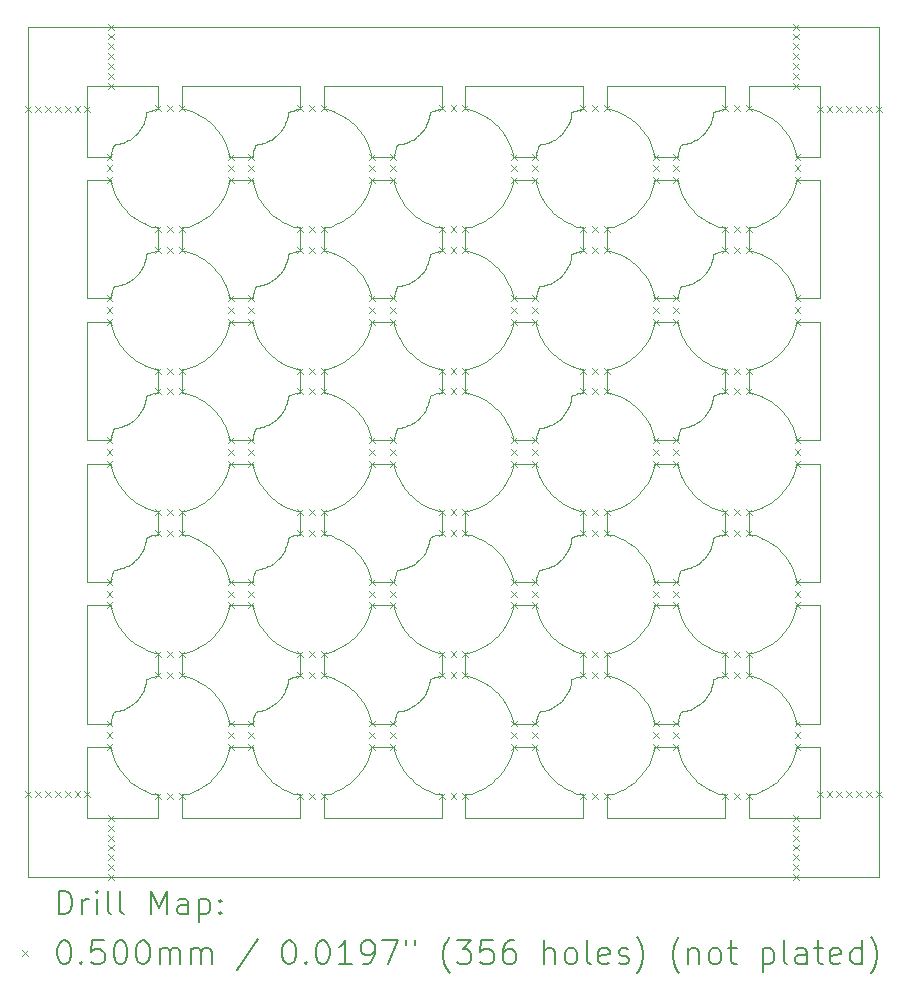
<source format=gbr>
%TF.GenerationSoftware,KiCad,Pcbnew,7.0.5-1.fc38*%
%TF.CreationDate,2023-07-07T14:28:28-04:00*%
%TF.ProjectId,bno085-i2c-board-v3-panel,626e6f30-3835-42d6-9932-632d626f6172,rev?*%
%TF.SameCoordinates,Original*%
%TF.FileFunction,Drillmap*%
%TF.FilePolarity,Positive*%
%FSLAX45Y45*%
G04 Gerber Fmt 4.5, Leading zero omitted, Abs format (unit mm)*
G04 Created by KiCad (PCBNEW 7.0.5-1.fc38) date 2023-07-07 14:28:28*
%MOMM*%
%LPD*%
G01*
G04 APERTURE LIST*
%ADD10C,0.100000*%
%ADD11C,0.200000*%
%ADD12C,0.050000*%
G04 APERTURE END LIST*
D10*
X12625716Y-6315491D02*
X12600557Y-6307093D01*
X13447195Y-6340925D02*
X13444673Y-6356283D01*
X16364659Y-3991815D02*
X16343243Y-3976168D01*
X12841456Y-2864758D02*
X12823691Y-2845063D01*
X15805456Y-7657297D02*
X15796955Y-7670333D01*
X16274572Y-3663888D02*
X16298139Y-3651721D01*
X14142907Y-3049443D02*
X14134509Y-3024284D01*
X16550000Y-8100000D02*
X16650000Y-8100000D01*
X16298139Y-2748279D02*
X16274572Y-2736112D01*
X14350000Y-5725000D02*
X14357093Y-5750557D01*
X17750000Y-4525000D02*
X17750000Y-4500000D01*
X16956757Y-3623832D02*
X16978950Y-3638357D01*
X12178950Y-4838357D02*
X12201860Y-4851721D01*
X12079990Y-2970375D02*
X12065793Y-2976753D01*
X16821489Y-7791358D02*
X16806283Y-7794673D01*
X16225716Y-2715491D02*
X16200557Y-2707093D01*
X17713888Y-2975428D02*
X17701721Y-2951860D01*
X12785241Y-4791456D02*
X12804936Y-4773691D01*
X13476115Y-6314831D02*
X13462441Y-6319951D01*
X17026753Y-2815793D02*
X17020375Y-2829990D01*
X13401860Y-8451721D02*
X13425428Y-8463888D01*
X15324827Y-8200409D02*
X15334509Y-8175716D01*
X12247195Y-5140925D02*
X12244673Y-5156283D01*
X12575000Y-3900000D02*
X12550000Y-3900000D01*
X15756558Y-4117563D02*
X15744997Y-4127983D01*
X14369951Y-6612441D02*
X14367342Y-6619260D01*
X16996955Y-5270333D02*
X16987789Y-5282911D01*
X17498140Y-4851721D02*
X17521050Y-4838357D01*
X14532911Y-7737789D02*
X14520333Y-7746955D01*
X11250000Y-9200000D02*
X11250000Y-9200000D01*
X14641358Y-6371489D02*
X14637258Y-6386503D01*
X16914758Y-4791456D02*
X16935341Y-4808185D01*
X17049591Y-8474827D02*
X17074284Y-8484509D01*
X15598279Y-8248139D02*
X15611643Y-8271050D01*
X13750000Y-3800000D02*
X13750000Y-3700000D01*
X17037258Y-6386503D02*
X17032385Y-6401284D01*
X13344997Y-5327983D02*
X13332911Y-5337789D01*
X15903871Y-6305762D02*
X15889929Y-6310100D01*
X14004936Y-4773691D02*
X14023691Y-4754936D01*
X12213270Y-2843837D02*
X12205456Y-2857297D01*
X14750000Y-8500000D02*
X14750000Y-8700000D01*
X13165491Y-3375716D02*
X13175172Y-3400409D01*
X16513888Y-8224572D02*
X16524827Y-8200409D01*
X16836503Y-2987258D02*
X16821489Y-2991358D01*
X14041456Y-2864758D02*
X14023691Y-2845063D01*
X13448918Y-2725457D02*
X13447195Y-2740925D01*
X12924827Y-7799591D02*
X12913888Y-7775428D01*
X13462441Y-6319951D02*
X13448918Y-6325457D01*
X15450000Y-7900000D02*
X15350000Y-7900000D01*
X13921050Y-8438357D02*
X13943243Y-8423832D01*
X13437258Y-5186503D02*
X13432385Y-5201284D01*
X16757093Y-8150557D02*
X16765491Y-8175716D01*
X16806283Y-5394673D02*
X16790925Y-5397195D01*
X14544997Y-2927983D02*
X14532911Y-2937789D01*
X12650409Y-7525172D02*
X12625716Y-7515491D01*
X13921050Y-3961643D02*
X13898139Y-3948279D01*
X14725000Y-5100000D02*
X14725000Y-5100000D01*
X15143243Y-3623832D02*
X15164659Y-3608185D01*
X16750000Y-5475000D02*
X16750000Y-5500000D01*
X14683005Y-6312417D02*
X14676115Y-6314831D01*
X16488357Y-4671050D02*
X16501721Y-4648140D01*
X14637258Y-7586503D02*
X14632385Y-7601284D01*
X12205456Y-6457297D02*
X12196955Y-6470333D01*
X13750000Y-7300000D02*
X13750000Y-7300000D01*
X13525000Y-7300000D02*
X13550000Y-7300000D01*
X12225428Y-7263888D02*
X12249591Y-7274827D01*
X13850409Y-7274827D02*
X13874572Y-7263888D01*
X14556757Y-7223832D02*
X14578950Y-7238357D01*
X15288357Y-5871050D02*
X15301721Y-5848139D01*
X13206283Y-7794673D02*
X13190925Y-7797195D01*
X13356757Y-8423832D02*
X13378950Y-8438357D01*
X12913888Y-3424572D02*
X12924827Y-3400409D01*
X16250409Y-6325172D02*
X16225716Y-6315491D01*
X17025428Y-8463888D02*
X17049591Y-8474827D01*
X12248918Y-3925457D02*
X12247195Y-3940925D01*
X15825428Y-4863888D02*
X15849591Y-4874827D01*
X15693837Y-7763270D02*
X15679990Y-7770375D01*
X13437258Y-3986503D02*
X13432385Y-4001284D01*
X15903871Y-7505762D02*
X15889929Y-7510100D01*
X13356757Y-7223832D02*
X13378950Y-7238357D01*
X15342907Y-8150557D02*
X15350000Y-8125000D01*
X13483005Y-2712417D02*
X13469260Y-2717343D01*
X15313888Y-3424572D02*
X15324827Y-3400409D01*
X15557093Y-5750557D02*
X15565491Y-5775716D01*
X16851284Y-4182385D02*
X16836503Y-4187258D01*
X12350000Y-3900000D02*
X12325000Y-3900000D01*
X13921050Y-6038357D02*
X13943243Y-6023832D01*
X13162416Y-6633005D02*
X13160100Y-6639928D01*
X14004936Y-3573691D02*
X14023691Y-3554936D01*
X12325000Y-8500000D02*
X12350000Y-8500000D01*
X17750000Y-5500000D02*
X17750000Y-5500000D01*
X11950000Y-6700000D02*
X11750000Y-6700000D01*
X13221489Y-4191358D02*
X13206283Y-4194673D01*
X16775457Y-6598918D02*
X16769951Y-6612441D01*
X16274572Y-8463888D02*
X16298139Y-8451721D01*
X13447195Y-3940925D02*
X13444673Y-3956283D01*
X15241456Y-7664758D02*
X15223691Y-7645063D01*
X16150000Y-3800000D02*
X16150000Y-3700000D01*
X12076309Y-8354936D02*
X12095063Y-8373691D01*
X17564659Y-6008185D02*
X17585242Y-5991456D01*
X17742907Y-7849443D02*
X17734509Y-7824284D01*
X17724827Y-5800409D02*
X17734509Y-5775716D01*
X14350000Y-7900000D02*
X14250000Y-7900000D01*
X17117930Y-6301821D02*
X17103871Y-6305762D01*
X15813270Y-5243837D02*
X15805456Y-5257297D01*
X17688357Y-7071050D02*
X17701721Y-7048139D01*
X13489929Y-2710100D02*
X13483005Y-2712417D01*
X12873832Y-6506757D02*
X12858185Y-6485341D01*
X16542907Y-3350557D02*
X16550000Y-3325000D01*
X11960100Y-6639928D02*
X11955762Y-6653871D01*
X15606283Y-2994673D02*
X15590925Y-2997195D01*
X17701721Y-6551860D02*
X17688357Y-6528950D01*
X12550000Y-3900000D02*
X12550000Y-3800000D01*
X13241815Y-7114659D02*
X13258544Y-7135241D01*
X15641815Y-7114659D02*
X15658544Y-7135241D01*
X12743243Y-5176168D02*
X12721050Y-5161643D01*
X12550000Y-6300000D02*
X12550000Y-6200000D01*
X16767342Y-3019260D02*
X16762416Y-3033005D01*
X15350000Y-5475000D02*
X15342907Y-5449443D01*
X12858185Y-7685341D02*
X12841456Y-7664758D01*
X17048918Y-3925457D02*
X17047195Y-3940925D01*
X11986111Y-5824572D02*
X11998279Y-5848139D01*
X16274572Y-4863888D02*
X16298139Y-4851721D01*
X16200557Y-6092907D02*
X16225716Y-6084509D01*
X16225716Y-6315491D02*
X16200557Y-6307093D01*
X12841456Y-6464758D02*
X12823691Y-6445063D01*
X16967563Y-4106558D02*
X16956558Y-4117563D01*
X15950000Y-2700000D02*
X15950000Y-2700000D01*
X15621489Y-4191358D02*
X15606283Y-4194673D01*
X17041358Y-5171489D02*
X17037258Y-5186503D01*
X15658544Y-4735242D02*
X15676309Y-4754936D01*
X16851284Y-5382385D02*
X16836503Y-5387258D01*
X12913888Y-4175428D02*
X12901721Y-4151860D01*
X12156558Y-6517563D02*
X12144997Y-6527983D01*
X16935341Y-7208185D02*
X16956757Y-7223832D01*
X12205456Y-5257297D02*
X12196955Y-5270333D01*
X15756757Y-7223832D02*
X15778950Y-7238357D01*
X12237258Y-3986503D02*
X12232385Y-4001284D01*
X13874572Y-6063888D02*
X13898139Y-6051721D01*
X11950000Y-4300000D02*
X11750000Y-4300000D01*
X14605456Y-7657297D02*
X14596955Y-7670333D01*
X12698139Y-4851721D02*
X12721050Y-4838357D01*
X14641358Y-3971489D02*
X14637258Y-3986503D01*
X14577983Y-5294997D02*
X14567563Y-5306558D01*
X13426753Y-2815793D02*
X13420375Y-2829990D01*
X17521050Y-6361643D02*
X17498140Y-6348279D01*
X14023691Y-4754936D02*
X14041456Y-4735242D01*
X14365491Y-3375716D02*
X14375172Y-3400409D01*
X16423691Y-5245064D02*
X16404936Y-5226309D01*
X17742907Y-3049443D02*
X17734509Y-3024284D01*
X13489929Y-7510100D02*
X13476115Y-7514831D01*
X14375457Y-2998918D02*
X14372656Y-3005660D01*
X14355762Y-7853871D02*
X14351821Y-7867930D01*
X17688357Y-8271050D02*
X17701721Y-8248139D01*
X15074572Y-3663888D02*
X15098139Y-3651721D01*
X14556558Y-5317563D02*
X14544997Y-5327983D01*
X15777983Y-5294997D02*
X15767563Y-5306558D01*
X12785241Y-7608544D02*
X12764659Y-7591815D01*
X15787789Y-4082911D02*
X15777983Y-4094997D01*
X12350000Y-3700000D02*
X12350000Y-3800000D01*
X12178950Y-8438357D02*
X12201860Y-8451721D01*
X16798279Y-4648140D02*
X16811643Y-4671050D01*
X13160100Y-3039928D02*
X13155762Y-3053871D01*
X17425716Y-7284509D02*
X17450409Y-7274827D01*
X12241358Y-6371489D02*
X12237258Y-6386503D01*
X16385241Y-4008544D02*
X16364659Y-3991815D01*
X15837258Y-6386503D02*
X15832385Y-6401284D01*
X16524827Y-8200409D02*
X16534509Y-8175716D01*
X12743243Y-7576168D02*
X12721050Y-7561643D01*
X16473832Y-6506757D02*
X16458185Y-6485341D01*
X16753741Y-3060886D02*
X16750000Y-3075000D01*
X13550000Y-2700000D02*
X13525000Y-2700000D01*
X15586111Y-8224572D02*
X15598279Y-8248139D01*
X14101721Y-4648140D02*
X14113888Y-4624572D01*
X12743243Y-2776168D02*
X12721050Y-2761643D01*
X13525000Y-5100000D02*
X13510886Y-5103742D01*
X12058544Y-5935241D02*
X12076309Y-5954936D01*
X17044673Y-7556283D02*
X17041358Y-7571489D01*
X15720333Y-2946955D02*
X15707297Y-2955456D01*
X14142907Y-4249443D02*
X14134509Y-4224284D01*
X15074572Y-6063888D02*
X15098139Y-6051721D01*
X12823691Y-5954936D02*
X12841456Y-5935241D01*
X16473832Y-5306757D02*
X16458185Y-5285341D01*
X17543243Y-4823832D02*
X17564659Y-4808185D01*
X12950000Y-6675000D02*
X12950000Y-6675000D01*
X17688357Y-2928950D02*
X17673832Y-2906757D01*
X14073832Y-6506757D02*
X14058185Y-6485341D01*
X15342907Y-4550557D02*
X15350000Y-4525000D01*
X14662441Y-5119951D02*
X14648918Y-5125457D01*
X13444673Y-6356283D02*
X13441358Y-6371489D01*
X14350000Y-8125000D02*
X14357093Y-8150557D01*
X15074572Y-4863888D02*
X15098139Y-4851721D01*
X14544997Y-6527983D02*
X14532911Y-6537789D01*
X14250000Y-7900000D02*
X14150000Y-7900000D01*
X15651284Y-6582385D02*
X15636503Y-6587258D01*
X15350000Y-3325000D02*
X15350000Y-3300000D01*
X13420375Y-4029990D02*
X13413270Y-4043837D01*
X15735341Y-8408185D02*
X15756757Y-8423832D01*
X16811643Y-8271050D02*
X16826168Y-8293243D01*
X14476309Y-5954936D02*
X14495063Y-5973691D01*
X14365491Y-4575716D02*
X14375172Y-4600409D01*
X16542907Y-5449443D02*
X16534509Y-5424284D01*
X12873832Y-5893243D02*
X12888357Y-5871050D01*
X17701721Y-4151860D02*
X17688357Y-4128950D01*
X13175172Y-7000409D02*
X13186111Y-7024572D01*
X14150000Y-4300000D02*
X14150000Y-4275000D01*
X12888357Y-3471050D02*
X12901721Y-3448139D01*
X13050000Y-5500000D02*
X12950000Y-5500000D01*
X12220375Y-2829990D02*
X12213270Y-2843837D01*
X12625716Y-8484509D02*
X12650409Y-8474827D01*
X15204936Y-6426309D02*
X15185241Y-6408544D01*
X13186111Y-8224572D02*
X13198279Y-8248139D01*
X16876309Y-3554936D02*
X16895064Y-3573691D01*
X16150000Y-8500000D02*
X16175000Y-8500000D01*
X15551821Y-6667930D02*
X15550000Y-6675000D01*
X14124827Y-4600409D02*
X14134509Y-4575716D01*
X13525000Y-3700000D02*
X13550000Y-3700000D01*
X13405456Y-6457297D02*
X13396955Y-6470333D01*
X13825716Y-6315491D02*
X13800557Y-6307093D01*
X12823691Y-7645063D02*
X12804936Y-7626309D01*
X12011643Y-4671050D02*
X12026168Y-4693243D01*
X16473832Y-4693243D02*
X16488357Y-4671050D01*
X15562416Y-4233005D02*
X15557881Y-4246884D01*
X17425716Y-6084509D02*
X17450409Y-6074827D01*
X15000557Y-7292907D02*
X15025716Y-7284509D01*
X12289929Y-3910100D02*
X12283005Y-3912417D01*
X15450000Y-5500000D02*
X15350000Y-5500000D01*
X12913888Y-4624572D02*
X12924827Y-4600409D01*
X16550000Y-5500000D02*
X16550000Y-5475000D01*
X15665793Y-5376753D02*
X15651284Y-5382385D01*
X12093837Y-2963270D02*
X12079990Y-2970375D01*
X16404936Y-7173691D02*
X16423691Y-7154936D01*
X15301721Y-6551860D02*
X15288357Y-6528950D01*
X13499443Y-3692907D02*
X13525000Y-3700000D01*
X16996955Y-7670333D02*
X16987789Y-7682911D01*
X14641358Y-2771489D02*
X14637258Y-2786503D01*
X13499443Y-8492907D02*
X13525000Y-8500000D01*
X17425716Y-6315491D02*
X17400557Y-6307093D01*
X14150000Y-3100000D02*
X14150000Y-3075000D01*
X12785241Y-5208544D02*
X12764659Y-5191815D01*
X15273832Y-7093243D02*
X15288357Y-7071050D01*
X14950000Y-6200000D02*
X14950000Y-6100000D01*
X12269260Y-2717343D02*
X12262441Y-2719951D01*
X14703871Y-6305762D02*
X14696884Y-6307882D01*
X12934509Y-4224284D02*
X12924827Y-4199591D01*
X15025716Y-2715491D02*
X15000557Y-2707093D01*
X12244673Y-6356283D02*
X12241358Y-6371489D01*
X12913888Y-6575428D02*
X12901721Y-6551860D01*
X16914758Y-5991456D02*
X16935341Y-6008185D01*
X16757093Y-3350557D02*
X16765491Y-3375716D01*
X12650409Y-3674827D02*
X12674572Y-3663888D01*
X13850409Y-5125173D02*
X13825716Y-5115491D01*
X13444673Y-3956283D02*
X13441358Y-3971489D01*
X17125000Y-3900000D02*
X17117930Y-3901821D01*
X15143243Y-8423832D02*
X15164659Y-8408185D01*
X14150000Y-3300000D02*
X14250000Y-3300000D01*
X15025716Y-6315491D02*
X15000557Y-6307093D01*
X13335341Y-4808185D02*
X13356757Y-4823832D01*
X15121050Y-6038357D02*
X15143243Y-6023832D01*
X17713888Y-7775428D02*
X17701721Y-7751860D01*
X14632385Y-6401284D02*
X14626753Y-6415793D01*
X16914758Y-8391456D02*
X16935341Y-8408185D01*
X14088357Y-7728950D02*
X14073832Y-7706757D01*
X15714758Y-3591456D02*
X15735341Y-3608185D01*
X16542907Y-8150557D02*
X16550000Y-8125000D01*
X12241358Y-7571489D02*
X12237258Y-7586503D01*
X13449591Y-4874827D02*
X13474284Y-4884509D01*
X13449591Y-6074827D02*
X13474284Y-6084509D01*
X15756757Y-4823832D02*
X15778950Y-4838357D01*
X15693837Y-2963270D02*
X15679990Y-2970375D01*
X14532911Y-5337789D02*
X14520333Y-5346955D01*
X12823691Y-3554936D02*
X12841456Y-3535241D01*
X13850409Y-3674827D02*
X13874572Y-3663888D01*
X15869260Y-7517343D02*
X15862441Y-7519951D01*
X13198279Y-3448139D02*
X13211643Y-3471050D01*
X12093837Y-5363270D02*
X12079990Y-5370375D01*
X17521050Y-6038357D02*
X17543243Y-6023832D01*
X15050409Y-6074827D02*
X15074572Y-6063888D01*
X14367342Y-6619260D02*
X14362416Y-6633005D01*
X12950000Y-8100000D02*
X13050000Y-8100000D01*
X12114758Y-3591456D02*
X12135341Y-3608185D01*
X16650000Y-5700000D02*
X16750000Y-5700000D01*
X14357093Y-8150557D02*
X14365491Y-8175716D01*
X12132911Y-6537789D02*
X12120333Y-6546955D01*
X17701721Y-7048139D02*
X17713888Y-7024572D01*
X12721050Y-6361643D02*
X12698139Y-6348279D01*
X14150000Y-5700000D02*
X14250000Y-5700000D01*
X15714758Y-8391456D02*
X15735341Y-8408185D01*
X14520333Y-6546955D02*
X14507297Y-6555456D01*
X16501721Y-7751860D02*
X16488357Y-7728950D01*
X15796955Y-7670333D02*
X15787789Y-7682911D01*
X17026753Y-6415793D02*
X17020375Y-6429990D01*
X16798279Y-5848139D02*
X16811643Y-5871050D01*
X11955762Y-5453871D02*
X11953741Y-5460886D01*
X13167342Y-7819260D02*
X13162416Y-7833005D01*
X17521050Y-7238357D02*
X17543243Y-7223832D01*
X12950000Y-6675000D02*
X12942907Y-6649443D01*
X15950000Y-6300000D02*
X15925000Y-6300000D01*
X16775172Y-8200409D02*
X16786112Y-8224572D01*
X14950000Y-4900000D02*
X14975000Y-4900000D01*
X15847195Y-2740925D02*
X15844673Y-2756283D01*
X15050409Y-8474827D02*
X15074572Y-8463888D01*
X17074284Y-4884509D02*
X17099443Y-4892907D01*
X13221489Y-6591358D02*
X13206283Y-6594673D01*
X13800557Y-8492907D02*
X13825716Y-8484509D01*
X13525000Y-2700000D02*
X13510886Y-2703742D01*
X16755762Y-3053871D02*
X16753741Y-3060886D01*
X16200557Y-7292907D02*
X16225716Y-7284509D01*
X16298139Y-7251721D02*
X16321050Y-7238357D01*
X12942907Y-3350557D02*
X12950000Y-3325000D01*
X12262441Y-3919951D02*
X12248918Y-3925457D01*
X11950000Y-4525000D02*
X11957093Y-4550557D01*
X15855660Y-3922656D02*
X15848918Y-3925457D01*
X17450409Y-3925172D02*
X17425716Y-3915491D01*
X12823691Y-7154936D02*
X12841456Y-7135241D01*
X12625716Y-4884509D02*
X12650409Y-4874827D01*
X12888357Y-4128950D02*
X12873832Y-4106757D01*
X15899443Y-3692907D02*
X15925000Y-3700000D01*
X12721050Y-8438357D02*
X12743243Y-8423832D01*
X15273832Y-5306757D02*
X15258185Y-5285341D01*
X15313888Y-8224572D02*
X15324827Y-8200409D01*
X15301721Y-4151860D02*
X15288357Y-4128950D01*
X14360100Y-6639928D02*
X14355762Y-6653871D01*
X16858544Y-7135241D02*
X16876309Y-7154936D01*
X15324827Y-5399591D02*
X15313888Y-5375428D01*
X17037258Y-7586503D02*
X17032385Y-7601284D01*
X16542907Y-6950557D02*
X16550000Y-6925000D01*
X14975000Y-2700000D02*
X14950000Y-2700000D01*
X16755762Y-4253871D02*
X16753741Y-4260886D01*
X16150000Y-3900000D02*
X16150000Y-3800000D01*
X12721050Y-6038357D02*
X12743243Y-6023832D01*
X15273832Y-5893243D02*
X15288357Y-5871050D01*
X13964659Y-3608185D02*
X13985241Y-3591456D01*
X12950000Y-7900000D02*
X12950000Y-7875000D01*
X14495063Y-7173691D02*
X14514758Y-7191456D01*
X12274284Y-6084509D02*
X12299443Y-6092907D01*
X17658185Y-4085341D02*
X17641456Y-4064758D01*
X15098139Y-8451721D02*
X15121050Y-8438357D01*
X13825716Y-4884509D02*
X13850409Y-4874827D01*
X12244673Y-5156283D02*
X12241358Y-5171489D01*
X12942907Y-5750557D02*
X12950000Y-5725000D01*
X12823691Y-2845063D02*
X12804936Y-2826309D01*
X15598279Y-3448139D02*
X15611643Y-3471050D01*
X16501721Y-5848139D02*
X16513888Y-5824572D01*
X14458544Y-7135241D02*
X14476309Y-7154936D01*
X17658185Y-4714659D02*
X17673832Y-4693243D01*
X15874284Y-7284509D02*
X15899443Y-7292907D01*
X12350000Y-5100000D02*
X12325000Y-5100000D01*
X12841456Y-4735242D02*
X12858185Y-4714659D01*
X17498140Y-6051721D02*
X17521050Y-6038357D01*
X17049591Y-4874827D02*
X17074284Y-4884509D01*
X13985241Y-8391456D02*
X14004936Y-8373691D01*
X12625716Y-5115491D02*
X12600557Y-5107093D01*
X13750000Y-8500000D02*
X13775000Y-8500000D01*
X12913888Y-7775428D02*
X12901721Y-7751860D01*
X16150000Y-3700000D02*
X16175000Y-3700000D01*
X14699443Y-8492907D02*
X14725000Y-8500000D01*
X13449591Y-3674827D02*
X13474284Y-3684509D01*
X16542907Y-5449443D02*
X16542907Y-5449443D01*
X13874572Y-4863888D02*
X13898139Y-4851721D01*
X15756757Y-3623832D02*
X15778950Y-3638357D01*
X12006283Y-2994673D02*
X11990925Y-2997195D01*
X14150000Y-6900000D02*
X14250000Y-6900000D01*
X15555762Y-7853871D02*
X15551821Y-7867930D01*
X17564659Y-4808185D02*
X17585242Y-4791456D01*
X15825428Y-8463888D02*
X15849591Y-8474827D01*
X17734509Y-4575716D02*
X17742907Y-4550557D01*
X15350000Y-6675000D02*
X15342907Y-6649443D01*
X16865793Y-7776753D02*
X16851284Y-7782385D01*
X15841358Y-7571489D02*
X15837258Y-7586503D01*
X13750000Y-7300000D02*
X13775000Y-7300000D01*
X12901721Y-3448139D02*
X12913888Y-3424572D01*
X13150000Y-3325000D02*
X13157093Y-3350557D01*
X14101721Y-6551860D02*
X14088357Y-6528950D01*
X14655660Y-2722656D02*
X14648918Y-2725457D01*
X17013270Y-2843837D02*
X17005456Y-2857297D01*
X15626168Y-4693243D02*
X15641815Y-4714659D01*
X17032385Y-5201284D02*
X17026753Y-5215793D01*
X16750000Y-4500000D02*
X16750000Y-4525000D01*
X12065793Y-2976753D02*
X12051284Y-2982385D01*
X16343243Y-7576168D02*
X16321050Y-7561643D01*
X17055660Y-2722656D02*
X17048918Y-2725457D01*
X14386111Y-3424572D02*
X14398279Y-3448139D01*
X17375000Y-2700000D02*
X17350000Y-2700000D01*
X14411643Y-5871050D02*
X14426168Y-5893243D01*
X11750000Y-5700000D02*
X11950000Y-5700000D01*
X12674572Y-2736112D02*
X12650409Y-2725173D01*
X12350000Y-7300000D02*
X12350000Y-7400000D01*
X14375457Y-7798918D02*
X14369951Y-7812441D01*
X15000557Y-3692907D02*
X15000557Y-3692907D01*
X16858544Y-3535241D02*
X16876309Y-3554936D01*
X16321050Y-5161643D02*
X16298139Y-5148279D01*
X12244673Y-2756283D02*
X12241358Y-2771489D01*
X12924827Y-8200409D02*
X12934509Y-8175716D01*
X16876309Y-4754936D02*
X16895064Y-4773691D01*
X16550000Y-6700000D02*
X16550000Y-6675000D01*
X16441456Y-7664758D02*
X16423691Y-7645063D01*
X11955762Y-6653871D02*
X11953741Y-6660886D01*
X12058544Y-4735242D02*
X12076309Y-4754936D01*
X17950000Y-6900000D02*
X17950000Y-7900000D01*
X16298139Y-5148279D02*
X16274572Y-5136112D01*
X15917930Y-6301821D02*
X15903871Y-6305762D01*
X13499443Y-6092907D02*
X13525000Y-6100000D01*
X15164659Y-6008185D02*
X15185241Y-5991456D01*
X12177983Y-5294997D02*
X12167563Y-5306558D01*
X16750000Y-4300000D02*
X16650000Y-4300000D01*
X12303871Y-5105762D02*
X12296884Y-5107882D01*
X12901721Y-2951860D02*
X12888357Y-2928950D01*
X14355762Y-4253871D02*
X14353741Y-4260886D01*
X13241815Y-5914659D02*
X13258544Y-5935241D01*
X12076309Y-5954936D02*
X12095063Y-5973691D01*
X11998279Y-8248139D02*
X12011643Y-8271050D01*
X15334509Y-3375716D02*
X15342907Y-3350557D01*
X13387789Y-6482911D02*
X13377983Y-6494997D01*
X16753741Y-6660886D02*
X16750000Y-6675000D01*
X14041456Y-7664758D02*
X14023691Y-7645063D01*
X12350000Y-5000000D02*
X12350000Y-5100000D01*
X15143243Y-6376168D02*
X15121050Y-6361643D01*
X15258185Y-5914659D02*
X15273832Y-5893243D01*
X16524827Y-4600409D02*
X16534509Y-4575716D01*
X15555762Y-4253871D02*
X15553741Y-4260886D01*
X11750000Y-5500000D02*
X11750000Y-4500000D01*
X12107297Y-2955456D02*
X12093837Y-2963270D01*
X16811643Y-3471050D02*
X16826168Y-3493243D01*
X15767563Y-7706558D02*
X15756558Y-7717563D01*
X14375172Y-3400409D02*
X14386111Y-3424572D01*
X16762416Y-3033005D02*
X16757881Y-3046884D01*
X16996955Y-4070333D02*
X16987789Y-4082911D01*
X14493837Y-2963270D02*
X14479990Y-2970375D01*
X15813270Y-2843837D02*
X15805456Y-2857297D01*
X15876115Y-7514831D02*
X15869260Y-7517343D01*
X16473832Y-8293243D02*
X16488357Y-8271050D01*
X14647195Y-3940925D02*
X14644673Y-3956283D01*
X14150000Y-6925000D02*
X14150000Y-6900000D01*
X14596955Y-4070333D02*
X14587789Y-4082911D01*
X17585242Y-7191456D02*
X17604936Y-7173691D01*
X17005456Y-5257297D02*
X16996955Y-5270333D01*
X16798279Y-7048139D02*
X16811643Y-7071050D01*
X14626753Y-5215793D02*
X14620375Y-5229990D01*
X15223691Y-8354936D02*
X15241456Y-8335241D01*
X12036503Y-2987258D02*
X12021489Y-2991358D01*
X16935341Y-8408185D02*
X16956757Y-8423832D01*
X12924827Y-7000409D02*
X12934509Y-6975716D01*
X11950000Y-4500000D02*
X11950000Y-4525000D01*
X14398279Y-4648140D02*
X14411643Y-4671050D01*
X14441815Y-7114659D02*
X14458544Y-7135241D01*
X13448918Y-5125457D02*
X13447195Y-5140925D01*
X13510886Y-5103742D02*
X13503871Y-5105762D01*
X15796955Y-6470333D02*
X15787789Y-6482911D01*
X13295063Y-7173691D02*
X13314758Y-7191456D01*
X16821489Y-6591358D02*
X16806283Y-6594673D01*
X14124827Y-4199591D02*
X14113888Y-4175428D01*
X17543243Y-7223832D02*
X17564659Y-7208185D01*
X15074572Y-5136112D02*
X15050409Y-5125173D01*
X13425428Y-7263888D02*
X13449591Y-7274827D01*
X14465793Y-6576753D02*
X14451284Y-6582385D01*
X16550000Y-5700000D02*
X16650000Y-5700000D01*
X14357881Y-3046884D02*
X14355762Y-3053871D01*
X16760100Y-7839928D02*
X16755762Y-7853871D01*
X13198279Y-7048139D02*
X13211643Y-7071050D01*
X12026168Y-8293243D02*
X12041815Y-8314659D01*
X12785241Y-7191456D02*
X12804936Y-7173691D01*
X16441456Y-5935241D02*
X16458185Y-5914659D01*
X13295063Y-8373691D02*
X13314758Y-8391456D01*
X15611643Y-4671050D02*
X15626168Y-4693243D01*
X15567342Y-6619260D02*
X15562416Y-6633005D01*
X14441815Y-4714659D02*
X14458544Y-4735242D01*
X12698139Y-8451721D02*
X12721050Y-8438357D01*
X15847195Y-6340925D02*
X15844673Y-6356283D01*
X13175457Y-7798918D02*
X13169951Y-7812441D01*
X16200557Y-8492907D02*
X16225716Y-8484509D01*
X16786112Y-8224572D02*
X16798279Y-8248139D01*
X13251284Y-6582385D02*
X13236503Y-6587258D01*
X15676309Y-4754936D02*
X15695063Y-4773691D01*
X14625428Y-7263888D02*
X14649591Y-7274827D01*
X11950000Y-5700000D02*
X11950000Y-5700000D01*
X17673832Y-4106757D02*
X17658185Y-4085341D01*
X16542907Y-7849443D02*
X16534509Y-7824284D01*
X16404936Y-8373691D02*
X16423691Y-8354936D01*
X15550000Y-7900000D02*
X15450000Y-7900000D01*
X16225716Y-6084509D02*
X16250409Y-6074827D01*
X16175000Y-6300000D02*
X16150000Y-6300000D01*
X14750000Y-7400000D02*
X14750000Y-7500000D01*
X16879990Y-7770375D02*
X16865793Y-7776753D01*
X13265793Y-7776753D02*
X13251284Y-7782385D01*
X14101721Y-7751860D02*
X14088357Y-7728950D01*
X14725000Y-6300000D02*
X14710886Y-6303742D01*
X16364659Y-6391815D02*
X16343243Y-6376168D01*
X16473832Y-2906757D02*
X16458185Y-2885341D01*
X14367342Y-5419260D02*
X14362416Y-5433005D01*
X16765491Y-5775716D02*
X16775172Y-5800409D01*
X12550000Y-3700000D02*
X12575000Y-3700000D01*
X13510886Y-2703742D02*
X13503871Y-2705762D01*
X12276115Y-5114831D02*
X12262441Y-5119951D01*
X17150000Y-3700000D02*
X17150000Y-3800000D01*
X16978950Y-6038357D02*
X17001860Y-6051721D01*
X13396955Y-6470333D02*
X13387789Y-6482911D01*
X15889929Y-2710100D02*
X15883005Y-2712417D01*
X16956757Y-4823832D02*
X16978950Y-4838357D01*
X13236503Y-4187258D02*
X13221489Y-4191358D01*
X17750000Y-5725000D02*
X17750000Y-5700000D01*
X16978950Y-3638357D02*
X17001860Y-3651721D01*
X15825428Y-6063888D02*
X15849591Y-6074827D01*
X15301721Y-2951860D02*
X15288357Y-2928950D01*
X15849591Y-7274827D02*
X15874284Y-7284509D01*
X14648918Y-2725457D02*
X14647195Y-2740925D01*
X16175000Y-4900000D02*
X16200557Y-4892907D01*
X16956757Y-7223832D02*
X16978950Y-7238357D01*
X16876309Y-5954936D02*
X16895064Y-5973691D01*
X13444673Y-5156283D02*
X13441358Y-5171489D01*
X11950000Y-7900000D02*
X11750000Y-7900000D01*
X12310886Y-6303742D02*
X12303871Y-6305762D01*
X12550000Y-3800000D02*
X12550000Y-3700000D01*
X11975457Y-6598918D02*
X11969951Y-6612441D01*
X14458544Y-8335241D02*
X14476309Y-8354936D01*
X17474572Y-7536111D02*
X17450409Y-7525172D01*
X14662441Y-6319951D02*
X14648918Y-6325457D01*
X11950000Y-3325000D02*
X11957093Y-3350557D01*
X15098139Y-6348279D02*
X15074572Y-6336111D01*
X13750000Y-3900000D02*
X13750000Y-3800000D01*
X14750000Y-2700000D02*
X14725000Y-2700000D01*
X13550000Y-3700000D02*
X13550000Y-3800000D01*
X16298139Y-7548279D02*
X16274572Y-7536111D01*
X14725000Y-3900000D02*
X14710886Y-3903742D01*
X15074572Y-7263888D02*
X15098139Y-7251721D01*
X12950000Y-4500000D02*
X13050000Y-4500000D01*
X12021489Y-4191358D02*
X12006283Y-4194673D01*
X14406283Y-6594673D02*
X14390925Y-6597195D01*
X17083005Y-6312417D02*
X17076115Y-6314831D01*
X14975000Y-4900000D02*
X15000557Y-4892907D01*
X14375172Y-4600409D02*
X14386111Y-4624572D01*
X12698139Y-3948279D02*
X12674572Y-3936111D01*
X17150000Y-5000000D02*
X17150000Y-5100000D01*
X15550000Y-6700000D02*
X15450000Y-6700000D01*
X15832385Y-6401284D02*
X15826753Y-6415793D01*
X15241456Y-3535241D02*
X15258185Y-3514659D01*
X14357093Y-5750557D02*
X14365491Y-5775716D01*
X17623691Y-7154936D02*
X17641456Y-7135241D01*
X15925000Y-6100000D02*
X15950000Y-6100000D01*
X15025716Y-3684509D02*
X15050409Y-3674827D01*
X12575000Y-7300000D02*
X12600557Y-7292907D01*
X14567563Y-5306558D02*
X14556558Y-5317563D01*
X12934509Y-3375716D02*
X12942907Y-3350557D01*
X15925000Y-3900000D02*
X15917930Y-3901821D01*
X15572656Y-3005660D02*
X15567342Y-3019260D01*
X13413270Y-6443837D02*
X13405456Y-6457297D01*
X15288357Y-4128950D02*
X15273832Y-4106757D01*
X17750000Y-5475000D02*
X17742907Y-5449443D01*
X12187789Y-7682911D02*
X12177983Y-7694997D01*
X15889929Y-7510100D02*
X15876115Y-7514831D01*
X14362416Y-7833005D02*
X14360100Y-7839928D01*
X11975172Y-5800409D02*
X11986111Y-5824572D01*
X12120333Y-2946955D02*
X12107297Y-2955456D01*
X13221489Y-7791358D02*
X13206283Y-7794673D01*
X16385241Y-2808544D02*
X16364659Y-2791815D01*
X11967342Y-4219260D02*
X11962416Y-4233005D01*
X13550000Y-6100000D02*
X13550000Y-6200000D01*
X12041815Y-5914659D02*
X12058544Y-5935241D01*
X17950000Y-5700000D02*
X17950000Y-6700000D01*
X16200557Y-2707093D02*
X16175000Y-2700000D01*
X15241456Y-8335241D02*
X15258185Y-8314659D01*
X14950000Y-6300000D02*
X14950000Y-6200000D01*
X16920333Y-4146955D02*
X16907297Y-4155456D01*
X11950000Y-4500000D02*
X11950000Y-4500000D01*
X12804936Y-3573691D02*
X12823691Y-3554936D01*
X17623691Y-5245064D02*
X17604936Y-5226309D01*
X17498140Y-3651721D02*
X17521050Y-3638357D01*
X17724827Y-6599591D02*
X17713888Y-6575428D01*
X14142907Y-8150557D02*
X14150000Y-8125000D01*
X17117930Y-5101821D02*
X17103871Y-5105762D01*
X17047195Y-3940925D02*
X17044673Y-3956283D01*
X15849591Y-4874827D02*
X15874284Y-4884509D01*
X16879990Y-5370375D02*
X16865793Y-5376753D01*
X14451284Y-5382385D02*
X14436503Y-5387258D01*
X15258185Y-3514659D02*
X15273832Y-3493243D01*
X13401860Y-3651721D02*
X13425428Y-3663888D01*
X14350000Y-8100000D02*
X14350000Y-8125000D01*
X15586111Y-7024572D02*
X15598279Y-7048139D01*
X12924827Y-4600409D02*
X12934509Y-4575716D01*
X12296884Y-6307882D02*
X12283005Y-6312417D01*
X16841815Y-8314659D02*
X16858544Y-8335241D01*
X15450000Y-6900000D02*
X15550000Y-6900000D01*
X12858185Y-7114659D02*
X12873832Y-7093243D01*
X15567342Y-7819260D02*
X15562416Y-7833005D01*
X17041358Y-2771489D02*
X17037258Y-2786503D01*
X17350000Y-7500000D02*
X17350000Y-7400000D01*
X16150000Y-8500000D02*
X16150000Y-8500000D01*
X15551821Y-5467930D02*
X15550000Y-5475000D01*
X17604936Y-8373691D02*
X17623691Y-8354936D01*
X14250000Y-4300000D02*
X14150000Y-4300000D01*
X13153741Y-4260886D02*
X13150000Y-4275000D01*
X17350000Y-3800000D02*
X17350000Y-3700000D01*
X12213270Y-5243837D02*
X12205456Y-5257297D01*
X13474284Y-7284509D02*
X13499443Y-7292907D01*
X16250409Y-4874827D02*
X16274572Y-4863888D01*
X14637258Y-3986503D02*
X14632385Y-4001284D01*
X14124827Y-5800409D02*
X14134509Y-5775716D01*
X16385241Y-6408544D02*
X16364659Y-6391815D01*
X16767342Y-4219260D02*
X16762416Y-4233005D01*
X14750000Y-2500000D02*
X14750000Y-2700000D01*
X17604936Y-4026309D02*
X17585242Y-4008544D01*
X15450000Y-4500000D02*
X15550000Y-4500000D01*
X12076309Y-3554936D02*
X12095063Y-3573691D01*
X14023691Y-7154936D02*
X14041456Y-7135241D01*
X13387789Y-4082911D02*
X13377983Y-4094997D01*
X15855660Y-2722656D02*
X15848918Y-2725457D01*
X17013270Y-4043837D02*
X17005456Y-4057297D01*
X17724827Y-3400409D02*
X17734509Y-3375716D01*
X17750000Y-6675000D02*
X17742907Y-6649443D01*
X15787789Y-2882911D02*
X15777983Y-2894997D01*
X16225716Y-7515491D02*
X16200557Y-7507093D01*
X13943243Y-4823832D02*
X13964659Y-4808185D01*
X17032385Y-7601284D02*
X17026753Y-7615793D01*
X16343243Y-2776168D02*
X16321050Y-2761643D01*
X16750000Y-5500000D02*
X16650000Y-5500000D01*
X13236503Y-7787258D02*
X13221489Y-7791358D01*
X14699443Y-3692907D02*
X14725000Y-3700000D01*
X12841456Y-7135241D02*
X12858185Y-7114659D01*
X15098139Y-3651721D02*
X15121050Y-3638357D01*
X15679990Y-6570375D02*
X15665793Y-6576753D01*
X12950000Y-6900000D02*
X13050000Y-6900000D01*
X14625428Y-4863888D02*
X14649591Y-4874827D01*
X13155762Y-6653871D02*
X13153741Y-6660886D01*
X12550000Y-2500000D02*
X13550000Y-2500000D01*
X11950000Y-4275000D02*
X11950000Y-4300000D01*
X12950000Y-4275000D02*
X12942907Y-4249443D01*
X12303871Y-2705762D02*
X12289929Y-2710100D01*
X13420375Y-7629990D02*
X13413270Y-7643837D01*
X12785241Y-4008544D02*
X12764659Y-3991815D01*
X16150000Y-5100000D02*
X16150000Y-5000000D01*
X12942907Y-6950557D02*
X12950000Y-6925000D01*
X16798279Y-3448139D02*
X16811643Y-3471050D01*
X16488357Y-7071050D02*
X16501721Y-7048139D01*
X13426753Y-4015793D02*
X13420375Y-4029990D01*
X16150000Y-8700000D02*
X16150000Y-8500000D01*
X13276309Y-5954936D02*
X13295063Y-5973691D01*
X14950000Y-2500000D02*
X15950000Y-2500000D01*
X12303871Y-2705762D02*
X12303871Y-2705762D01*
X17103871Y-5105762D02*
X17089929Y-5110100D01*
X12901721Y-4151860D02*
X12888357Y-4128950D01*
X15950000Y-3800000D02*
X15950000Y-3900000D01*
X16200557Y-5107093D02*
X16175000Y-5100000D01*
X13050000Y-6900000D02*
X13150000Y-6900000D01*
X13050000Y-4500000D02*
X13150000Y-4500000D01*
X12299443Y-7292907D02*
X12325000Y-7300000D01*
X14406283Y-2994673D02*
X14390925Y-2997195D01*
X12350000Y-2500000D02*
X12350000Y-2700000D01*
X11975457Y-7798918D02*
X11969951Y-7812441D01*
X14073832Y-3493243D02*
X14088357Y-3471050D01*
X13462441Y-5119951D02*
X13448918Y-5125457D01*
X13750000Y-3700000D02*
X13775000Y-3700000D01*
X12156558Y-2917563D02*
X12144997Y-2927983D01*
X15693837Y-6563270D02*
X15679990Y-6570375D01*
X14626753Y-4015793D02*
X14620375Y-4029990D01*
X12205456Y-4057297D02*
X12196955Y-4070333D01*
X17498140Y-2748279D02*
X17474572Y-2736112D01*
X14476309Y-7154936D02*
X14495063Y-7173691D01*
X14625428Y-8463888D02*
X14649591Y-8474827D01*
X12858185Y-4085341D02*
X12841456Y-4064758D01*
X15241456Y-7135241D02*
X15258185Y-7114659D01*
X14023691Y-2845063D02*
X14004936Y-2826309D01*
X16750000Y-3075000D02*
X16750000Y-3100000D01*
X12226753Y-4015793D02*
X12220375Y-4029990D01*
X15562416Y-5433005D02*
X15557881Y-5446884D01*
X12942907Y-3049443D02*
X12934509Y-3024284D01*
X16488357Y-8271050D02*
X16501721Y-8248139D01*
X16458185Y-5914659D02*
X16473832Y-5893243D01*
X13258544Y-8335241D02*
X13276309Y-8354936D01*
X13510886Y-7503742D02*
X13503871Y-7505762D01*
X14124827Y-3400409D02*
X14134509Y-3375716D01*
X13356558Y-2917563D02*
X13344997Y-2927983D01*
X14023691Y-8354936D02*
X14041456Y-8335241D01*
X15756757Y-8423832D02*
X15778950Y-8438357D01*
X14451284Y-2982385D02*
X14436503Y-2987258D01*
X11969951Y-4212441D02*
X11967342Y-4219260D01*
X15567342Y-5419260D02*
X15562416Y-5433005D01*
X13279990Y-4170375D02*
X13265793Y-4176753D01*
X16513888Y-4624572D02*
X16524827Y-4600409D01*
X12011643Y-3471050D02*
X12026168Y-3493243D01*
X14436503Y-2987258D02*
X14421489Y-2991358D01*
X16404936Y-4026309D02*
X16385241Y-4008544D01*
X16987789Y-7682911D02*
X16977983Y-7694997D01*
X14150000Y-8125000D02*
X14150000Y-8100000D01*
X15744997Y-5327983D02*
X15732911Y-5337789D01*
X13150000Y-8125000D02*
X13157093Y-8150557D01*
X15334509Y-6624284D02*
X15324827Y-6599591D01*
X14150000Y-6675000D02*
X14142907Y-6649443D01*
X15720333Y-6546955D02*
X15707297Y-6555456D01*
X15665793Y-2976753D02*
X15651284Y-2982385D01*
X12873832Y-2906757D02*
X12858185Y-2885341D01*
X15735341Y-7208185D02*
X15756757Y-7223832D01*
X13432385Y-6401284D02*
X13426753Y-6415793D01*
X14975000Y-6300000D02*
X14950000Y-6300000D01*
X11750000Y-3100000D02*
X11750000Y-2500000D01*
X16423691Y-3554936D02*
X16441456Y-3535241D01*
X12225428Y-4863888D02*
X12249591Y-4874827D01*
X12350000Y-6100000D02*
X12350000Y-6200000D01*
X14375457Y-5398918D02*
X14372656Y-5405660D01*
X16175000Y-5100000D02*
X16150000Y-5100000D01*
X15598279Y-7048139D02*
X15611643Y-7071050D01*
X15832385Y-2801284D02*
X15826753Y-2815793D01*
X13469260Y-3917343D02*
X13462441Y-3919951D01*
X12220375Y-7629990D02*
X12213270Y-7643837D01*
X13320333Y-5346955D02*
X13307297Y-5355456D01*
X17117930Y-3901821D02*
X17103871Y-3905762D01*
X16488357Y-7728950D02*
X16473832Y-7706757D01*
X15950000Y-3700000D02*
X15950000Y-3800000D01*
X15288357Y-2928950D02*
X15273832Y-2906757D01*
X14676115Y-7514831D02*
X14669260Y-7517343D01*
X15313888Y-6575428D02*
X15301721Y-6551860D01*
X17750000Y-4300000D02*
X17750000Y-4275000D01*
X12237258Y-5186503D02*
X12232385Y-5201284D01*
X13483005Y-3912417D02*
X13469260Y-3917343D01*
X13401860Y-7251721D02*
X13425428Y-7263888D01*
X16956558Y-4117563D02*
X16944997Y-4127983D01*
X14350000Y-3100000D02*
X14250000Y-3100000D01*
X16488357Y-6528950D02*
X16473832Y-6506757D01*
X13550000Y-4900000D02*
X13550000Y-5000000D01*
X14696884Y-3907882D02*
X14689929Y-3910100D01*
X12350000Y-8700000D02*
X11750000Y-8700000D01*
X13898139Y-3651721D02*
X13921050Y-3638357D01*
X17150000Y-6200000D02*
X17150000Y-6300000D01*
X12934509Y-6975716D02*
X12942907Y-6950557D01*
X17734509Y-3375716D02*
X17742907Y-3350557D01*
X13499443Y-4892907D02*
X13525000Y-4900000D01*
X15876115Y-5114831D02*
X15862441Y-5119951D01*
X16321050Y-4838357D02*
X16343243Y-4823832D01*
X13943243Y-7576168D02*
X13921050Y-7561643D01*
X13332911Y-6537789D02*
X13320333Y-6546955D01*
X12901721Y-8248139D02*
X12913888Y-8224572D01*
X15925000Y-2700000D02*
X15917930Y-2701821D01*
X16762416Y-7833005D02*
X16760100Y-7839928D01*
X12135341Y-7208185D02*
X12156757Y-7223832D01*
X14620375Y-2829990D02*
X14613270Y-2843837D01*
X14004936Y-7173691D02*
X14023691Y-7154936D01*
X12276115Y-6314831D02*
X12262441Y-6319951D01*
X17150000Y-3800000D02*
X17150000Y-3900000D01*
X12600557Y-8492907D02*
X12625716Y-8484509D01*
X15074572Y-8463888D02*
X15098139Y-8451721D01*
X12310886Y-7503742D02*
X12303871Y-7505762D01*
X13775000Y-6100000D02*
X13800557Y-6092907D01*
X12858185Y-5914659D02*
X12873832Y-5893243D01*
X16458185Y-4714659D02*
X16473832Y-4693243D01*
X17742907Y-3350557D02*
X17750000Y-3325000D01*
X15606283Y-6594673D02*
X15590925Y-6597195D01*
X15695063Y-8373691D02*
X15714758Y-8391456D01*
X15767563Y-6506558D02*
X15756558Y-6517563D01*
X16893837Y-7763270D02*
X16879990Y-7770375D01*
X13441358Y-7571489D02*
X13437258Y-7586503D01*
X14507297Y-2955456D02*
X14493837Y-2963270D01*
X13175172Y-5800409D02*
X13186111Y-5824572D01*
X12873832Y-4693243D02*
X12888357Y-4671050D01*
X15572656Y-4205660D02*
X15567342Y-4219260D01*
X15121050Y-8438357D02*
X15143243Y-8423832D01*
X15676309Y-8354936D02*
X15695063Y-8373691D01*
X14578950Y-4838357D02*
X14601860Y-4851721D01*
X12079990Y-7770375D02*
X12065793Y-7776753D01*
X17047195Y-2740925D02*
X17044673Y-2756283D01*
X17623691Y-3554936D02*
X17641456Y-3535241D01*
X17623691Y-4045063D02*
X17604936Y-4026309D01*
X15223691Y-4045063D02*
X15204936Y-4026309D01*
X12269260Y-3917343D02*
X12262441Y-3919951D01*
X12283005Y-5112417D02*
X12276115Y-5114831D01*
X16755762Y-5453871D02*
X16753741Y-5460886D01*
X16298139Y-4851721D02*
X16321050Y-4838357D01*
X13462441Y-2719951D02*
X13448918Y-2725457D01*
X15837258Y-3986503D02*
X15832385Y-4001284D01*
X12625716Y-3684509D02*
X12650409Y-3674827D01*
X15714758Y-5991456D02*
X15735341Y-6008185D01*
X14142907Y-5750557D02*
X14150000Y-5725000D01*
X12721050Y-5161643D02*
X12698139Y-5148279D01*
X17150000Y-7300000D02*
X17150000Y-7400000D01*
X17125000Y-8500000D02*
X17150000Y-8500000D01*
X14587789Y-4082911D02*
X14577983Y-4094997D01*
X15204936Y-4773691D02*
X15223691Y-4754936D01*
X13332911Y-2937789D02*
X13320333Y-2946955D01*
X16513888Y-5824572D02*
X16524827Y-5800409D01*
X15550000Y-3100000D02*
X15450000Y-3100000D01*
X15658544Y-3535241D02*
X15676309Y-3554936D01*
X14479990Y-2970375D02*
X14465793Y-2976753D01*
X14365491Y-6975716D02*
X14375172Y-7000409D01*
X13226168Y-5893243D02*
X13241815Y-5914659D01*
X13750000Y-2500000D02*
X14750000Y-2500000D01*
X14620375Y-5229990D02*
X14613270Y-5243837D01*
X12093837Y-7763270D02*
X12079990Y-7770375D01*
X16458185Y-7114659D02*
X16473832Y-7093243D01*
X15324827Y-5800409D02*
X15334509Y-5775716D01*
X16404936Y-3573691D02*
X16423691Y-3554936D01*
X16876309Y-8354936D02*
X16895064Y-8373691D01*
X14520333Y-5346955D02*
X14507297Y-5355456D01*
X16200557Y-4892907D02*
X16225716Y-4884509D01*
X15744997Y-6527983D02*
X15732911Y-6537789D01*
X13258544Y-7135241D02*
X13276309Y-7154936D01*
X13226168Y-4693243D02*
X13241815Y-4714659D01*
X16542907Y-6649443D02*
X16534509Y-6624284D01*
X15350000Y-6925000D02*
X15350000Y-6900000D01*
X15693837Y-5363270D02*
X15679990Y-5370375D01*
X12950000Y-5700000D02*
X13050000Y-5700000D01*
X13474284Y-6084509D02*
X13499443Y-6092907D01*
X15847195Y-3940925D02*
X15844673Y-3956283D01*
X17742907Y-4249443D02*
X17734509Y-4224284D01*
X14750000Y-7500000D02*
X14725000Y-7500000D01*
X12873832Y-3493243D02*
X12888357Y-3471050D01*
X14587789Y-5282911D02*
X14577983Y-5294997D01*
X15550000Y-5475000D02*
X15550000Y-5500000D01*
X12950000Y-3300000D02*
X13050000Y-3300000D01*
X12600557Y-5107093D02*
X12575000Y-5100000D01*
X16501721Y-6551860D02*
X16488357Y-6528950D01*
X13420375Y-5229990D02*
X13413270Y-5243837D01*
X15557881Y-4246884D02*
X15555762Y-4253871D01*
X15565491Y-4575716D02*
X15575172Y-4600409D01*
X13985241Y-5208544D02*
X13964659Y-5191815D01*
X17400557Y-6307093D02*
X17375000Y-6300000D01*
X14479990Y-7770375D02*
X14465793Y-7776753D01*
X12201860Y-7251721D02*
X12225428Y-7263888D01*
X12132911Y-4137789D02*
X12120333Y-4146955D01*
X13943243Y-5176168D02*
X13921050Y-5161643D01*
X13550000Y-8500000D02*
X13550000Y-8700000D01*
X13825716Y-2715491D02*
X13800557Y-2707093D01*
X15000557Y-3692907D02*
X15025716Y-3684509D01*
X12888357Y-2928950D02*
X12873832Y-2906757D01*
X17701721Y-5848139D02*
X17713888Y-5824572D01*
X17099443Y-6092907D02*
X17125000Y-6100000D01*
X14567563Y-6506558D02*
X14556558Y-6517563D01*
X17474572Y-4863888D02*
X17498140Y-4851721D01*
X13314758Y-4791456D02*
X13335341Y-4808185D01*
X13964659Y-5191815D02*
X13943243Y-5176168D01*
X16534509Y-6975716D02*
X16542907Y-6950557D01*
X15756558Y-7717563D02*
X15744997Y-7727983D01*
X12575000Y-7500000D02*
X12550000Y-7500000D01*
X17724827Y-5399591D02*
X17713888Y-5375428D01*
X16944997Y-7727983D02*
X16932911Y-7737789D01*
X15000557Y-5107093D02*
X14975000Y-5100000D01*
X12858185Y-4714659D02*
X12873832Y-4693243D01*
X12934509Y-3024284D02*
X12924827Y-2999591D01*
X14390925Y-7797195D02*
X14375457Y-7798918D01*
X12350000Y-6200000D02*
X12350000Y-6300000D01*
X17585242Y-2808544D02*
X17564659Y-2791815D01*
X15164659Y-5191815D02*
X15143243Y-5176168D01*
X17069260Y-7517343D02*
X17062441Y-7519951D01*
X13525000Y-6100000D02*
X13550000Y-6100000D01*
X14605456Y-4057297D02*
X14596955Y-4070333D01*
X14476309Y-3554936D02*
X14495063Y-3573691D01*
X14250000Y-3300000D02*
X14350000Y-3300000D01*
X14150000Y-4300000D02*
X14150000Y-4300000D01*
X16762416Y-5433005D02*
X16757881Y-5446884D01*
X15000557Y-4892907D02*
X15025716Y-4884509D01*
X16935341Y-4808185D02*
X16956757Y-4823832D01*
X12205456Y-2857297D02*
X12196955Y-2870333D01*
X14495063Y-8373691D02*
X14514758Y-8391456D01*
X17734509Y-8175716D02*
X17742907Y-8150557D01*
X14637258Y-2786503D02*
X14632385Y-2801284D01*
X17688357Y-3471050D02*
X17701721Y-3448139D01*
X13276309Y-3554936D02*
X13295063Y-3573691D01*
X13898139Y-5148279D02*
X13874572Y-5136112D01*
X16750000Y-3100000D02*
X16650000Y-3100000D01*
X14124827Y-2999591D02*
X14113888Y-2975428D01*
X16865793Y-2976753D02*
X16851284Y-2982385D01*
X16550000Y-4500000D02*
X16650000Y-4500000D01*
X17048918Y-5125457D02*
X17047195Y-5140925D01*
X15164659Y-8408185D02*
X15185241Y-8391456D01*
X17026753Y-5215793D02*
X17020375Y-5229990D01*
X12625716Y-3915491D02*
X12600557Y-3907093D01*
X12721050Y-2761643D02*
X12698139Y-2748279D01*
X11969951Y-5412441D02*
X11967342Y-5419260D01*
X15844673Y-3956283D02*
X15841358Y-3971489D01*
X14676115Y-6314831D02*
X14662441Y-6319951D01*
X12006283Y-4194673D02*
X11990925Y-4197195D01*
X12249591Y-4874827D02*
X12274284Y-4884509D01*
X12804936Y-5226309D02*
X12785241Y-5208544D01*
X13190925Y-5397195D02*
X13175457Y-5398918D01*
X17450409Y-5125173D02*
X17425716Y-5115491D01*
X15575457Y-7798918D02*
X15569951Y-7812441D01*
X14750000Y-7300000D02*
X14750000Y-7400000D01*
X13165491Y-5775716D02*
X13175172Y-5800409D01*
X14375172Y-7000409D02*
X14386111Y-7024572D01*
X15143243Y-4823832D02*
X15164659Y-4808185D01*
X12888357Y-7728950D02*
X12873832Y-7706757D01*
X13344997Y-7727983D02*
X13332911Y-7737789D01*
X15801860Y-6051721D02*
X15825428Y-6063888D01*
X15550000Y-8100000D02*
X15550000Y-8125000D01*
X16343243Y-7223832D02*
X16364659Y-7208185D01*
X17150000Y-2500000D02*
X17150000Y-2700000D01*
X15050409Y-3674827D02*
X15074572Y-3663888D01*
X12901721Y-5351860D02*
X12888357Y-5328950D01*
X12225428Y-8463888D02*
X12249591Y-8474827D01*
X17400557Y-8492907D02*
X17425716Y-8484509D01*
X15098139Y-6051721D02*
X15121050Y-6038357D01*
X13525000Y-6300000D02*
X13510886Y-6303742D01*
X15569951Y-6612441D02*
X15567342Y-6619260D01*
X14556558Y-6517563D02*
X14544997Y-6527983D01*
X12550000Y-8700000D02*
X12550000Y-8500000D01*
X12721050Y-7561643D02*
X12698139Y-7548279D01*
X14710886Y-5103742D02*
X14703871Y-5105762D01*
X13800557Y-6092907D02*
X13800557Y-6092907D01*
X16150000Y-4900000D02*
X16175000Y-4900000D01*
X15889929Y-3910100D02*
X15883005Y-3912417D01*
X15204936Y-5226309D02*
X15185241Y-5208544D01*
X15223691Y-6445063D02*
X15204936Y-6426309D01*
X16274572Y-2736112D02*
X16250409Y-2725173D01*
X15844673Y-7556283D02*
X15841358Y-7571489D01*
X17724827Y-2999591D02*
X17713888Y-2975428D01*
X15950000Y-4900000D02*
X15950000Y-5000000D01*
X14375172Y-5800409D02*
X14386111Y-5824572D01*
X14101721Y-2951860D02*
X14088357Y-2928950D01*
X17350000Y-5100000D02*
X17350000Y-5000000D01*
X17125000Y-6100000D02*
X17150000Y-6100000D01*
X12721050Y-7238357D02*
X12743243Y-7223832D01*
X17089929Y-5110100D02*
X17083005Y-5112417D01*
X14386111Y-5824572D02*
X14398279Y-5848139D01*
X14669260Y-7517343D02*
X14662441Y-7519951D01*
X12076309Y-7154936D02*
X12095063Y-7173691D01*
X13921050Y-6361643D02*
X13898139Y-6348279D01*
X12901721Y-7048139D02*
X12913888Y-7024572D01*
X13483005Y-6312417D02*
X13476115Y-6314831D01*
X16550000Y-6675000D02*
X16542907Y-6649443D01*
X12225428Y-6063888D02*
X12249591Y-6074827D01*
X14372656Y-5405660D02*
X14367342Y-5419260D01*
X14041456Y-6464758D02*
X14023691Y-6445063D01*
X14150000Y-5475000D02*
X14142907Y-5449443D01*
X15098139Y-7548279D02*
X15074572Y-7536111D01*
X14535341Y-7208185D02*
X14556757Y-7223832D01*
X14250000Y-6700000D02*
X14150000Y-6700000D01*
X12934509Y-6624284D02*
X12924827Y-6599591D01*
X13175172Y-8200409D02*
X13186111Y-8224572D01*
X15074572Y-2736112D02*
X15050409Y-2725173D01*
X16750000Y-6925000D02*
X16757093Y-6950557D01*
X16150000Y-7500000D02*
X16150000Y-7400000D01*
X12575000Y-4900000D02*
X12600557Y-4892907D01*
X14357881Y-4246884D02*
X14355762Y-4253871D01*
X13150000Y-4500000D02*
X13150000Y-4525000D01*
X11965491Y-4575716D02*
X11975172Y-4600409D01*
X15820375Y-4029990D02*
X15813270Y-4043837D01*
X15636503Y-2987258D02*
X15621489Y-2991358D01*
X11750000Y-8700000D02*
X11750000Y-8100000D01*
X14620375Y-6429990D02*
X14613270Y-6443837D01*
X11975172Y-3400409D02*
X11986111Y-3424572D01*
X14058185Y-5914659D02*
X14073832Y-5893243D01*
X12132911Y-5337789D02*
X12120333Y-5346955D01*
X16473832Y-7706757D02*
X16458185Y-7685341D01*
X13265793Y-2976753D02*
X13251284Y-2982385D01*
X15848918Y-3925457D02*
X15847195Y-3940925D01*
X14458544Y-5935241D02*
X14476309Y-5954936D01*
X16550000Y-5475000D02*
X16542907Y-5449443D01*
X14357093Y-4550557D02*
X14365491Y-4575716D01*
X16895064Y-8373691D02*
X16914758Y-8391456D01*
X13503871Y-5105762D02*
X13496884Y-5107882D01*
X11998279Y-3448139D02*
X12011643Y-3471050D01*
X13874572Y-2736112D02*
X13850409Y-2725173D01*
X15555762Y-3053871D02*
X15551821Y-3067930D01*
X17673832Y-7093243D02*
X17688357Y-7071050D01*
X16826168Y-7093243D02*
X16841815Y-7114659D01*
X11950000Y-6675000D02*
X11950000Y-6700000D01*
X17350000Y-3700000D02*
X17375000Y-3700000D01*
X15778950Y-7238357D02*
X15801860Y-7251721D01*
X13198279Y-4648140D02*
X13211643Y-4671050D01*
X12600557Y-2707093D02*
X12575000Y-2700000D01*
X11975457Y-4198918D02*
X11969951Y-4212441D01*
X15342907Y-6649443D02*
X15334509Y-6624284D01*
X12625716Y-7515491D02*
X12600557Y-7507093D01*
X12785241Y-6408544D02*
X12764659Y-6391815D01*
X15925000Y-8500000D02*
X15950000Y-8500000D01*
X16488357Y-3471050D02*
X16501721Y-3448139D01*
X12823691Y-5245064D02*
X12804936Y-5226309D01*
X13155762Y-7853871D02*
X13153741Y-7860886D01*
X14465793Y-5376753D02*
X14451284Y-5382385D01*
X14649591Y-8474827D02*
X14674284Y-8484509D01*
X17641456Y-5264758D02*
X17623691Y-5245064D01*
X13160100Y-5439929D02*
X13155762Y-5453871D01*
X15950000Y-8500000D02*
X15950000Y-8700000D01*
X16821489Y-4191358D02*
X16806283Y-4194673D01*
X12249591Y-7274827D02*
X12274284Y-7284509D01*
X14250000Y-5700000D02*
X14350000Y-5700000D01*
X16932911Y-6537789D02*
X16920333Y-6546955D01*
X14725000Y-8500000D02*
X14750000Y-8500000D01*
X12950000Y-4275000D02*
X12950000Y-4275000D01*
X16977983Y-6494997D02*
X16967563Y-6506558D01*
X15550000Y-7875000D02*
X15550000Y-7900000D01*
X13150000Y-5500000D02*
X13050000Y-5500000D01*
X13377983Y-4094997D02*
X13367563Y-4106558D01*
X14975000Y-7500000D02*
X14950000Y-7500000D01*
X14426168Y-8293243D02*
X14441815Y-8314659D01*
X15258185Y-6485341D02*
X15241456Y-6464758D01*
X12144997Y-4127983D02*
X12132911Y-4137789D01*
X14669260Y-2717343D02*
X14655660Y-2722656D01*
X14426168Y-7093243D02*
X14441815Y-7114659D01*
X15555762Y-6653871D02*
X15551821Y-6667930D01*
X12299443Y-4892907D02*
X12325000Y-4900000D01*
X17734509Y-6975716D02*
X17742907Y-6950557D01*
X11953741Y-4260886D02*
X11950000Y-4275000D01*
X16501721Y-3448139D02*
X16513888Y-3424572D01*
X16404936Y-6426309D02*
X16385241Y-6408544D01*
X16811643Y-4671050D02*
X16826168Y-4693243D01*
X14696884Y-2707882D02*
X14689929Y-2710100D01*
X17400557Y-4892907D02*
X17425716Y-4884509D01*
X16473832Y-4106757D02*
X16458185Y-4085341D01*
X16836503Y-4187258D02*
X16821489Y-4191358D01*
X17750000Y-8100000D02*
X17950000Y-8100000D01*
X12283005Y-2712417D02*
X12269260Y-2717343D01*
X18450000Y-9200000D02*
X18450000Y-2000000D01*
X12888357Y-4671050D02*
X12901721Y-4648140D01*
X14150000Y-6700000D02*
X14150000Y-6675000D01*
X15273832Y-8293243D02*
X15288357Y-8271050D01*
X17450409Y-6325172D02*
X17425716Y-6315491D01*
X15899443Y-7292907D02*
X15925000Y-7300000D01*
X17543243Y-8423832D02*
X17564659Y-8408185D01*
X12600557Y-7507093D02*
X12575000Y-7500000D01*
X12674572Y-7263888D02*
X12698139Y-7251721D01*
X15707297Y-7755456D02*
X15693837Y-7763270D01*
X14625428Y-3663888D02*
X14649591Y-3674827D01*
X15732911Y-6537789D02*
X15720333Y-6546955D01*
X16404936Y-2826309D02*
X16385241Y-2808544D01*
X17048918Y-6325457D02*
X17047195Y-6340925D01*
X17047195Y-6340925D02*
X17044673Y-6356283D01*
X12804936Y-6426309D02*
X12785241Y-6408544D01*
X17020375Y-7629990D02*
X17013270Y-7643837D01*
X11950000Y-3100000D02*
X11750000Y-3100000D01*
X13150000Y-5475000D02*
X13150000Y-5500000D01*
X15876115Y-6314831D02*
X15862441Y-6319951D01*
X12550000Y-6200000D02*
X12550000Y-6100000D01*
X15562416Y-7833005D02*
X15560100Y-7839928D01*
X12006283Y-7794673D02*
X11990925Y-7797195D01*
X12249591Y-3674827D02*
X12274284Y-3684509D01*
X16821489Y-2991358D02*
X16806283Y-2994673D01*
X13401860Y-4851721D02*
X13425428Y-4863888D01*
X17713888Y-8224572D02*
X17724827Y-8200409D01*
X17044673Y-6356283D02*
X17041358Y-6371489D01*
X15350000Y-3075000D02*
X15342907Y-3049443D01*
X14088357Y-5871050D02*
X14101721Y-5848139D01*
X13236503Y-5387258D02*
X13221489Y-5391358D01*
X15557881Y-3046884D02*
X15555762Y-3053871D01*
X12550000Y-5100000D02*
X12550000Y-5000000D01*
X15350000Y-3300000D02*
X15450000Y-3300000D01*
X14567563Y-4106558D02*
X14556558Y-4117563D01*
X16775457Y-7798918D02*
X16769951Y-7812441D01*
X12858185Y-6485341D02*
X12841456Y-6464758D01*
X15560100Y-6639928D02*
X15555762Y-6653871D01*
X14142907Y-7849443D02*
X14134509Y-7824284D01*
X17543243Y-7576168D02*
X17521050Y-7561643D01*
X14101721Y-4151860D02*
X14088357Y-4128950D01*
X16865793Y-4176753D02*
X16851284Y-4182385D01*
X17037258Y-5186503D02*
X17032385Y-5201284D01*
X12823691Y-8354936D02*
X12841456Y-8335241D01*
X13387789Y-2882911D02*
X13377983Y-2894997D01*
X13157093Y-3350557D02*
X13165491Y-3375716D01*
X15324827Y-7000409D02*
X15334509Y-6975716D01*
X12156757Y-3623832D02*
X12178950Y-3638357D01*
X12026168Y-5893243D02*
X12041815Y-5914659D01*
X16175000Y-2700000D02*
X16150000Y-2700000D01*
X15450000Y-3100000D02*
X15350000Y-3100000D01*
X16458185Y-8314659D02*
X16473832Y-8293243D01*
X14041456Y-4064758D02*
X14023691Y-4045063D01*
X14355762Y-5453871D02*
X14351821Y-5467930D01*
X17543243Y-6376168D02*
X17521050Y-6361643D01*
X15164659Y-3991815D02*
X15143243Y-3976168D01*
X12041815Y-8314659D02*
X12058544Y-8335241D01*
X14421489Y-5391358D02*
X14406283Y-5394673D01*
X14578950Y-3638357D02*
X14601860Y-3651721D01*
X16757093Y-4550557D02*
X16765491Y-4575716D01*
X13432385Y-7601284D02*
X13426753Y-7615793D01*
X12114758Y-7191456D02*
X12135341Y-7208185D01*
X12600557Y-6307093D02*
X12575000Y-6300000D01*
X12237258Y-2786503D02*
X12232385Y-2801284D01*
X16836503Y-7787258D02*
X16821489Y-7791358D01*
X17375000Y-4900000D02*
X17400557Y-4892907D01*
X12303871Y-6305762D02*
X12296884Y-6307882D01*
X14142907Y-3350557D02*
X14150000Y-3325000D01*
X15925000Y-6300000D02*
X15917930Y-6301821D01*
X12764659Y-7591815D02*
X12743243Y-7576168D01*
X14644673Y-5156283D02*
X14641358Y-5171489D01*
X16423691Y-8354936D02*
X16441456Y-8335241D01*
X16944997Y-6527983D02*
X16932911Y-6537789D01*
X13483005Y-5112417D02*
X13476115Y-5114831D01*
X15847195Y-5140925D02*
X15844673Y-5156283D01*
X17564659Y-5191815D02*
X17543243Y-5176168D01*
X14507297Y-5355456D02*
X14493837Y-5363270D01*
X12721050Y-3961643D02*
X12698139Y-3948279D01*
X13175457Y-5398918D02*
X13169951Y-5412441D01*
X14375172Y-8200409D02*
X14386111Y-8224572D01*
X15204936Y-7626309D02*
X15185241Y-7608544D01*
X13898139Y-6051721D02*
X13921050Y-6038357D01*
X14350000Y-6900000D02*
X14350000Y-6925000D01*
X16851284Y-6582385D02*
X16836503Y-6587258D01*
X15665793Y-6576753D02*
X15651284Y-6582385D01*
X17350000Y-2700000D02*
X17350000Y-2500000D01*
X15000557Y-7507093D02*
X14975000Y-7500000D01*
X16524827Y-5800409D02*
X16534509Y-5775716D01*
X13550000Y-3800000D02*
X13550000Y-3900000D01*
X14648918Y-3925457D02*
X14647195Y-3940925D01*
X16364659Y-8408185D02*
X16385241Y-8391456D01*
X17713888Y-4175428D02*
X17701721Y-4151860D01*
X12201860Y-8451721D02*
X12225428Y-8463888D01*
X17564659Y-7208185D02*
X17585242Y-7191456D01*
X13447195Y-2740925D02*
X13444673Y-2756283D01*
X12093837Y-4163270D02*
X12079990Y-4170375D01*
X15121050Y-5161643D02*
X15098139Y-5148279D01*
X16750000Y-5700000D02*
X16750000Y-5725000D01*
X15342907Y-5449443D02*
X15342907Y-5449443D01*
X17103871Y-2705762D02*
X17089929Y-2710100D01*
X13258544Y-3535241D02*
X13276309Y-3554936D01*
X12051284Y-7782385D02*
X12036503Y-7787258D01*
X13050000Y-3300000D02*
X13150000Y-3300000D01*
X12187789Y-5282911D02*
X12177983Y-5294997D01*
X16650000Y-3100000D02*
X16550000Y-3100000D01*
X16321050Y-7561643D02*
X16298139Y-7548279D01*
X17498140Y-6348279D02*
X17474572Y-6336111D01*
X14004936Y-5973691D02*
X14023691Y-5954936D01*
X13437258Y-7586503D02*
X13432385Y-7601284D01*
X17074284Y-8484509D02*
X17099443Y-8492907D01*
X12167563Y-5306558D02*
X12156558Y-5317563D01*
X16987789Y-5282911D02*
X16977983Y-5294997D01*
X16542907Y-5750557D02*
X16550000Y-5725000D01*
X13221489Y-2991358D02*
X13206283Y-2994673D01*
X16473832Y-3493243D02*
X16488357Y-3471050D01*
X13825716Y-3684509D02*
X13850409Y-3674827D01*
X15777983Y-6494997D02*
X15767563Y-6506558D01*
X11250000Y-9200000D02*
X18450000Y-9200000D01*
X15025716Y-8484509D02*
X15050409Y-8474827D01*
X16534509Y-6624284D02*
X16524827Y-6599591D01*
X14649591Y-6074827D02*
X14674284Y-6084509D01*
X12026168Y-4693243D02*
X12041815Y-4714659D01*
X16757881Y-5446884D02*
X16755762Y-5453871D01*
X14750000Y-3900000D02*
X14725000Y-3900000D01*
X17013270Y-7643837D02*
X17005456Y-7657297D01*
X12913888Y-2975428D02*
X12901721Y-2951860D01*
X12698139Y-5148279D02*
X12674572Y-5136112D01*
X13448918Y-3925457D02*
X13447195Y-3940925D01*
X12226753Y-7615793D02*
X12220375Y-7629990D01*
X14696884Y-7507882D02*
X14689929Y-7510100D01*
X12950000Y-3075000D02*
X12942907Y-3049443D01*
X15565491Y-5775716D02*
X15575172Y-5800409D01*
X15562416Y-6633005D02*
X15560100Y-6639928D01*
X12950000Y-7900000D02*
X12950000Y-7900000D01*
X17400557Y-2707093D02*
X17375000Y-2700000D01*
X14750000Y-6200000D02*
X14750000Y-6300000D01*
X15756558Y-2917563D02*
X15744997Y-2927983D01*
X14750000Y-8700000D02*
X13750000Y-8700000D01*
X14520333Y-7746955D02*
X14507297Y-7755456D01*
X14601860Y-3651721D02*
X14625428Y-3663888D01*
X16423691Y-4045063D02*
X16404936Y-4026309D01*
X17734509Y-7824284D02*
X17724827Y-7799591D01*
X13307297Y-5355456D02*
X13293837Y-5363270D01*
X13332911Y-5337789D02*
X13320333Y-5346955D01*
X12913888Y-8224572D02*
X12924827Y-8200409D01*
X12107297Y-6555456D02*
X12093837Y-6563270D01*
X14451284Y-7782385D02*
X14436503Y-7787258D01*
X14350000Y-4300000D02*
X14250000Y-4300000D01*
X16501721Y-7048139D02*
X16513888Y-7024572D01*
X16879990Y-2970375D02*
X16865793Y-2976753D01*
X12550000Y-7400000D02*
X12550000Y-7300000D01*
X15744997Y-7727983D02*
X15732911Y-7737789D01*
X14041456Y-8335241D02*
X14058185Y-8314659D01*
X13444673Y-7556283D02*
X13441358Y-7571489D01*
X13432385Y-4001284D02*
X13426753Y-4015793D01*
X16790925Y-5397195D02*
X16775457Y-5398918D01*
X16765491Y-4575716D02*
X16775172Y-4600409D01*
X14648918Y-6325457D02*
X14647195Y-6340925D01*
X13964659Y-2791815D02*
X13943243Y-2776168D01*
X13293837Y-2963270D02*
X13279990Y-2970375D01*
X16550000Y-3325000D02*
X16550000Y-3300000D01*
X12350000Y-7500000D02*
X12325000Y-7500000D01*
X17474572Y-5136112D02*
X17450409Y-5125173D01*
X13198279Y-5848139D02*
X13211643Y-5871050D01*
X15560100Y-7839928D02*
X15555762Y-7853871D01*
X16524827Y-7799591D02*
X16513888Y-7775428D01*
X15098139Y-4851721D02*
X15121050Y-4838357D01*
X12201860Y-3651721D02*
X12225428Y-3663888D01*
X15301721Y-3448139D02*
X15313888Y-3424572D01*
X15837258Y-2786503D02*
X15832385Y-2801284D01*
X17543243Y-3976168D02*
X17521050Y-3961643D01*
X14514758Y-8391456D02*
X14535341Y-8408185D01*
X13160100Y-6639928D02*
X13155762Y-6653871D01*
X13496884Y-5107882D02*
X13483005Y-5112417D01*
X13164831Y-5426115D02*
X13160100Y-5439929D01*
X12823691Y-4045063D02*
X12804936Y-4026309D01*
X16385241Y-4791456D02*
X16404936Y-4773691D01*
X16150000Y-7400000D02*
X16150000Y-7300000D01*
X13750000Y-6100000D02*
X13775000Y-6100000D01*
X15562416Y-3033005D02*
X15557881Y-3046884D01*
X16978950Y-8438357D02*
X17001860Y-8451721D01*
X15720333Y-5346955D02*
X15707297Y-5355456D01*
X15658544Y-5935241D02*
X15676309Y-5954936D01*
X16775172Y-7000409D02*
X16786112Y-7024572D01*
X15121050Y-7238357D02*
X15143243Y-7223832D01*
X13335341Y-6008185D02*
X13356757Y-6023832D01*
X16987789Y-4082911D02*
X16977983Y-4094997D01*
X15925000Y-3700000D02*
X15950000Y-3700000D01*
X11965491Y-8175716D02*
X11975172Y-8200409D01*
X17375000Y-5100000D02*
X17350000Y-5100000D01*
X14101721Y-7048139D02*
X14113888Y-7024572D01*
X11975457Y-2998918D02*
X11972656Y-3005660D01*
X13469260Y-2717343D02*
X13462441Y-2719951D01*
X15288357Y-7728950D02*
X15273832Y-7706757D01*
X17350000Y-7400000D02*
X17350000Y-7300000D01*
X14250000Y-8100000D02*
X14350000Y-8100000D01*
X15550000Y-4500000D02*
X15550000Y-4525000D01*
X11986111Y-8224572D02*
X11998279Y-8248139D01*
X15575457Y-2998918D02*
X15572656Y-3005660D01*
X16996955Y-6470333D02*
X16987789Y-6482911D01*
X17498140Y-5148279D02*
X17474572Y-5136112D01*
X17750000Y-4275000D02*
X17742907Y-4249443D01*
X13775000Y-7300000D02*
X13800557Y-7292907D01*
X16524827Y-7000409D02*
X16534509Y-6975716D01*
X13447195Y-5140925D02*
X13444673Y-5156283D01*
X15098139Y-3948279D02*
X15074572Y-3936111D01*
X16650000Y-4500000D02*
X16750000Y-4500000D01*
X15324827Y-4199591D02*
X15313888Y-4175428D01*
X13441358Y-5171489D02*
X13437258Y-5186503D01*
X12241358Y-5171489D02*
X12237258Y-5186503D01*
X13251284Y-5382385D02*
X13236503Y-5387258D01*
X16150000Y-6100000D02*
X16175000Y-6100000D01*
X11965491Y-5775716D02*
X11975172Y-5800409D01*
X13251284Y-2982385D02*
X13236503Y-2987258D01*
X17069260Y-3917343D02*
X17055660Y-3922656D01*
X14004936Y-5226309D02*
X13985241Y-5208544D01*
X14058185Y-4714659D02*
X14073832Y-4693243D01*
X16650000Y-6900000D02*
X16750000Y-6900000D01*
X12550000Y-2700000D02*
X12550000Y-2500000D01*
X14101721Y-8248139D02*
X14113888Y-8224572D01*
X12650409Y-6325172D02*
X12625716Y-6315491D01*
X14350000Y-6700000D02*
X14250000Y-6700000D01*
X15925000Y-7500000D02*
X15910886Y-7503742D01*
X15801860Y-7251721D02*
X15825428Y-7263888D01*
X15950000Y-2500000D02*
X15950000Y-2700000D01*
X15735341Y-6008185D02*
X15756757Y-6023832D01*
X14725000Y-5100000D02*
X14710886Y-5103742D01*
X13825716Y-7284509D02*
X13850409Y-7274827D01*
X13510886Y-6303742D02*
X13503871Y-6305762D01*
X16250409Y-7525172D02*
X16225716Y-7515491D01*
X13175172Y-3400409D02*
X13186111Y-3424572D01*
X14649591Y-7274827D02*
X14674284Y-7284509D01*
X16775172Y-3400409D02*
X16786112Y-3424572D01*
X11955762Y-3053871D02*
X11953741Y-3060886D01*
X13750000Y-5000000D02*
X13750000Y-4900000D01*
X12950000Y-5475000D02*
X12942907Y-5449443D01*
X12247195Y-6340925D02*
X12244673Y-6356283D01*
X14355762Y-3053871D02*
X14351821Y-3067930D01*
X15550000Y-4300000D02*
X15450000Y-4300000D01*
X15796955Y-5270333D02*
X15787789Y-5282911D01*
X17350000Y-4900000D02*
X17375000Y-4900000D01*
X15550000Y-3075000D02*
X15550000Y-3100000D01*
X13448918Y-7525457D02*
X13447195Y-7540925D01*
X15050409Y-5125173D02*
X15025716Y-5115491D01*
X16550000Y-4525000D02*
X16550000Y-4500000D01*
X13241815Y-3514659D02*
X13258544Y-3535241D01*
X17001860Y-6051721D02*
X17025428Y-6063888D01*
X14644673Y-3956283D02*
X14641358Y-3971489D01*
X17150000Y-8700000D02*
X16150000Y-8700000D01*
X14357093Y-6950557D02*
X14365491Y-6975716D01*
X16841815Y-3514659D02*
X16858544Y-3535241D01*
X15324827Y-3400409D02*
X15334509Y-3375716D01*
X13525000Y-7500000D02*
X13510886Y-7503742D01*
X15626168Y-8293243D02*
X15641815Y-8314659D01*
X17125000Y-6300000D02*
X17117930Y-6301821D01*
X15143243Y-3976168D02*
X15121050Y-3961643D01*
X13405456Y-7657297D02*
X13396955Y-7670333D01*
X16550000Y-7900000D02*
X16550000Y-7875000D01*
X15679990Y-7770375D02*
X15665793Y-7776753D01*
X15641815Y-5914659D02*
X15658544Y-5935241D01*
X12274284Y-3684509D02*
X12299443Y-3692907D01*
X12575000Y-6100000D02*
X12600557Y-6092907D01*
X12310886Y-5103742D02*
X12303871Y-5105762D01*
X14426168Y-4693243D02*
X14441815Y-4714659D01*
X14365491Y-5775716D02*
X14375172Y-5800409D01*
X12177983Y-7694997D02*
X12167563Y-7706558D01*
X16769951Y-4212441D02*
X16767342Y-4219260D01*
X13241815Y-8314659D02*
X13258544Y-8335241D01*
X12325000Y-3900000D02*
X12310886Y-3903742D01*
X17125000Y-3700000D02*
X17150000Y-3700000D01*
X17701721Y-4648140D02*
X17713888Y-4624572D01*
X15641815Y-8314659D02*
X15658544Y-8335241D01*
X15204936Y-7173691D02*
X15223691Y-7154936D01*
X15841358Y-5171489D02*
X15837258Y-5186503D01*
X15324827Y-4600409D02*
X15334509Y-4575716D01*
X15557093Y-4550557D02*
X15565491Y-4575716D01*
X13157093Y-5750557D02*
X13165491Y-5775716D01*
X14451284Y-4182385D02*
X14436503Y-4187258D01*
X17150000Y-8500000D02*
X17150000Y-8700000D01*
X14683005Y-3912417D02*
X14669260Y-3917343D01*
X15575172Y-7000409D02*
X15586111Y-7024572D01*
X14350000Y-6925000D02*
X14357093Y-6950557D01*
X15665793Y-7776753D02*
X15651284Y-7782385D01*
X17076115Y-6314831D02*
X17062441Y-6319951D01*
X12095063Y-7173691D02*
X12114758Y-7191456D01*
X17564659Y-8408185D02*
X17585242Y-8391456D01*
X17041358Y-7571489D02*
X17037258Y-7586503D01*
X17375000Y-7500000D02*
X17350000Y-7500000D01*
X16550000Y-7875000D02*
X16542907Y-7849443D01*
X13167342Y-4219260D02*
X13162416Y-4233005D01*
X17564659Y-7591815D02*
X17543243Y-7576168D01*
X17750000Y-7900000D02*
X17750000Y-7900000D01*
X16225716Y-3684509D02*
X16250409Y-3674827D01*
X13387789Y-7682911D02*
X13377983Y-7694997D01*
X14975000Y-3900000D02*
X14950000Y-3900000D01*
X16458185Y-6485341D02*
X16441456Y-6464758D01*
X17032385Y-4001284D02*
X17026753Y-4015793D01*
X15273832Y-7706757D02*
X15258185Y-7685341D01*
X17658185Y-2885341D02*
X17641456Y-2864758D01*
X16343243Y-5176168D02*
X16321050Y-5161643D01*
X13307297Y-6555456D02*
X13293837Y-6563270D01*
X16858544Y-8335241D02*
X16876309Y-8354936D01*
X14124827Y-7799591D02*
X14113888Y-7775428D01*
X13293837Y-5363270D02*
X13279990Y-5370375D01*
X12058544Y-7135241D02*
X12076309Y-7154936D01*
X14390925Y-2997195D02*
X14375457Y-2998918D01*
X13750000Y-6300000D02*
X13750000Y-6200000D01*
X15258185Y-5285341D02*
X15241456Y-5264758D01*
X13236503Y-2987258D02*
X13221489Y-2991358D01*
X16501721Y-5351860D02*
X16488357Y-5328950D01*
X16895064Y-3573691D02*
X16914758Y-3591456D01*
X15621489Y-7791358D02*
X15606283Y-7794673D01*
X14514758Y-4791456D02*
X14535341Y-4808185D01*
X15849591Y-6074827D02*
X15874284Y-6084509D01*
X15342907Y-6950557D02*
X15350000Y-6925000D01*
X13157093Y-6950557D02*
X13165491Y-6975716D01*
X16650000Y-6700000D02*
X16550000Y-6700000D01*
X15899443Y-4892907D02*
X15925000Y-4900000D01*
X14023691Y-7645063D02*
X14004936Y-7626309D01*
X15334509Y-8175716D02*
X15342907Y-8150557D01*
X15695063Y-7173691D02*
X15714758Y-7191456D01*
X14088357Y-7071050D02*
X14101721Y-7048139D01*
X12299443Y-8492907D02*
X12325000Y-8500000D01*
X14632385Y-2801284D02*
X14626753Y-2815793D01*
X13150000Y-6700000D02*
X13050000Y-6700000D01*
X13525000Y-8500000D02*
X13550000Y-8500000D01*
X12144997Y-6527983D02*
X12132911Y-6537789D01*
X15820375Y-6429990D02*
X15813270Y-6443837D01*
X13850409Y-4874827D02*
X13874572Y-4863888D01*
X17750000Y-3100000D02*
X17750000Y-3075000D01*
X16790925Y-4197195D02*
X16775457Y-4198918D01*
X14390925Y-6597195D02*
X14375457Y-6598918D01*
X12873832Y-8293243D02*
X12888357Y-8271050D01*
X17713888Y-5375428D02*
X17701721Y-5351860D01*
X12248918Y-6325457D02*
X12247195Y-6340925D01*
X15342907Y-7849443D02*
X15334509Y-7824284D01*
X15342907Y-5449443D02*
X15334509Y-5424284D01*
X16786112Y-3424572D02*
X16798279Y-3448139D01*
X13150000Y-3100000D02*
X13050000Y-3100000D01*
X12804936Y-4026309D02*
X12785241Y-4008544D01*
X12743243Y-3623832D02*
X12764659Y-3608185D01*
X14421489Y-2991358D02*
X14406283Y-2994673D01*
X14950000Y-8700000D02*
X14950000Y-8500000D01*
X17150000Y-6300000D02*
X17125000Y-6300000D01*
X14041456Y-4735242D02*
X14058185Y-4714659D01*
X14367342Y-7819260D02*
X14362416Y-7833005D01*
X12021489Y-7791358D02*
X12006283Y-7794673D01*
X13800557Y-3692907D02*
X13825716Y-3684509D01*
X14520333Y-2946955D02*
X14507297Y-2955456D01*
X14626753Y-2815793D02*
X14620375Y-2829990D01*
X12924827Y-2999591D02*
X12913888Y-2975428D01*
X12167563Y-6506558D02*
X12156558Y-6517563D01*
X12873832Y-4106757D02*
X12858185Y-4085341D01*
X14411643Y-3471050D02*
X14426168Y-3493243D01*
X12156558Y-4117563D02*
X12144997Y-4127983D01*
X13175457Y-6598918D02*
X13169951Y-6612441D01*
X15273832Y-3493243D02*
X15288357Y-3471050D01*
X12950000Y-7875000D02*
X12942907Y-7849443D01*
X17001860Y-3651721D02*
X17025428Y-3663888D01*
X13169951Y-4212441D02*
X13167342Y-4219260D01*
X12888357Y-6528950D02*
X12873832Y-6506757D01*
X16786112Y-4624572D02*
X16798279Y-4648140D01*
X17425716Y-4884509D02*
X17450409Y-4874827D01*
X12698139Y-6348279D02*
X12674572Y-6336111D01*
X15551821Y-7867930D02*
X15550000Y-7875000D01*
X15862441Y-7519951D02*
X15848918Y-7525457D01*
X16790925Y-7797195D02*
X16775457Y-7798918D01*
X16298139Y-6051721D02*
X16321050Y-6038357D01*
X13943243Y-6023832D02*
X13964659Y-6008185D01*
X13320333Y-4146955D02*
X13307297Y-4155456D01*
X13307297Y-2955456D02*
X13293837Y-2963270D01*
X16750000Y-6700000D02*
X16650000Y-6700000D01*
X16956757Y-8423832D02*
X16978950Y-8438357D01*
X17564659Y-6391815D02*
X17543243Y-6376168D01*
X15606283Y-4194673D02*
X15590925Y-4197195D01*
X12823691Y-4754936D02*
X12841456Y-4735242D01*
X15223691Y-2845063D02*
X15204936Y-2826309D01*
X12650409Y-6074827D02*
X12674572Y-6063888D01*
X14465793Y-7776753D02*
X14451284Y-7782385D01*
X17474572Y-3663888D02*
X17498140Y-3651721D01*
X12950000Y-4300000D02*
X12950000Y-4275000D01*
X12575000Y-8500000D02*
X12600557Y-8492907D01*
X17076115Y-7514831D02*
X17069260Y-7517343D01*
X16914758Y-7191456D02*
X16935341Y-7208185D01*
X12196955Y-5270333D02*
X12187789Y-5282911D01*
X13405456Y-5257297D02*
X13396955Y-5270333D01*
X16750000Y-7875000D02*
X16750000Y-7900000D01*
X13367563Y-4106558D02*
X13356558Y-4117563D01*
X15756757Y-6023832D02*
X15778950Y-6038357D01*
X15350000Y-4275000D02*
X15342907Y-4249443D01*
X17750000Y-6700000D02*
X17750000Y-6700000D01*
X15204936Y-4026309D02*
X15185241Y-4008544D01*
X16343243Y-8423832D02*
X16364659Y-8408185D01*
X11964831Y-5426115D02*
X11960100Y-5439929D01*
X13444673Y-2756283D02*
X13441358Y-2771489D01*
X14950000Y-2700000D02*
X14950000Y-2500000D01*
X13169951Y-7812441D02*
X13167342Y-7819260D01*
X15241456Y-2864758D02*
X15223691Y-2845063D01*
X14641358Y-7571489D02*
X14637258Y-7586503D01*
X12650409Y-8474827D02*
X12674572Y-8463888D01*
X17350000Y-6200000D02*
X17350000Y-6100000D01*
X16826168Y-5893243D02*
X16841815Y-5914659D01*
X14058185Y-8314659D02*
X14073832Y-8293243D01*
X13775000Y-7500000D02*
X13750000Y-7500000D01*
X12196955Y-2870333D02*
X12187789Y-2882911D01*
X14644673Y-2756283D02*
X14641358Y-2771489D01*
X14532911Y-6537789D02*
X14520333Y-6546955D01*
X13211643Y-5871050D02*
X13226168Y-5893243D01*
X13190925Y-6597195D02*
X13175457Y-6598918D01*
X17450409Y-7525172D02*
X17425716Y-7515491D01*
X14676115Y-5114831D02*
X14662441Y-5119951D01*
X16298139Y-3651721D02*
X16321050Y-3638357D01*
X13160100Y-4239929D02*
X13157881Y-4246884D01*
X14520333Y-4146955D02*
X14507297Y-4155456D01*
X14398279Y-8248139D02*
X14411643Y-8271050D01*
X13898139Y-6348279D02*
X13874572Y-6336111D01*
X13550000Y-7400000D02*
X13550000Y-7500000D01*
X12674572Y-5136112D02*
X12650409Y-5125173D01*
X14648918Y-7525457D02*
X14647195Y-7540925D01*
X15572656Y-5405660D02*
X15567342Y-5419260D01*
X16760100Y-6639928D02*
X16755762Y-6653871D01*
X12107297Y-5355456D02*
X12093837Y-5363270D01*
X16826168Y-4693243D02*
X16841815Y-4714659D01*
X13265793Y-5376753D02*
X13251284Y-5382385D01*
X15658544Y-8335241D02*
X15676309Y-8354936D01*
X15844673Y-2756283D02*
X15841358Y-2771489D01*
X16385241Y-8391456D02*
X16404936Y-8373691D01*
X12144997Y-2927983D02*
X12132911Y-2937789D01*
X14613270Y-5243837D02*
X14605456Y-5257297D01*
X15950000Y-5000000D02*
X15950000Y-5100000D01*
X12249591Y-6074827D02*
X12274284Y-6084509D01*
X13874572Y-8463888D02*
X13898139Y-8451721D01*
X16967563Y-5306558D02*
X16956558Y-5317563D01*
X14088357Y-4671050D02*
X14101721Y-4648140D01*
X16423691Y-6445063D02*
X16404936Y-6426309D01*
X15636503Y-6587258D02*
X15621489Y-6591358D01*
X12187789Y-4082911D02*
X12177983Y-4094997D01*
X13332911Y-4137789D02*
X13320333Y-4146955D01*
X13432385Y-2801284D02*
X13426753Y-2815793D01*
X16250409Y-5125173D02*
X16225716Y-5115491D01*
X15164659Y-7208185D02*
X15185241Y-7191456D01*
X17950000Y-8100000D02*
X17950000Y-8700000D01*
X12058544Y-3535241D02*
X12076309Y-3554936D01*
X12262441Y-5119951D02*
X12248918Y-5125457D01*
X15000557Y-8492907D02*
X15025716Y-8484509D01*
X12177983Y-4094997D02*
X12167563Y-4106558D01*
X15025716Y-6084509D02*
X15050409Y-6074827D01*
X12942907Y-4550557D02*
X12950000Y-4525000D01*
X15658544Y-7135241D02*
X15676309Y-7154936D01*
X17099443Y-7292907D02*
X17125000Y-7300000D01*
X15796955Y-4070333D02*
X15787789Y-4082911D01*
X16550000Y-4300000D02*
X16550000Y-4275000D01*
X13186111Y-7024572D02*
X13198279Y-7048139D01*
X15796955Y-2870333D02*
X15787789Y-2882911D01*
X14725000Y-7500000D02*
X14710886Y-7503742D01*
X14058185Y-7114659D02*
X14073832Y-7093243D01*
X17521050Y-7561643D02*
X17498140Y-7548279D01*
X15000557Y-6307093D02*
X14975000Y-6300000D01*
X15813270Y-6443837D02*
X15805456Y-6457297D01*
X12721050Y-3638357D02*
X12743243Y-3623832D01*
X13550000Y-7500000D02*
X13525000Y-7500000D01*
X16343243Y-3976168D02*
X16321050Y-3961643D01*
X15350000Y-7875000D02*
X15342907Y-7849443D01*
X16806283Y-2994673D02*
X16790925Y-2997195D01*
X17521050Y-3961643D02*
X17498140Y-3948279D01*
X16767342Y-6619260D02*
X16762416Y-6633005D01*
X14710886Y-6303742D02*
X14703871Y-6305762D01*
X15121050Y-4838357D02*
X15143243Y-4823832D01*
X15121050Y-6361643D02*
X15098139Y-6348279D01*
X14507297Y-6555456D02*
X14493837Y-6563270D01*
X15223691Y-4754936D02*
X15241456Y-4735242D01*
X11950000Y-3075000D02*
X11950000Y-3100000D01*
X16956558Y-2917563D02*
X16944997Y-2927983D01*
X15450000Y-4300000D02*
X15350000Y-4300000D01*
X15679990Y-2970375D02*
X15665793Y-2976753D01*
X16757881Y-3046884D02*
X16755762Y-3053871D01*
X15910886Y-7503742D02*
X15903871Y-7505762D01*
X13850409Y-3925172D02*
X13825716Y-3915491D01*
X14398279Y-3448139D02*
X14411643Y-3471050D01*
X13750000Y-7500000D02*
X13750000Y-7400000D01*
X15837258Y-5186503D02*
X15832385Y-5201284D01*
X14750000Y-2700000D02*
X14750000Y-2700000D01*
X16175000Y-7500000D02*
X16150000Y-7500000D01*
X11953741Y-6660886D02*
X11950000Y-6675000D01*
X14436503Y-5387258D02*
X14421489Y-5391358D01*
X14662441Y-7519951D02*
X14648918Y-7525457D01*
X13448918Y-6325457D02*
X13447195Y-6340925D01*
X14725000Y-6100000D02*
X14750000Y-6100000D01*
X16321050Y-6361643D02*
X16298139Y-6348279D01*
X12095063Y-3573691D02*
X12114758Y-3591456D01*
X15826753Y-2815793D02*
X15820375Y-2829990D01*
X17750000Y-5700000D02*
X17950000Y-5700000D01*
X17025428Y-3663888D02*
X17049591Y-3674827D01*
X15342907Y-5750557D02*
X15350000Y-5725000D01*
X14351821Y-3067930D02*
X14350000Y-3075000D01*
X14750000Y-3800000D02*
X14750000Y-3900000D01*
X15334509Y-4575716D02*
X15342907Y-4550557D01*
X15050409Y-3925172D02*
X15025716Y-3915491D01*
X16321050Y-8438357D02*
X16343243Y-8423832D01*
X12220375Y-5229990D02*
X12213270Y-5243837D01*
X16441456Y-2864758D02*
X16423691Y-2845063D01*
X13800557Y-6092907D02*
X13825716Y-6084509D01*
X13449591Y-7274827D02*
X13474284Y-7284509D01*
X13401860Y-6051721D02*
X13425428Y-6063888D01*
X16501721Y-4151860D02*
X16488357Y-4128950D01*
X13307297Y-7755456D02*
X13293837Y-7763270D01*
X11975172Y-8200409D02*
X11986111Y-8224572D01*
X15143243Y-6023832D02*
X15164659Y-6008185D01*
X17350000Y-8500000D02*
X17375000Y-8500000D01*
X12107297Y-4155456D02*
X12093837Y-4163270D01*
X12841456Y-8335241D02*
X12858185Y-8314659D01*
X13898139Y-4851721D02*
X13921050Y-4838357D01*
X12274284Y-7284509D02*
X12299443Y-7292907D01*
X17498140Y-7548279D02*
X17474572Y-7536111D01*
X14655660Y-3922656D02*
X14648918Y-3925457D01*
X12350000Y-3800000D02*
X12350000Y-3900000D01*
X14357093Y-3350557D02*
X14365491Y-3375716D01*
X17750000Y-7875000D02*
X17742907Y-7849443D01*
X14725000Y-4900000D02*
X14750000Y-4900000D01*
X15121050Y-3961643D02*
X15098139Y-3948279D01*
X14250000Y-4500000D02*
X14350000Y-4500000D01*
X13800557Y-7507093D02*
X13775000Y-7500000D01*
X14601860Y-6051721D02*
X14625428Y-6063888D01*
X12950000Y-4525000D02*
X12950000Y-4500000D01*
X13150000Y-8100000D02*
X13150000Y-8125000D01*
X15450000Y-8100000D02*
X15550000Y-8100000D01*
X16977983Y-4094997D02*
X16967563Y-4106558D01*
X14601860Y-8451721D02*
X14625428Y-8463888D01*
X14544997Y-5327983D02*
X14532911Y-5337789D01*
X14350000Y-4525000D02*
X14357093Y-4550557D01*
X16978950Y-7238357D02*
X17001860Y-7251721D01*
X15767563Y-2906558D02*
X15756558Y-2917563D01*
X17013270Y-5243837D02*
X17005456Y-5257297D01*
X16821489Y-5391358D02*
X16806283Y-5394673D01*
X13190925Y-2997195D02*
X13175457Y-2998918D01*
X14134509Y-4224284D02*
X14124827Y-4199591D01*
X13332911Y-7737789D02*
X13320333Y-7746955D01*
X15732911Y-4137789D02*
X15720333Y-4146955D01*
X12743243Y-6023832D02*
X12764659Y-6008185D01*
X14134509Y-8175716D02*
X14142907Y-8150557D01*
X13050000Y-4300000D02*
X12950000Y-4300000D01*
X12120333Y-4146955D02*
X12107297Y-4155456D01*
X13775000Y-8500000D02*
X13800557Y-8492907D01*
X13344997Y-2927983D02*
X13332911Y-2937789D01*
X14073832Y-5893243D02*
X14088357Y-5871050D01*
X17658185Y-8314659D02*
X17673832Y-8293243D01*
X14577983Y-6494997D02*
X14567563Y-6506558D01*
X11750000Y-3300000D02*
X11950000Y-3300000D01*
X14699443Y-4892907D02*
X14725000Y-4900000D01*
X15676309Y-3554936D02*
X15695063Y-3573691D01*
X17047195Y-7540925D02*
X17044673Y-7556283D01*
X11953741Y-5460886D02*
X11950000Y-5475000D01*
X14386111Y-7024572D02*
X14398279Y-7048139D01*
X15223691Y-7154936D02*
X15241456Y-7135241D01*
X17950000Y-5500000D02*
X17750000Y-5500000D01*
X17750000Y-7900000D02*
X17750000Y-7875000D01*
X12934509Y-5424284D02*
X12924827Y-5399591D01*
X16343243Y-6376168D02*
X16321050Y-6361643D01*
X15805456Y-5257297D02*
X15796955Y-5270333D01*
X17750000Y-8125000D02*
X17750000Y-8100000D01*
X13378950Y-4838357D02*
X13401860Y-4851721D01*
X17585242Y-7608544D02*
X17564659Y-7591815D01*
X12350000Y-8500000D02*
X12350000Y-8700000D01*
X14073832Y-7706757D02*
X14058185Y-7685341D01*
X12550000Y-8500000D02*
X12550000Y-8500000D01*
X15301721Y-5848139D02*
X15313888Y-5824572D01*
X14577983Y-2894997D02*
X14567563Y-2906558D01*
X15550000Y-6925000D02*
X15557093Y-6950557D01*
X16274572Y-3936111D02*
X16250409Y-3925172D01*
X14441815Y-8314659D02*
X14458544Y-8335241D01*
X15342907Y-3350557D02*
X15350000Y-3325000D01*
X17083005Y-5112417D02*
X17076115Y-5114831D01*
X12225428Y-3663888D02*
X12249591Y-3674827D01*
X14350000Y-6675000D02*
X14350000Y-6700000D01*
X17701721Y-3448139D02*
X17713888Y-3424572D01*
X17688357Y-7728950D02*
X17673832Y-7706757D01*
X16550000Y-4275000D02*
X16542907Y-4249443D01*
X14058185Y-2885341D02*
X14041456Y-2864758D01*
X15676309Y-5954936D02*
X15695063Y-5973691D01*
X15787789Y-5282911D02*
X15777983Y-5294997D01*
X16542907Y-3049443D02*
X16534509Y-3024284D01*
X16175000Y-7300000D02*
X16175000Y-7300000D01*
X15313888Y-4624572D02*
X15324827Y-4600409D01*
X12011643Y-7071050D02*
X12026168Y-7093243D01*
X13921050Y-5161643D02*
X13898139Y-5148279D01*
X13172656Y-3005660D02*
X13167342Y-3019260D01*
X16893837Y-6563270D02*
X16879990Y-6570375D01*
X12065793Y-6576753D02*
X12051284Y-6582385D01*
X14041456Y-7135241D02*
X14058185Y-7114659D01*
X13405456Y-4057297D02*
X13396955Y-4070333D01*
X17125000Y-5100000D02*
X17117930Y-5101821D01*
X15805456Y-6457297D02*
X15796955Y-6470333D01*
X12550000Y-8500000D02*
X12575000Y-8500000D01*
X12785241Y-2808544D02*
X12764659Y-2791815D01*
X15550000Y-8125000D02*
X15557093Y-8150557D01*
X15575172Y-4600409D02*
X15586111Y-4624572D01*
X16321050Y-3638357D02*
X16343243Y-3623832D01*
X16488357Y-5871050D02*
X16501721Y-5848139D01*
X14369951Y-7812441D02*
X14367342Y-7819260D01*
X13378950Y-8438357D02*
X13401860Y-8451721D01*
X11950000Y-8100000D02*
X11950000Y-8100000D01*
X14613270Y-2843837D02*
X14605456Y-2857297D01*
X12036503Y-7787258D02*
X12021489Y-7791358D01*
X14041456Y-5935241D02*
X14058185Y-5914659D01*
X16274572Y-7263888D02*
X16298139Y-7251721D01*
X14406283Y-5394673D02*
X14390925Y-5397195D01*
X12924827Y-5800409D02*
X12934509Y-5775716D01*
X12289929Y-7510100D02*
X12276115Y-7514831D01*
X14004936Y-4026309D02*
X13985241Y-4008544D01*
X13279990Y-5370375D02*
X13265793Y-5376753D01*
X12226753Y-5215793D02*
X12220375Y-5229990D01*
X17425716Y-3684509D02*
X17450409Y-3674827D01*
X14150000Y-8100000D02*
X14250000Y-8100000D01*
X13775000Y-2700000D02*
X13750000Y-2700000D01*
X16750000Y-3300000D02*
X16750000Y-3325000D01*
X17037258Y-3986503D02*
X17032385Y-4001284D01*
X13437258Y-6386503D02*
X13432385Y-6401284D01*
X12135341Y-6008185D02*
X12156757Y-6023832D01*
X11965491Y-6975716D02*
X11975172Y-7000409D01*
X12310886Y-3903742D02*
X12303871Y-3905762D01*
X14088357Y-3471050D02*
X14101721Y-3448139D01*
X13251284Y-7782385D02*
X13236503Y-7787258D01*
X17543243Y-5176168D02*
X17521050Y-5161643D01*
X14647195Y-6340925D02*
X14644673Y-6356283D01*
X14647195Y-7540925D02*
X14644673Y-7556283D01*
X16534509Y-3375716D02*
X16542907Y-3350557D01*
X16876309Y-7154936D02*
X16895064Y-7173691D01*
X16513888Y-3424572D02*
X16524827Y-3400409D01*
X12698139Y-7251721D02*
X12721050Y-7238357D01*
X13825716Y-6084509D02*
X13850409Y-6074827D01*
X13150000Y-7875000D02*
X13150000Y-7900000D01*
X17742907Y-6950557D02*
X17750000Y-6925000D01*
X14689929Y-2710100D02*
X14683005Y-2712417D01*
X13874572Y-3663888D02*
X13898139Y-3651721D01*
X14750000Y-6300000D02*
X14725000Y-6300000D01*
X12226753Y-2815793D02*
X12220375Y-2829990D01*
X16550000Y-6900000D02*
X16650000Y-6900000D01*
X17688357Y-4671050D02*
X17701721Y-4648140D01*
X15185241Y-4791456D02*
X15204936Y-4773691D01*
X15778950Y-3638357D02*
X15801860Y-3651721D01*
X14362416Y-4233005D02*
X14357881Y-4246884D01*
X15301721Y-8248139D02*
X15313888Y-8224572D01*
X15050409Y-7274827D02*
X15074572Y-7263888D01*
X17701721Y-7751860D02*
X17688357Y-7728950D01*
X12167563Y-4106558D02*
X12156558Y-4117563D01*
X16935341Y-3608185D02*
X16956757Y-3623832D01*
X13425428Y-8463888D02*
X13449591Y-8474827D01*
X15844673Y-5156283D02*
X15841358Y-5171489D01*
X17585242Y-4791456D02*
X17604936Y-4773691D01*
X16423691Y-7154936D02*
X16441456Y-7135241D01*
X15074572Y-3936111D02*
X15050409Y-3925172D01*
X15611643Y-3471050D02*
X15626168Y-3493243D01*
X17020375Y-5229990D02*
X17013270Y-5243837D01*
X15164659Y-6391815D02*
X15143243Y-6376168D01*
X17604936Y-6426309D02*
X17585242Y-6408544D01*
X12325000Y-6100000D02*
X12350000Y-6100000D01*
X16826168Y-8293243D02*
X16841815Y-8314659D01*
X15550000Y-3300000D02*
X15550000Y-3325000D01*
X13426753Y-5215793D02*
X13420375Y-5229990D01*
X15848918Y-7525457D02*
X15847195Y-7540925D01*
X17103871Y-7505762D02*
X17089929Y-7510100D01*
X12575000Y-3700000D02*
X12600557Y-3692907D01*
X12841456Y-3535241D02*
X12858185Y-3514659D01*
X15586111Y-4624572D02*
X15598279Y-4648140D01*
X14372656Y-4205660D02*
X14367342Y-4219260D01*
X13985241Y-2808544D02*
X13964659Y-2791815D01*
X13943243Y-2776168D02*
X13921050Y-2761643D01*
X14134509Y-3024284D02*
X14124827Y-2999591D01*
X14750000Y-6100000D02*
X14750000Y-6200000D01*
X13413270Y-4043837D02*
X13405456Y-4057297D01*
X11962416Y-7833005D02*
X11960100Y-7839928D01*
X12950000Y-5475000D02*
X12950000Y-5475000D01*
X17604936Y-3573691D02*
X17623691Y-3554936D01*
X15778950Y-4838357D02*
X15801860Y-4851721D01*
X12550000Y-5000000D02*
X12550000Y-4900000D01*
X14577983Y-4094997D02*
X14567563Y-4106558D01*
X12325000Y-6300000D02*
X12310886Y-6303742D01*
X15847195Y-7540925D02*
X15844673Y-7556283D01*
X12888357Y-8271050D02*
X12901721Y-8248139D01*
X12325000Y-7300000D02*
X12350000Y-7300000D01*
X16321050Y-3961643D02*
X16298139Y-3948279D01*
X16441456Y-7135241D02*
X16458185Y-7114659D01*
X15025716Y-5115491D02*
X15000557Y-5107093D01*
X17020375Y-2829990D02*
X17013270Y-2843837D01*
X17474572Y-6336111D02*
X17450409Y-6325172D01*
X13150000Y-6925000D02*
X13157093Y-6950557D01*
X17724827Y-7000409D02*
X17734509Y-6975716D01*
X15950000Y-6200000D02*
X15950000Y-6300000D01*
X17450409Y-8474827D02*
X17474572Y-8463888D01*
X17425716Y-2715491D02*
X17400557Y-2707093D01*
X15862441Y-6319951D02*
X15848918Y-6325457D01*
X13750000Y-7400000D02*
X13750000Y-7300000D01*
X15324827Y-7799591D02*
X15313888Y-7775428D01*
X14088357Y-4128950D02*
X14073832Y-4106757D01*
X17641456Y-2864758D02*
X17623691Y-2845063D01*
X13050000Y-6700000D02*
X12950000Y-6700000D01*
X12051284Y-6582385D02*
X12036503Y-6587258D01*
X15826753Y-6415793D02*
X15820375Y-6429990D01*
X17005456Y-4057297D02*
X16996955Y-4070333D01*
X14088357Y-2928950D02*
X14073832Y-2906757D01*
X14950000Y-7300000D02*
X14975000Y-7300000D01*
X12213270Y-4043837D02*
X12205456Y-4057297D01*
X15350000Y-5700000D02*
X15450000Y-5700000D01*
X14023691Y-3554936D02*
X14041456Y-3535241D01*
X15334509Y-4224284D02*
X15324827Y-4199591D01*
X12841456Y-4064758D02*
X12823691Y-4045063D01*
X14362416Y-3033005D02*
X14357881Y-3046884D01*
X14113888Y-7775428D02*
X14101721Y-7751860D01*
X12650409Y-3925172D02*
X12625716Y-3915491D01*
X13550000Y-7300000D02*
X13550000Y-7400000D01*
X17150000Y-7400000D02*
X17150000Y-7500000D01*
X16762416Y-6633005D02*
X16760100Y-6639928D01*
X12350000Y-4900000D02*
X12350000Y-5000000D01*
X12674572Y-6063888D02*
X12698139Y-6051721D01*
X15778950Y-6038357D02*
X15801860Y-6051721D01*
X13314758Y-8391456D02*
X13335341Y-8408185D01*
X12950000Y-8125000D02*
X12950000Y-8100000D01*
X14710886Y-2703742D02*
X14696884Y-2707882D01*
X15025716Y-3915491D02*
X15000557Y-3907093D01*
X12674572Y-6336111D02*
X12650409Y-6325172D01*
X15641815Y-3514659D02*
X15658544Y-3535241D01*
X16750000Y-8100000D02*
X16750000Y-8125000D01*
X15832385Y-4001284D02*
X15826753Y-4015793D01*
X15334509Y-5775716D02*
X15342907Y-5750557D01*
X17673832Y-2906757D02*
X17658185Y-2885341D01*
X13153741Y-7860886D02*
X13150000Y-7875000D01*
X13150000Y-5700000D02*
X13150000Y-5725000D01*
X12743243Y-6376168D02*
X12721050Y-6361643D01*
X16750000Y-4275000D02*
X16750000Y-4300000D01*
X16895064Y-7173691D02*
X16914758Y-7191456D01*
X16775457Y-4198918D02*
X16769951Y-4212441D01*
X15241456Y-5935241D02*
X15258185Y-5914659D01*
X16956757Y-6023832D02*
X16978950Y-6038357D01*
X12350000Y-6300000D02*
X12325000Y-6300000D01*
X12743243Y-7223832D02*
X12764659Y-7208185D01*
X16364659Y-7208185D02*
X16385241Y-7191456D01*
X16473832Y-7093243D02*
X16488357Y-7071050D01*
X11950000Y-6900000D02*
X11950000Y-6925000D01*
X16836503Y-6587258D02*
X16821489Y-6591358D01*
X14479990Y-5370375D02*
X14465793Y-5376753D01*
X13167342Y-5419260D02*
X13164831Y-5426115D01*
X11990925Y-5397195D02*
X11975457Y-5398918D01*
X13964659Y-7591815D02*
X13943243Y-7576168D01*
X16513888Y-4175428D02*
X16501721Y-4151860D01*
X14535341Y-6008185D02*
X14556757Y-6023832D01*
X17641456Y-6464758D02*
X17623691Y-6445063D01*
X17048918Y-2725457D02*
X17047195Y-2740925D01*
X15273832Y-4106757D02*
X15258185Y-4085341D01*
X15185241Y-7191456D02*
X15204936Y-7173691D01*
X17950000Y-4500000D02*
X17950000Y-5500000D01*
X14514758Y-7191456D02*
X14535341Y-7208185D01*
X15869260Y-3917343D02*
X15855660Y-3922656D01*
X15626168Y-5893243D02*
X15641815Y-5914659D01*
X15143243Y-2776168D02*
X15121050Y-2761643D01*
X12873832Y-7706757D02*
X12858185Y-7685341D01*
X11955762Y-7853871D02*
X11953741Y-7860886D01*
X14150000Y-7875000D02*
X14142907Y-7849443D01*
X12764659Y-6391815D02*
X12743243Y-6376168D01*
X14411643Y-7071050D02*
X14426168Y-7093243D01*
X12226753Y-6415793D02*
X12220375Y-6429990D01*
X14150000Y-4275000D02*
X14142907Y-4249443D01*
X13167342Y-3019260D02*
X13162416Y-3033005D01*
X15889929Y-5110100D02*
X15883005Y-5112417D01*
X13344997Y-4127983D02*
X13332911Y-4137789D01*
X13206283Y-5394673D02*
X13190925Y-5397195D01*
X15651284Y-2982385D02*
X15636503Y-2987258D01*
X12950000Y-6700000D02*
X12950000Y-6675000D01*
X12299443Y-6092907D02*
X12325000Y-6100000D01*
X16250409Y-6074827D02*
X16274572Y-6063888D01*
X16907297Y-4155456D02*
X16893837Y-4163270D01*
X17641456Y-4735242D02*
X17658185Y-4714659D01*
X12011643Y-8271050D02*
X12026168Y-8293243D01*
X17742907Y-8150557D02*
X17750000Y-8125000D01*
X15288357Y-3471050D02*
X15301721Y-3448139D01*
X13420375Y-6429990D02*
X13413270Y-6443837D01*
X13396955Y-7670333D02*
X13387789Y-7682911D01*
X11750000Y-6700000D02*
X11750000Y-5700000D01*
X14950000Y-3700000D02*
X14975000Y-3700000D01*
X12350000Y-2700000D02*
X12325000Y-2700000D01*
X16441456Y-4735242D02*
X16458185Y-4714659D01*
X14350000Y-5475000D02*
X14350000Y-5500000D01*
X13405456Y-2857297D02*
X13396955Y-2870333D01*
X13150000Y-4525000D02*
X13157093Y-4550557D01*
X17150000Y-2700000D02*
X17125000Y-2700000D01*
X16750000Y-8125000D02*
X16757093Y-8150557D01*
X13800557Y-7292907D02*
X13825716Y-7284509D01*
X17083005Y-2712417D02*
X17069260Y-2717343D01*
X15805456Y-4057297D02*
X15796955Y-4070333D01*
X16750000Y-7900000D02*
X16650000Y-7900000D01*
X12901721Y-5848139D02*
X12913888Y-5824572D01*
X16404936Y-4773691D02*
X16423691Y-4754936D01*
X12213270Y-7643837D02*
X12205456Y-7657297D01*
X15350000Y-4525000D02*
X15350000Y-4500000D01*
X14411643Y-4671050D02*
X14426168Y-4693243D01*
X13750000Y-6200000D02*
X13750000Y-6100000D01*
X11953741Y-7860886D02*
X11950000Y-7875000D01*
X17543243Y-6023832D02*
X17564659Y-6008185D01*
X18450000Y-2000000D02*
X11250000Y-2000000D01*
X17713888Y-4624572D02*
X17724827Y-4600409D01*
X13474284Y-4884509D02*
X13499443Y-4892907D01*
X17585242Y-3591456D02*
X17604936Y-3573691D01*
X12093837Y-6563270D02*
X12079990Y-6570375D01*
X17044673Y-5156283D02*
X17041358Y-5171489D01*
X12575000Y-2700000D02*
X12550000Y-2700000D01*
X12058544Y-8335241D02*
X12076309Y-8354936D01*
X14150000Y-7900000D02*
X14150000Y-7875000D01*
X14950000Y-7400000D02*
X14950000Y-7300000D01*
X12950000Y-6925000D02*
X12950000Y-6900000D01*
X12743243Y-3976168D02*
X12721050Y-3961643D01*
X13050000Y-7900000D02*
X12950000Y-7900000D01*
X14367342Y-4219260D02*
X14362416Y-4233005D01*
X16786112Y-5824572D02*
X16798279Y-5848139D01*
X13211643Y-8271050D02*
X13226168Y-8293243D01*
X17742907Y-5750557D02*
X17750000Y-5725000D01*
X12785241Y-8391456D02*
X12804936Y-8373691D01*
X17474572Y-7263888D02*
X17498140Y-7251721D01*
X12135341Y-8408185D02*
X12156757Y-8423832D01*
X16441456Y-4064758D02*
X16423691Y-4045063D01*
X15273832Y-2906757D02*
X15258185Y-2885341D01*
X14725000Y-3700000D02*
X14750000Y-3700000D01*
X12650409Y-7274827D02*
X12674572Y-7263888D01*
X13226168Y-8293243D02*
X13241815Y-8314659D01*
X12178950Y-7238357D02*
X12201860Y-7251721D01*
X13356757Y-6023832D02*
X13378950Y-6038357D01*
X13750000Y-2700000D02*
X13750000Y-2500000D01*
X14142907Y-5449443D02*
X14134509Y-5424284D01*
X14421489Y-4191358D02*
X14406283Y-4194673D01*
X15651284Y-5382385D02*
X15636503Y-5387258D01*
X16650000Y-4300000D02*
X16550000Y-4300000D01*
X15258185Y-4714659D02*
X15273832Y-4693243D01*
X17641456Y-8335241D02*
X17658185Y-8314659D01*
X14350000Y-5700000D02*
X14350000Y-5725000D01*
X15143243Y-7223832D02*
X15164659Y-7208185D01*
X14355762Y-6653871D02*
X14351821Y-6667930D01*
X16826168Y-3493243D02*
X16841815Y-3514659D01*
X12934509Y-8175716D02*
X12942907Y-8150557D01*
X14451284Y-6582385D02*
X14436503Y-6587258D01*
X15241456Y-6464758D02*
X15223691Y-6445063D01*
X14436503Y-6587258D02*
X14421489Y-6591358D01*
X16404936Y-5973691D02*
X16423691Y-5954936D01*
X15567342Y-3019260D02*
X15562416Y-3033005D01*
X14950000Y-3900000D02*
X14950000Y-3800000D01*
X13943243Y-7223832D02*
X13964659Y-7208185D01*
X11950000Y-3300000D02*
X11950000Y-3325000D01*
X11953741Y-3060886D02*
X11950000Y-3075000D01*
X15550000Y-5500000D02*
X15450000Y-5500000D01*
X14386111Y-4624572D02*
X14398279Y-4648140D01*
X12036503Y-4187258D02*
X12021489Y-4191358D01*
X12041815Y-4714659D02*
X12058544Y-4735242D01*
X14544997Y-4127983D02*
X14532911Y-4137789D01*
X12120333Y-7746955D02*
X12107297Y-7755456D01*
X13489929Y-3910100D02*
X13483005Y-3912417D01*
X14058185Y-3514659D02*
X14073832Y-3493243D01*
X12114758Y-5991456D02*
X12135341Y-6008185D01*
X13356757Y-3623832D02*
X13378950Y-3638357D01*
X15313888Y-5824572D02*
X15324827Y-5800409D01*
X12021489Y-2991358D02*
X12006283Y-2994673D01*
X15801860Y-3651721D02*
X15825428Y-3663888D01*
X14113888Y-2975428D02*
X14101721Y-2951860D01*
X15744997Y-2927983D02*
X15732911Y-2937789D01*
X13441358Y-3971489D02*
X13437258Y-3986503D01*
X17474572Y-3936111D02*
X17450409Y-3925172D01*
X14406283Y-7794673D02*
X14390925Y-7797195D01*
X17713888Y-7024572D02*
X17724827Y-7000409D01*
X14004936Y-2826309D02*
X13985241Y-2808544D01*
X17125000Y-7300000D02*
X17150000Y-7300000D01*
X15143243Y-5176168D02*
X15121050Y-5161643D01*
X16225716Y-7284509D02*
X16250409Y-7274827D01*
X13150000Y-4275000D02*
X13150000Y-4300000D01*
X16321050Y-6038357D02*
X16343243Y-6023832D01*
X13921050Y-3638357D02*
X13943243Y-3623832D01*
X15204936Y-2826309D02*
X15185241Y-2808544D01*
X15185241Y-7608544D02*
X15164659Y-7591815D01*
X14950000Y-3800000D02*
X14950000Y-3700000D01*
X12065793Y-5376753D02*
X12051284Y-5382385D01*
X13825716Y-7515491D02*
X13800557Y-7507093D01*
X17041358Y-3971489D02*
X17037258Y-3986503D01*
X15735341Y-3608185D02*
X15756757Y-3623832D01*
X14362416Y-6633005D02*
X14360100Y-6639928D01*
X15767563Y-4106558D02*
X15756558Y-4117563D01*
X15714758Y-7191456D02*
X15735341Y-7208185D01*
X17742907Y-6649443D02*
X17734509Y-6624284D01*
X11969951Y-7812441D02*
X11967342Y-7819260D01*
X17734509Y-6624284D02*
X17724827Y-6599591D01*
X12600557Y-3692907D02*
X12625716Y-3684509D01*
X12248918Y-5125457D02*
X12247195Y-5140925D01*
X15575457Y-6598918D02*
X15569951Y-6612441D01*
X14350000Y-3325000D02*
X14357093Y-3350557D01*
X16944997Y-4127983D02*
X16932911Y-4137789D01*
X13265793Y-6576753D02*
X13251284Y-6582385D01*
X16977983Y-2894997D02*
X16967563Y-2906558D01*
X17425716Y-5115491D02*
X17400557Y-5107093D01*
X16534509Y-4575716D02*
X16542907Y-4550557D01*
X15611643Y-7071050D02*
X15626168Y-7093243D01*
X11990925Y-4197195D02*
X11975457Y-4198918D01*
X14465793Y-4176753D02*
X14451284Y-4182385D01*
X13474284Y-3684509D02*
X13499443Y-3692907D01*
X12325000Y-4900000D02*
X12350000Y-4900000D01*
X14532911Y-4137789D02*
X14520333Y-4146955D01*
X16757881Y-4246884D02*
X16755762Y-4253871D01*
X14465793Y-2976753D02*
X14451284Y-2982385D01*
X14644673Y-6356283D02*
X14641358Y-6371489D01*
X17099443Y-4892907D02*
X17125000Y-4900000D01*
X16932911Y-4137789D02*
X16920333Y-4146955D01*
X17125000Y-7500000D02*
X17110886Y-7503742D01*
X11962416Y-4233005D02*
X11960100Y-4239929D01*
X13510886Y-3903742D02*
X13503871Y-3905762D01*
X17950000Y-6700000D02*
X17750000Y-6700000D01*
X13279990Y-6570375D02*
X13265793Y-6576753D01*
X13206283Y-2994673D02*
X13190925Y-2997195D01*
X12232385Y-2801284D02*
X12226753Y-2815793D01*
X15950000Y-3900000D02*
X15925000Y-3900000D01*
X14975000Y-3700000D02*
X15000557Y-3692907D01*
X16987789Y-2882911D02*
X16977983Y-2894997D01*
X17150000Y-2700000D02*
X17150000Y-2700000D01*
X16944997Y-2927983D02*
X16932911Y-2937789D01*
X16274572Y-5136112D02*
X16250409Y-5125173D01*
X16534509Y-5775716D02*
X16542907Y-5750557D01*
X12026168Y-7093243D02*
X12041815Y-7114659D01*
X15185241Y-5208544D02*
X15164659Y-5191815D01*
X16865793Y-5376753D02*
X16851284Y-5382385D01*
X15301721Y-7048139D02*
X15313888Y-7024572D01*
X16534509Y-4224284D02*
X16534509Y-4224284D01*
X13293837Y-7763270D02*
X13279990Y-7770375D01*
X12924827Y-6599591D02*
X12913888Y-6575428D01*
X12698139Y-7548279D02*
X12674572Y-7536111D01*
X12247195Y-2740925D02*
X12244673Y-2756283D01*
X14441815Y-5914659D02*
X14458544Y-5935241D01*
X16967563Y-7706558D02*
X16956558Y-7717563D01*
X12858185Y-8314659D02*
X12873832Y-8293243D01*
X15350000Y-8125000D02*
X15350000Y-8100000D01*
X15874284Y-4884509D02*
X15899443Y-4892907D01*
X14073832Y-2906757D02*
X14058185Y-2885341D01*
X13157093Y-8150557D02*
X13165491Y-8175716D01*
X14975000Y-7300000D02*
X15000557Y-7292907D01*
X12804936Y-4773691D02*
X12823691Y-4754936D01*
X15621489Y-6591358D02*
X15606283Y-6594673D01*
X15350000Y-5725000D02*
X15350000Y-5700000D01*
X12187789Y-2882911D02*
X12177983Y-2894997D01*
X13150000Y-6900000D02*
X13150000Y-6925000D01*
X13921050Y-2761643D02*
X13898139Y-2748279D01*
X17713888Y-6575428D02*
X17701721Y-6551860D01*
X16851284Y-7782385D02*
X16836503Y-7787258D01*
X12167563Y-2906558D02*
X12156558Y-2917563D01*
X12132911Y-2937789D02*
X12120333Y-2946955D01*
X15273832Y-4693243D02*
X15288357Y-4671050D01*
X14360100Y-7839928D02*
X14355762Y-7853871D01*
X16274572Y-6063888D02*
X16298139Y-6051721D01*
X13800557Y-2707093D02*
X13775000Y-2700000D01*
X17658185Y-6485341D02*
X17641456Y-6464758D01*
X15849591Y-8474827D02*
X15874284Y-8484509D01*
X11975172Y-7000409D02*
X11986111Y-7024572D01*
X13775000Y-3700000D02*
X13800557Y-3692907D01*
X14113888Y-8224572D02*
X14124827Y-8200409D01*
X14367342Y-3019260D02*
X14362416Y-3033005D01*
X15553741Y-4260886D02*
X15550000Y-4275000D01*
X13476115Y-5114831D02*
X13462441Y-5119951D01*
X14556558Y-2917563D02*
X14544997Y-2927983D01*
X16550000Y-6925000D02*
X16550000Y-6900000D01*
X13153741Y-6660886D02*
X13150000Y-6675000D01*
X15550000Y-5700000D02*
X15550000Y-5725000D01*
X15801860Y-4851721D02*
X15825428Y-4863888D01*
X11750000Y-4500000D02*
X11950000Y-4500000D01*
X14587789Y-6482911D02*
X14577983Y-6494997D01*
X14134509Y-6975716D02*
X14142907Y-6950557D01*
X17150000Y-5100000D02*
X17125000Y-5100000D01*
X17742907Y-5449443D02*
X17734509Y-5424284D01*
X12156558Y-5317563D02*
X12144997Y-5327983D01*
X16996955Y-2870333D02*
X16987789Y-2882911D01*
X12550000Y-4900000D02*
X12575000Y-4900000D01*
X17425716Y-3915491D02*
X17400557Y-3907093D01*
X14626753Y-7615793D02*
X14620375Y-7629990D01*
X17074284Y-7284509D02*
X17099443Y-7292907D01*
X16765491Y-6975716D02*
X16775172Y-7000409D01*
X15590925Y-4197195D02*
X15575457Y-4198918D01*
X17688357Y-6528950D02*
X17673832Y-6506757D01*
X12325000Y-5100000D02*
X12310886Y-5103742D01*
X17673832Y-5893243D02*
X17688357Y-5871050D01*
X12310886Y-2703742D02*
X12303871Y-2705762D01*
X15950000Y-8700000D02*
X14950000Y-8700000D01*
X15098139Y-7251721D02*
X15121050Y-7238357D01*
X14351821Y-6667930D02*
X14350000Y-6675000D01*
X15050409Y-7525172D02*
X15025716Y-7515491D01*
X12674572Y-3663888D02*
X12698139Y-3651721D01*
X13387789Y-5282911D02*
X13377983Y-5294997D01*
X15350000Y-3100000D02*
X15350000Y-3075000D01*
X14514758Y-3591456D02*
X14535341Y-3608185D01*
X15707297Y-6555456D02*
X15693837Y-6563270D01*
X14637258Y-6386503D02*
X14632385Y-6401284D01*
X17089929Y-2710100D02*
X17083005Y-2712417D01*
X14142907Y-6950557D02*
X14150000Y-6925000D01*
X16967563Y-6506558D02*
X16956558Y-6517563D01*
X13550000Y-6200000D02*
X13550000Y-6300000D01*
X13503871Y-6305762D02*
X13496884Y-6307882D01*
X16150000Y-2700000D02*
X16150000Y-2500000D01*
X13226168Y-7093243D02*
X13241815Y-7114659D01*
X14350000Y-4500000D02*
X14350000Y-4525000D01*
X12205456Y-7657297D02*
X12196955Y-7670333D01*
X15732911Y-2937789D02*
X15720333Y-2946955D01*
X17688357Y-4128950D02*
X17673832Y-4106757D01*
X13775000Y-5100000D02*
X13750000Y-5100000D01*
X12248918Y-7525457D02*
X12247195Y-7540925D01*
X14649591Y-3674827D02*
X14674284Y-3684509D01*
X16753741Y-5460886D02*
X16750000Y-5475000D01*
X12237258Y-7586503D02*
X12232385Y-7601284D01*
X15826753Y-4015793D02*
X15820375Y-4029990D01*
X14950000Y-8500000D02*
X14975000Y-8500000D01*
X14073832Y-4693243D02*
X14088357Y-4671050D01*
X13898139Y-7548279D02*
X13874572Y-7536111D01*
X13314758Y-5991456D02*
X13335341Y-6008185D01*
X16750000Y-5725000D02*
X16757093Y-5750557D01*
X13396955Y-2870333D02*
X13387789Y-2882911D01*
X16175000Y-7300000D02*
X16200557Y-7292907D01*
X15575172Y-3400409D02*
X15586111Y-3424572D01*
X12303871Y-3905762D02*
X12289929Y-3910100D01*
X14134509Y-5775716D02*
X14142907Y-5750557D01*
X11750000Y-8100000D02*
X11950000Y-8100000D01*
X12156757Y-4823832D02*
X12178950Y-4838357D01*
X15074572Y-7536111D02*
X15050409Y-7525172D01*
X15801860Y-8451721D02*
X15825428Y-8463888D01*
X14578950Y-8438357D02*
X14601860Y-8451721D01*
X13293837Y-6563270D02*
X13279990Y-6570375D01*
X13335341Y-8408185D02*
X13356757Y-8423832D01*
X15185241Y-8391456D02*
X15204936Y-8373691D01*
X17688357Y-5871050D02*
X17701721Y-5848139D01*
X13943243Y-3623832D02*
X13964659Y-3608185D01*
X15000557Y-3907093D02*
X14975000Y-3900000D01*
X13850409Y-8474827D02*
X13874572Y-8463888D01*
X17950000Y-2500000D02*
X17950000Y-3100000D01*
X17044673Y-3956283D02*
X17041358Y-3971489D01*
X14479990Y-6570375D02*
X14465793Y-6576753D01*
X17350000Y-8500000D02*
X17350000Y-8500000D01*
X15324827Y-6599591D02*
X15313888Y-6575428D01*
X16757093Y-5750557D02*
X16765491Y-5775716D01*
X11750000Y-4300000D02*
X11750000Y-3300000D01*
X12743243Y-4823832D02*
X12764659Y-4808185D01*
X12841456Y-7664758D02*
X12823691Y-7645063D01*
X13162416Y-4233005D02*
X13160100Y-4239929D01*
X14535341Y-4808185D02*
X14556757Y-4823832D01*
X16225716Y-4884509D02*
X16250409Y-4874827D01*
X11962416Y-3033005D02*
X11960100Y-3039928D01*
X15342907Y-3049443D02*
X15334509Y-3024284D01*
X14725000Y-7300000D02*
X14750000Y-7300000D01*
X17474572Y-6063888D02*
X17498140Y-6051721D01*
X16534509Y-6624284D02*
X16534509Y-6624284D01*
X14411643Y-8271050D02*
X14426168Y-8293243D01*
X13850409Y-6325172D02*
X13825716Y-6315491D01*
X16806283Y-6594673D02*
X16790925Y-6597195D01*
X12934509Y-5775716D02*
X12942907Y-5750557D01*
X15350000Y-7900000D02*
X15350000Y-7875000D01*
X14710886Y-3903742D02*
X14696884Y-3907882D01*
X15636503Y-5387258D02*
X15621489Y-5391358D01*
X14596955Y-5270333D02*
X14587789Y-5282911D01*
X16841815Y-4714659D02*
X16858544Y-4735242D01*
X16404936Y-5226309D02*
X16385241Y-5208544D01*
X12743243Y-8423832D02*
X12764659Y-8408185D01*
X17585242Y-4008544D02*
X17564659Y-3991815D01*
X16534509Y-8175716D02*
X16542907Y-8150557D01*
X15342907Y-6649443D02*
X15342907Y-6649443D01*
X15288357Y-7071050D02*
X15301721Y-7048139D01*
X12006283Y-6594673D02*
X11990925Y-6597195D01*
X13153741Y-3060886D02*
X13150000Y-3075000D01*
X14535341Y-8408185D02*
X14556757Y-8423832D01*
X14637258Y-5186503D02*
X14632385Y-5201284D01*
X13462441Y-3919951D02*
X13448918Y-3925457D01*
X15050409Y-4874827D02*
X15074572Y-4863888D01*
X15350000Y-4500000D02*
X15450000Y-4500000D01*
X14073832Y-8293243D02*
X14088357Y-8271050D01*
X16550000Y-3100000D02*
X16550000Y-3075000D01*
X16932911Y-7737789D02*
X16920333Y-7746955D01*
X13276309Y-4754936D02*
X13295063Y-4773691D01*
X15720333Y-4146955D02*
X15707297Y-4155456D01*
X17658185Y-5914659D02*
X17673832Y-5893243D01*
X12674572Y-7536111D02*
X12650409Y-7525172D01*
X14041456Y-3535241D02*
X14058185Y-3514659D01*
X13898139Y-8451721D02*
X13921050Y-8438357D01*
X17049591Y-3674827D02*
X17074284Y-3684509D01*
X15550000Y-3325000D02*
X15557093Y-3350557D01*
X14058185Y-6485341D02*
X14041456Y-6464758D01*
X16757093Y-6950557D02*
X16765491Y-6975716D01*
X14398279Y-5848139D02*
X14411643Y-5871050D01*
X14544997Y-7727983D02*
X14532911Y-7737789D01*
X13800557Y-5107093D02*
X13775000Y-5100000D01*
X16385241Y-5208544D02*
X16364659Y-5191815D01*
X17713888Y-3424572D02*
X17724827Y-3400409D01*
X14350000Y-5500000D02*
X14250000Y-5500000D01*
X14703871Y-5105762D02*
X14696884Y-5107882D01*
X13425428Y-6063888D02*
X13449591Y-6074827D01*
X16441456Y-6464758D02*
X16423691Y-6445063D01*
X12095063Y-8373691D02*
X12114758Y-8391456D01*
X13377983Y-5294997D02*
X13367563Y-5306558D01*
X15925000Y-5100000D02*
X15917930Y-5101821D01*
X14390925Y-5397195D02*
X14375457Y-5398918D01*
X12269260Y-7517343D02*
X12262441Y-7519951D01*
X15074572Y-6336111D02*
X15050409Y-6325172D01*
X15813270Y-4043837D02*
X15805456Y-4057297D01*
X12698139Y-2748279D02*
X12674572Y-2736112D01*
X17742907Y-4550557D02*
X17750000Y-4525000D01*
X14578950Y-6038357D02*
X14601860Y-6051721D01*
X14458544Y-3535241D02*
X14476309Y-3554936D01*
X15350000Y-4300000D02*
X15350000Y-4275000D01*
X14142907Y-6649443D02*
X14134509Y-6624284D01*
X15557093Y-3350557D02*
X15565491Y-3375716D01*
X14613270Y-7643837D02*
X14605456Y-7657297D01*
X13377983Y-7694997D02*
X13367563Y-7706558D01*
X14150000Y-5725000D02*
X14150000Y-5700000D01*
X15950000Y-2700000D02*
X15925000Y-2700000D01*
X11950000Y-5700000D02*
X11950000Y-5725000D01*
X12550000Y-7500000D02*
X12550000Y-7400000D01*
X12858185Y-5285341D02*
X12841456Y-5264758D01*
X15641815Y-4714659D02*
X15658544Y-4735242D01*
X12888357Y-7071050D02*
X12901721Y-7048139D01*
X13985241Y-5991456D02*
X14004936Y-5973691D01*
X14023691Y-4045063D02*
X14004936Y-4026309D01*
X14134509Y-5424284D02*
X14124827Y-5399591D01*
X12051284Y-4182385D02*
X12036503Y-4187258D01*
X15826753Y-5215793D02*
X15820375Y-5229990D01*
X12213270Y-6443837D02*
X12205456Y-6457297D01*
X12041815Y-7114659D02*
X12058544Y-7135241D01*
X17604936Y-4773691D02*
X17623691Y-4754936D01*
X15223691Y-5954936D02*
X15241456Y-5935241D01*
X16550000Y-3300000D02*
X16650000Y-3300000D01*
X13175457Y-2998918D02*
X13172656Y-3005660D01*
X16806283Y-4194673D02*
X16790925Y-4197195D01*
X16150000Y-2500000D02*
X17150000Y-2500000D01*
X15164659Y-7591815D02*
X15143243Y-7576168D01*
X16488357Y-4128950D02*
X16473832Y-4106757D01*
X12924827Y-5399591D02*
X12913888Y-5375428D01*
X15324827Y-2999591D02*
X15313888Y-2975428D01*
X15732911Y-7737789D02*
X15720333Y-7746955D01*
X15185241Y-4008544D02*
X15164659Y-3991815D01*
X17032385Y-2801284D02*
X17026753Y-2815793D01*
X17400557Y-3692907D02*
X17425716Y-3684509D01*
X15550000Y-5725000D02*
X15557093Y-5750557D01*
X15565491Y-6975716D02*
X15575172Y-7000409D01*
X16956558Y-5317563D02*
X16944997Y-5327983D01*
X14250000Y-5500000D02*
X14150000Y-5500000D01*
X14113888Y-5824572D02*
X14124827Y-5800409D01*
X16488357Y-2928950D02*
X16473832Y-2906757D01*
X17701721Y-2951860D02*
X17688357Y-2928950D01*
X13775000Y-6300000D02*
X13750000Y-6300000D01*
X14004936Y-7626309D02*
X13985241Y-7608544D01*
X14683005Y-5112417D02*
X14676115Y-5114831D01*
X14514758Y-5991456D02*
X14535341Y-6008185D01*
X12764659Y-6008185D02*
X12785241Y-5991456D01*
X13964659Y-6391815D02*
X13943243Y-6376168D01*
X16175000Y-3700000D02*
X16200557Y-3692907D01*
X14421489Y-7791358D02*
X14406283Y-7794673D01*
X12858185Y-3514659D02*
X12873832Y-3493243D01*
X15590925Y-6597195D02*
X15575457Y-6598918D01*
X17673832Y-8293243D02*
X17688357Y-8271050D01*
X13150000Y-6675000D02*
X13150000Y-6700000D01*
X14023691Y-5954936D02*
X14041456Y-5935241D01*
X16836503Y-5387258D02*
X16821489Y-5391358D01*
X12021489Y-6591358D02*
X12006283Y-6594673D01*
X12913888Y-5375428D02*
X12901721Y-5351860D01*
X11967342Y-7819260D02*
X11962416Y-7833005D01*
X12289929Y-2710100D02*
X12283005Y-2712417D01*
X15185241Y-6408544D02*
X15164659Y-6391815D01*
X14532911Y-2937789D02*
X14520333Y-2946955D01*
X11950000Y-5500000D02*
X11750000Y-5500000D01*
X13426753Y-7615793D02*
X13420375Y-7629990D01*
X16343243Y-4823832D02*
X16364659Y-4808185D01*
X12303871Y-7505762D02*
X12289929Y-7510100D01*
X14058185Y-7685341D02*
X14041456Y-7664758D01*
X15606283Y-7794673D02*
X15590925Y-7797195D01*
X12950000Y-5500000D02*
X12950000Y-5475000D01*
X17037258Y-2786503D02*
X17032385Y-2801284D01*
X16790925Y-6597195D02*
X16775457Y-6598918D01*
X15707297Y-4155456D02*
X15693837Y-4163270D01*
X12698139Y-6051721D02*
X12721050Y-6038357D01*
X13258544Y-5935241D02*
X13276309Y-5954936D01*
X12764659Y-5191815D02*
X12743243Y-5176168D01*
X12232385Y-7601284D02*
X12226753Y-7615793D01*
X14632385Y-4001284D02*
X14626753Y-4015793D01*
X14353741Y-4260886D02*
X14350000Y-4275000D01*
X16650000Y-5500000D02*
X16550000Y-5500000D01*
X11967342Y-3019260D02*
X11962416Y-3033005D01*
X13432385Y-5201284D02*
X13426753Y-5215793D01*
X13378950Y-6038357D02*
X13401860Y-6051721D01*
X12888357Y-5871050D02*
X12901721Y-5848139D01*
X14950000Y-7500000D02*
X14950000Y-7400000D01*
X14493837Y-6563270D02*
X14479990Y-6570375D01*
X12196955Y-6470333D02*
X12187789Y-6482911D01*
X12296884Y-5107882D02*
X12283005Y-5112417D01*
X17734509Y-4224284D02*
X17724827Y-4199591D01*
X13985241Y-4008544D02*
X13964659Y-3991815D01*
X11957093Y-6950557D02*
X11965491Y-6975716D01*
X16298139Y-8451721D02*
X16321050Y-8438357D01*
X13503871Y-7505762D02*
X13489929Y-7510100D01*
X15621489Y-5391358D02*
X15606283Y-5394673D01*
X14350000Y-3075000D02*
X14350000Y-3100000D01*
X14507297Y-4155456D02*
X14493837Y-4163270D01*
X15874284Y-8484509D02*
X15899443Y-8492907D01*
X17450409Y-4874827D02*
X17474572Y-4863888D01*
X16458185Y-4085341D02*
X16441456Y-4064758D01*
X15950000Y-7500000D02*
X15925000Y-7500000D01*
X16841815Y-5914659D02*
X16858544Y-5935241D01*
X17025428Y-7263888D02*
X17049591Y-7274827D01*
X16775457Y-2998918D02*
X16769951Y-3012441D01*
X17750000Y-3100000D02*
X17750000Y-3100000D01*
X16542907Y-4550557D02*
X16550000Y-4525000D01*
X12804936Y-8373691D02*
X12823691Y-8354936D01*
X13921050Y-4838357D02*
X13943243Y-4823832D01*
X15313888Y-4175428D02*
X15301721Y-4151860D01*
X12114758Y-8391456D02*
X12135341Y-8408185D01*
X12913888Y-5824572D02*
X12924827Y-5800409D01*
X15695063Y-4773691D02*
X15714758Y-4791456D01*
X13874572Y-6336111D02*
X13850409Y-6325172D01*
X17658185Y-7685341D02*
X17641456Y-7664758D01*
X13050000Y-8100000D02*
X13150000Y-8100000D01*
X11957093Y-3350557D02*
X11965491Y-3375716D01*
X11957093Y-4550557D02*
X11965491Y-4575716D01*
X17026753Y-4015793D02*
X17020375Y-4029990D01*
X17350000Y-2500000D02*
X17950000Y-2500000D01*
X17950000Y-3300000D02*
X17950000Y-4300000D01*
X15720333Y-7746955D02*
X15707297Y-7755456D01*
X15787789Y-6482911D02*
X15777983Y-6494997D01*
X17641456Y-7664758D02*
X17623691Y-7645063D01*
X17474572Y-2736112D02*
X17450409Y-2725173D01*
X13449591Y-8474827D02*
X13474284Y-8484509D01*
X15342907Y-4249443D02*
X15334509Y-4224284D01*
X16650000Y-3300000D02*
X16750000Y-3300000D01*
X14641358Y-5171489D02*
X14637258Y-5186503D01*
X15288357Y-4671050D02*
X15301721Y-4648140D01*
X15258185Y-8314659D02*
X15273832Y-8293243D01*
X12232385Y-6401284D02*
X12226753Y-6415793D01*
X13499443Y-7292907D02*
X13525000Y-7300000D01*
X13258544Y-4735242D02*
X13276309Y-4754936D01*
X15258185Y-7114659D02*
X15273832Y-7093243D01*
X13985241Y-7608544D02*
X13964659Y-7591815D01*
X14750000Y-5100000D02*
X14725000Y-5100000D01*
X13985241Y-7191456D02*
X14004936Y-7173691D01*
X12187789Y-6482911D02*
X12177983Y-6494997D01*
X16225716Y-3915491D02*
X16200557Y-3907093D01*
X12764659Y-3991815D02*
X12743243Y-3976168D01*
X16321050Y-7238357D02*
X16343243Y-7223832D01*
X15450000Y-3300000D02*
X15550000Y-3300000D01*
X13378950Y-7238357D02*
X13401860Y-7251721D01*
X17350000Y-8700000D02*
X17350000Y-8500000D01*
X12076309Y-4754936D02*
X12095063Y-4773691D01*
X16458185Y-7685341D02*
X16441456Y-7664758D01*
X16769951Y-5412441D02*
X16767342Y-5419260D01*
X15223691Y-7645063D02*
X15204936Y-7626309D01*
X17020375Y-4029990D02*
X17013270Y-4043837D01*
X16920333Y-6546955D02*
X16907297Y-6555456D01*
X16967563Y-2906558D02*
X16956558Y-2917563D01*
X17450409Y-6074827D02*
X17474572Y-6063888D01*
X17673832Y-6506757D02*
X17658185Y-6485341D01*
X17950000Y-4300000D02*
X17750000Y-4300000D01*
X15849591Y-3674827D02*
X15874284Y-3684509D01*
X13525000Y-4900000D02*
X13550000Y-4900000D01*
X13150000Y-3075000D02*
X13150000Y-3100000D01*
X16404936Y-7626309D02*
X16385241Y-7608544D01*
X17400557Y-6092907D02*
X17425716Y-6084509D01*
X13825716Y-3915491D02*
X13800557Y-3907093D01*
X13295063Y-4773691D02*
X13314758Y-4791456D01*
X15555762Y-5453871D02*
X15551821Y-5467930D01*
X14375457Y-6598918D02*
X14369951Y-6612441D01*
X17498140Y-8451721D02*
X17521050Y-8438357D01*
X11972656Y-3005660D02*
X11967342Y-3019260D01*
X12721050Y-4838357D02*
X12743243Y-4823832D01*
X12036503Y-5387258D02*
X12021489Y-5391358D01*
X16175000Y-8500000D02*
X16200557Y-8492907D01*
X15695063Y-5973691D02*
X15714758Y-5991456D01*
X11950000Y-5725000D02*
X11957093Y-5750557D01*
X13356558Y-5317563D02*
X13344997Y-5327983D01*
X15883005Y-6312417D02*
X15876115Y-6314831D01*
X12674572Y-8463888D02*
X12698139Y-8451721D01*
X12120333Y-6546955D02*
X12107297Y-6555456D01*
X14750000Y-4900000D02*
X14750000Y-5000000D01*
X14613270Y-6443837D02*
X14605456Y-6457297D01*
X14620375Y-7629990D02*
X14613270Y-7643837D01*
X13775000Y-3900000D02*
X13750000Y-3900000D01*
X17089929Y-6310100D02*
X17083005Y-6312417D01*
X17623691Y-2845063D02*
X17604936Y-2826309D01*
X12924827Y-3400409D02*
X12934509Y-3375716D01*
X16550000Y-3075000D02*
X16542907Y-3049443D01*
X15899443Y-8492907D02*
X15925000Y-8500000D01*
X14134509Y-3375716D02*
X14142907Y-3350557D01*
X12026168Y-3493243D02*
X12041815Y-3514659D01*
X13153741Y-5460886D02*
X13150000Y-5475000D01*
X15000557Y-6092907D02*
X15025716Y-6084509D01*
X17564659Y-3608185D02*
X17585242Y-3591456D01*
X15450000Y-5700000D02*
X15550000Y-5700000D01*
X17425716Y-7515491D02*
X17400557Y-7507093D01*
X17001860Y-8451721D02*
X17025428Y-8463888D01*
X13800557Y-3907093D02*
X13775000Y-3900000D01*
X14150000Y-3325000D02*
X14150000Y-3300000D01*
X17604936Y-7173691D02*
X17623691Y-7154936D01*
X12241358Y-2771489D02*
X12237258Y-2786503D01*
X13226168Y-3493243D02*
X13241815Y-3514659D01*
X17041358Y-6371489D02*
X17037258Y-6386503D01*
X12350000Y-7400000D02*
X12350000Y-7500000D01*
X15313888Y-7024572D02*
X15324827Y-7000409D01*
X14124827Y-7000409D02*
X14134509Y-6975716D01*
X13550000Y-2500000D02*
X13550000Y-2700000D01*
X15636503Y-7787258D02*
X15621489Y-7791358D01*
X12262441Y-6319951D02*
X12248918Y-6325457D01*
X17001860Y-7251721D02*
X17025428Y-7263888D01*
X14750000Y-5000000D02*
X14750000Y-5100000D01*
X16274572Y-6336111D02*
X16250409Y-6325172D01*
X14699443Y-6092907D02*
X14725000Y-6100000D01*
X12804936Y-2826309D02*
X12785241Y-2808544D01*
X16441456Y-5264758D02*
X16423691Y-5245064D01*
X15883005Y-2712417D02*
X15869260Y-2717343D01*
X13167342Y-6619260D02*
X13162416Y-6633005D01*
X15679990Y-5370375D02*
X15665793Y-5376753D01*
X13964659Y-3991815D02*
X13943243Y-3976168D01*
X15301721Y-5351860D02*
X15288357Y-5328950D01*
X17425716Y-8484509D02*
X17450409Y-8474827D01*
X17521050Y-4838357D02*
X17543243Y-4823832D01*
X16524827Y-3400409D02*
X16534509Y-3375716D01*
X15550000Y-4525000D02*
X15557093Y-4550557D01*
X16458185Y-2885341D02*
X16441456Y-2864758D01*
X15917930Y-2701821D02*
X15903871Y-2705762D01*
X16893837Y-2963270D02*
X16879990Y-2970375D01*
X16343243Y-6023832D02*
X16364659Y-6008185D01*
X16200557Y-7507093D02*
X16175000Y-7500000D01*
X17350000Y-5000000D02*
X17350000Y-4900000D01*
X15848918Y-5125457D02*
X15847195Y-5140925D01*
X14150000Y-4500000D02*
X14250000Y-4500000D01*
X16150000Y-7300000D02*
X16175000Y-7300000D01*
X12764659Y-8408185D02*
X12785241Y-8391456D01*
X17089929Y-7510100D02*
X17076115Y-7514831D01*
X14556757Y-4823832D02*
X14578950Y-4838357D01*
X15606283Y-5394673D02*
X15590925Y-5397195D01*
X12167563Y-7706558D02*
X12156558Y-7717563D01*
X17089929Y-3910100D02*
X17083005Y-3912417D01*
X13186111Y-4624572D02*
X13198279Y-4648140D01*
X15695063Y-3573691D02*
X15714758Y-3591456D01*
X13050000Y-3100000D02*
X12950000Y-3100000D01*
X13469260Y-7517343D02*
X13462441Y-7519951D01*
X12011643Y-5871050D02*
X12026168Y-5893243D01*
X15334509Y-3024284D02*
X15324827Y-2999591D01*
X12804936Y-7173691D02*
X12823691Y-7154936D01*
X13985241Y-6408544D02*
X13964659Y-6391815D01*
X14134509Y-4575716D02*
X14142907Y-4550557D01*
X13850409Y-7525172D02*
X13825716Y-7515491D01*
X16767342Y-5419260D02*
X16762416Y-5433005D01*
X12873832Y-5306757D02*
X12858185Y-5285341D01*
X13150000Y-5725000D02*
X13157093Y-5750557D01*
X17750000Y-5500000D02*
X17750000Y-5475000D01*
X16907297Y-7755456D02*
X16893837Y-7763270D01*
X16914758Y-3591456D02*
X16935341Y-3608185D01*
X17032385Y-6401284D02*
X17026753Y-6415793D01*
X17585242Y-5208544D02*
X17564659Y-5191815D01*
X13320333Y-2946955D02*
X13307297Y-2955456D01*
X12201860Y-4851721D02*
X12225428Y-4863888D01*
X13396955Y-5270333D02*
X13387789Y-5282911D01*
X15550000Y-6900000D02*
X15550000Y-6925000D01*
X17069260Y-2717343D02*
X17055660Y-2722656D01*
X17375000Y-7300000D02*
X17400557Y-7292907D01*
X13898139Y-7251721D02*
X13921050Y-7238357D01*
X13413270Y-7643837D02*
X13405456Y-7657297D01*
X16755762Y-6653871D02*
X16753741Y-6660886D01*
X13157093Y-4550557D02*
X13165491Y-4575716D01*
X17044673Y-2756283D02*
X17041358Y-2771489D01*
X13874572Y-7536111D02*
X13850409Y-7525172D01*
X12248918Y-2725457D02*
X12247195Y-2740925D01*
X17083005Y-3912417D02*
X17069260Y-3917343D01*
X17564659Y-2791815D02*
X17543243Y-2776168D01*
X15334509Y-7824284D02*
X15324827Y-7799591D01*
X14088357Y-6528950D02*
X14073832Y-6506757D01*
X12144997Y-7727983D02*
X12132911Y-7737789D01*
X16250409Y-3674827D02*
X16274572Y-3663888D01*
X11250000Y-2000000D02*
X11250000Y-9200000D01*
X14441815Y-3514659D02*
X14458544Y-3535241D01*
X13943243Y-3976168D02*
X13921050Y-3961643D01*
X13162416Y-7833005D02*
X13160100Y-7839928D01*
X15778950Y-8438357D02*
X15801860Y-8451721D01*
X14950000Y-5100000D02*
X14950000Y-5000000D01*
X13441358Y-6371489D02*
X13437258Y-6386503D01*
X16225716Y-5115491D02*
X16200557Y-5107093D01*
X15204936Y-8373691D02*
X15223691Y-8354936D01*
X17658185Y-3514659D02*
X17673832Y-3493243D01*
X14683005Y-2712417D02*
X14669260Y-2717343D01*
X15575172Y-5800409D02*
X15586111Y-5824572D01*
X12244673Y-3956283D02*
X12241358Y-3971489D01*
X13356757Y-4823832D02*
X13378950Y-4838357D01*
X12804936Y-7626309D02*
X12785241Y-7608544D01*
X15820375Y-5229990D02*
X15813270Y-5243837D01*
X16775172Y-5800409D02*
X16786112Y-5824572D01*
X17062441Y-5119951D02*
X17048918Y-5125457D01*
X12600557Y-3907093D02*
X12575000Y-3900000D01*
X15805456Y-2857297D02*
X15796955Y-2870333D01*
X15550000Y-6675000D02*
X15550000Y-6700000D01*
X14674284Y-3684509D02*
X14699443Y-3692907D01*
X17701721Y-5351860D02*
X17688357Y-5328950D01*
X16385241Y-7191456D02*
X16404936Y-7173691D01*
X16200557Y-6307093D02*
X16175000Y-6300000D01*
X13150000Y-3300000D02*
X13150000Y-3325000D01*
X12950000Y-5725000D02*
X12950000Y-5700000D01*
X13800557Y-6307093D02*
X13775000Y-6300000D01*
X16769951Y-3012441D02*
X16767342Y-3019260D01*
X16907297Y-2955456D02*
X16893837Y-2963270D01*
X14101721Y-5351860D02*
X14088357Y-5328950D01*
X16978950Y-4838357D02*
X17001860Y-4851721D01*
X15241456Y-4735242D02*
X15258185Y-4714659D01*
X13206283Y-4194673D02*
X13190925Y-4197195D01*
X16765491Y-8175716D02*
X16775172Y-8200409D01*
X12262441Y-2719951D02*
X12248918Y-2725457D01*
X15651284Y-4182385D02*
X15636503Y-4187258D01*
X13293837Y-4163270D02*
X13279990Y-4170375D01*
X12021489Y-5391358D02*
X12006283Y-5394673D01*
X17099443Y-8492907D02*
X17125000Y-8500000D01*
X12950000Y-3100000D02*
X12950000Y-3075000D01*
X17585242Y-5991456D02*
X17604936Y-5973691D01*
X17604936Y-7626309D02*
X17585242Y-7608544D01*
X15917930Y-5101821D02*
X15903871Y-5105762D01*
X15826753Y-7615793D02*
X15820375Y-7629990D01*
X16932911Y-5337789D02*
X16920333Y-5346955D01*
X17062441Y-7519951D02*
X17048918Y-7525457D01*
X15313888Y-5375428D02*
X15301721Y-5351860D01*
X13165491Y-4575716D02*
X13175172Y-4600409D01*
X14605456Y-2857297D02*
X14596955Y-2870333D01*
X16513888Y-7775428D02*
X16501721Y-7751860D01*
X11990925Y-7797195D02*
X11975457Y-7798918D01*
X17005456Y-7657297D02*
X16996955Y-7670333D01*
X13335341Y-3608185D02*
X13356757Y-3623832D01*
X12575000Y-5100000D02*
X12550000Y-5100000D01*
X17150000Y-4900000D02*
X17150000Y-5000000D01*
X14696884Y-6307882D02*
X14683005Y-6312417D01*
X17026753Y-7615793D02*
X17020375Y-7629990D01*
X14556757Y-8423832D02*
X14578950Y-8438357D01*
X11960100Y-4239929D02*
X11957881Y-4246884D01*
X12901721Y-7751860D02*
X12888357Y-7728950D01*
X15744997Y-4127983D02*
X15732911Y-4137789D01*
X14124827Y-8200409D02*
X14134509Y-8175716D01*
X13206283Y-6594673D02*
X13190925Y-6597195D01*
X13550000Y-2700000D02*
X13550000Y-2700000D01*
X14350000Y-3300000D02*
X14350000Y-3325000D01*
X16879990Y-6570375D02*
X16865793Y-6576753D01*
X15350000Y-6700000D02*
X15350000Y-6675000D01*
X13425428Y-4863888D02*
X13449591Y-4874827D01*
X12625716Y-6084509D02*
X12650409Y-6074827D01*
X14436503Y-7787258D02*
X14421489Y-7791358D01*
X11969951Y-6612441D02*
X11967342Y-6619260D01*
X17623691Y-6445063D02*
X17604936Y-6426309D01*
X15313888Y-7775428D02*
X15301721Y-7751860D01*
X15679990Y-4170375D02*
X15665793Y-4176753D01*
X12079990Y-6570375D02*
X12065793Y-6576753D01*
X14674284Y-6084509D02*
X14699443Y-6092907D01*
X16534509Y-7824284D02*
X16524827Y-7799591D01*
X15164659Y-2791815D02*
X15143243Y-2776168D01*
X13525000Y-3900000D02*
X13510886Y-3903742D01*
X16321050Y-2761643D02*
X16298139Y-2748279D01*
X13750000Y-8700000D02*
X13750000Y-8500000D01*
X15825428Y-3663888D02*
X15849591Y-3674827D01*
X12249591Y-8474827D02*
X12274284Y-8484509D01*
X14696884Y-5107882D02*
X14683005Y-5112417D01*
X11950000Y-5475000D02*
X11950000Y-5500000D01*
X15143243Y-7576168D02*
X15121050Y-7561643D01*
X12107297Y-7755456D02*
X12093837Y-7763270D01*
X14975000Y-6100000D02*
X15000557Y-6092907D01*
X16364659Y-4808185D02*
X16385241Y-4791456D01*
X17724827Y-8200409D02*
X17734509Y-8175716D01*
X14476309Y-8354936D02*
X14495063Y-8373691D01*
X17713888Y-5824572D02*
X17724827Y-5800409D01*
X13155762Y-3053871D02*
X13153741Y-3060886D01*
X17750000Y-4300000D02*
X17750000Y-4300000D01*
X16858544Y-4735242D02*
X16876309Y-4754936D01*
X14073832Y-5306757D02*
X14058185Y-5285341D01*
X16298139Y-3948279D02*
X16274572Y-3936111D01*
X14150000Y-3075000D02*
X14142907Y-3049443D01*
X17673832Y-7706757D02*
X17658185Y-7685341D01*
X15787789Y-7682911D02*
X15777983Y-7694997D01*
X12274284Y-4884509D02*
X12299443Y-4892907D01*
X16935341Y-6008185D02*
X16956757Y-6023832D01*
X15837258Y-7586503D02*
X15832385Y-7601284D01*
X17521050Y-5161643D02*
X17498140Y-5148279D01*
X17049591Y-7274827D02*
X17074284Y-7284509D01*
X16364659Y-6008185D02*
X16385241Y-5991456D01*
X16811643Y-7071050D02*
X16826168Y-7093243D01*
X16513888Y-6575428D02*
X16501721Y-6551860D01*
X12156558Y-7717563D02*
X12144997Y-7727983D01*
X14088357Y-8271050D02*
X14101721Y-8248139D01*
X13221489Y-5391358D02*
X13206283Y-5394673D01*
X17604936Y-5973691D02*
X17623691Y-5954936D01*
X14632385Y-5201284D02*
X14626753Y-5215793D01*
X15050409Y-6325172D02*
X15025716Y-6315491D01*
X16513888Y-5375428D02*
X16501721Y-5351860D01*
X13921050Y-7238357D02*
X13943243Y-7223832D01*
X17350000Y-3900000D02*
X17350000Y-3800000D01*
X15714758Y-4791456D02*
X15735341Y-4808185D01*
X16920333Y-7746955D02*
X16907297Y-7755456D01*
X15925000Y-7300000D02*
X15950000Y-7300000D01*
X13307297Y-4155456D02*
X13293837Y-4163270D01*
X14041456Y-5264758D02*
X14023691Y-5245064D01*
X15121050Y-7561643D02*
X15098139Y-7548279D01*
X15917930Y-3901821D02*
X15903871Y-3905762D01*
X17375000Y-3900000D02*
X17350000Y-3900000D01*
X14088357Y-5328950D02*
X14073832Y-5306757D01*
X12132911Y-7737789D02*
X12120333Y-7746955D01*
X14596955Y-6470333D02*
X14587789Y-6482911D01*
X13943243Y-8423832D02*
X13964659Y-8408185D01*
X11967342Y-5419260D02*
X11964831Y-5426115D01*
X17641456Y-5935241D02*
X17658185Y-5914659D01*
X17020375Y-6429990D02*
X17013270Y-6443837D01*
X12764659Y-2791815D02*
X12743243Y-2776168D01*
X15273832Y-6506757D02*
X15258185Y-6485341D01*
X17724827Y-4199591D02*
X17713888Y-4175428D01*
X17450409Y-7274827D02*
X17474572Y-7263888D01*
X15590925Y-7797195D02*
X15575457Y-7798918D01*
X14134509Y-7824284D02*
X14124827Y-7799591D01*
X14644673Y-7556283D02*
X14641358Y-7571489D01*
X16920333Y-2946955D02*
X16907297Y-2955456D01*
X13155762Y-5453871D02*
X13153741Y-5460886D01*
X12006283Y-5394673D02*
X11990925Y-5397195D01*
X15651284Y-7782385D02*
X15636503Y-7787258D01*
X15626168Y-3493243D02*
X15641815Y-3514659D01*
X17498140Y-7251721D02*
X17521050Y-7238357D01*
X14250000Y-6900000D02*
X14350000Y-6900000D01*
X14493837Y-4163270D02*
X14479990Y-4170375D01*
X16524827Y-6599591D02*
X16513888Y-6575428D01*
X15844673Y-6356283D02*
X15841358Y-6371489D01*
X12934509Y-7824284D02*
X12924827Y-7799591D01*
X13279990Y-2970375D02*
X13265793Y-2976753D01*
X14710886Y-7503742D02*
X14696884Y-7507882D01*
X15777983Y-2894997D02*
X15767563Y-2906558D01*
X14058185Y-4085341D02*
X14041456Y-4064758D01*
X15342907Y-7849443D02*
X15342907Y-7849443D01*
X17585242Y-6408544D02*
X17564659Y-6391815D01*
X14004936Y-6426309D02*
X13985241Y-6408544D01*
X15565491Y-3375716D02*
X15575172Y-3400409D01*
X13850409Y-2725173D02*
X13825716Y-2715491D01*
X12156757Y-7223832D02*
X12178950Y-7238357D01*
X11986111Y-7024572D02*
X11998279Y-7048139D01*
X15841358Y-2771489D02*
X15837258Y-2786503D01*
X11957881Y-4246884D02*
X11953741Y-4260886D01*
X11950000Y-8100000D02*
X11950000Y-8125000D01*
X16423691Y-5954936D02*
X16441456Y-5935241D01*
X16250409Y-7274827D02*
X16274572Y-7263888D01*
X16769951Y-6612441D02*
X16767342Y-6619260D01*
X17521050Y-3638357D02*
X17543243Y-3623832D01*
X12177983Y-6494997D02*
X12167563Y-6506558D01*
X12178950Y-3638357D02*
X12201860Y-3651721D01*
X13985241Y-4791456D02*
X14004936Y-4773691D01*
X17750000Y-6900000D02*
X17950000Y-6900000D01*
X15832385Y-5201284D02*
X15826753Y-5215793D01*
X12177983Y-2894997D02*
X12167563Y-2906558D01*
X15098139Y-5148279D02*
X15074572Y-5136112D01*
X12156757Y-6023832D02*
X12178950Y-6038357D01*
X16441456Y-8335241D02*
X16458185Y-8314659D01*
X15841358Y-3971489D02*
X15837258Y-3986503D01*
X15551821Y-3067930D02*
X15550000Y-3075000D01*
X16513888Y-2975428D02*
X16501721Y-2951860D01*
X16865793Y-6576753D02*
X16851284Y-6582385D01*
X13186111Y-5824572D02*
X13198279Y-5848139D01*
X16385241Y-5991456D02*
X16404936Y-5973691D01*
X14362416Y-5433005D02*
X14357881Y-5446884D01*
X11967342Y-6619260D02*
X11962416Y-6633005D01*
X12095063Y-4773691D02*
X12114758Y-4791456D01*
X12625716Y-2715491D02*
X12600557Y-2707093D01*
X17543243Y-3623832D02*
X17564659Y-3608185D01*
X16250409Y-2725173D02*
X16225716Y-2715491D01*
X13265793Y-4176753D02*
X13251284Y-4182385D01*
X15925000Y-4900000D02*
X15950000Y-4900000D01*
X16550000Y-8125000D02*
X16550000Y-8100000D01*
X15756558Y-5317563D02*
X15744997Y-5327983D01*
X15557093Y-6950557D02*
X15565491Y-6975716D01*
X15334509Y-6975716D02*
X15342907Y-6950557D01*
X14150000Y-4525000D02*
X14150000Y-4500000D01*
X12232385Y-4001284D02*
X12226753Y-4015793D01*
X12065793Y-4176753D02*
X12051284Y-4182385D01*
X17673832Y-3493243D02*
X17688357Y-3471050D01*
X15732911Y-5337789D02*
X15720333Y-5346955D01*
X13198279Y-8248139D02*
X13211643Y-8271050D01*
X14620375Y-4029990D02*
X14613270Y-4043837D01*
X14351821Y-5467930D02*
X14350000Y-5475000D01*
X12274284Y-8484509D02*
X12299443Y-8492907D01*
X12201860Y-6051721D02*
X12225428Y-6063888D01*
X15000557Y-2707093D02*
X14975000Y-2700000D01*
X15735341Y-4808185D02*
X15756757Y-4823832D01*
X17375000Y-6100000D02*
X17400557Y-6092907D01*
X15820375Y-2829990D02*
X15813270Y-2843837D01*
X12051284Y-2982385D02*
X12036503Y-2987258D01*
X12698139Y-3651721D02*
X12721050Y-3638357D01*
X13496884Y-6307882D02*
X13483005Y-6312417D01*
X13344997Y-6527983D02*
X13332911Y-6537789D01*
X14398279Y-7048139D02*
X14411643Y-7071050D01*
X14250000Y-3100000D02*
X14150000Y-3100000D01*
X16550000Y-5725000D02*
X16550000Y-5700000D01*
X14648918Y-5125457D02*
X14647195Y-5140925D01*
X17450409Y-3674827D02*
X17474572Y-3663888D01*
X17150000Y-3900000D02*
X17125000Y-3900000D01*
X12220375Y-6429990D02*
X12213270Y-6443837D01*
X11986111Y-3424572D02*
X11998279Y-3448139D01*
X17110886Y-7503742D02*
X17103871Y-7505762D01*
X14375457Y-4198918D02*
X14372656Y-4205660D01*
X16200557Y-3907093D02*
X16175000Y-3900000D01*
X14113888Y-4624572D02*
X14124827Y-4600409D01*
X17724827Y-4600409D02*
X17734509Y-4575716D01*
X16501721Y-8248139D02*
X16513888Y-8224572D01*
X16473832Y-5893243D02*
X16488357Y-5871050D01*
X14350000Y-7875000D02*
X14350000Y-7900000D01*
X13190925Y-7797195D02*
X13175457Y-7798918D01*
X15903871Y-2705762D02*
X15889929Y-2710100D01*
X13750000Y-8500000D02*
X13750000Y-8500000D01*
X12950000Y-3325000D02*
X12950000Y-3300000D01*
X12600557Y-6092907D02*
X12625716Y-6084509D01*
X13211643Y-7071050D02*
X13226168Y-7093243D01*
X13050000Y-5700000D02*
X13150000Y-5700000D01*
X13356558Y-7717563D02*
X13344997Y-7727983D01*
X16798279Y-8248139D02*
X16811643Y-8271050D01*
X14357881Y-5446884D02*
X14355762Y-5453871D01*
X17025428Y-6063888D02*
X17049591Y-6074827D01*
X15813270Y-7643837D02*
X15805456Y-7657297D01*
X15841358Y-6371489D02*
X15837258Y-6386503D01*
X12325000Y-3700000D02*
X12350000Y-3700000D01*
X15693837Y-4163270D02*
X15679990Y-4170375D01*
X12041815Y-3514659D02*
X12058544Y-3535241D01*
X17734509Y-3024284D02*
X17724827Y-2999591D01*
X11990925Y-6597195D02*
X11975457Y-6598918D01*
X12156757Y-8423832D02*
X12178950Y-8438357D01*
X14613270Y-4043837D02*
X14605456Y-4057297D01*
X16513888Y-7024572D02*
X16524827Y-7000409D01*
X15820375Y-7629990D02*
X15813270Y-7643837D01*
X14605456Y-6457297D02*
X14596955Y-6470333D01*
X15903871Y-5105762D02*
X15889929Y-5110100D01*
X13186111Y-3424572D02*
X13198279Y-3448139D01*
X16858544Y-5935241D02*
X16876309Y-5954936D01*
X12120333Y-5346955D02*
X12107297Y-5355456D01*
X14750000Y-3700000D02*
X14750000Y-3800000D01*
X13437258Y-2786503D02*
X13432385Y-2801284D01*
X12600557Y-7292907D02*
X12625716Y-7284509D01*
X17658185Y-5285341D02*
X17641456Y-5264758D01*
X14596955Y-7670333D02*
X14587789Y-7682911D01*
X14493837Y-5363270D02*
X14479990Y-5370375D01*
X15590925Y-2997195D02*
X15575457Y-2998918D01*
X16755762Y-7853871D02*
X16753741Y-7860886D01*
X17076115Y-5114831D02*
X17062441Y-5119951D01*
X15707297Y-2955456D02*
X15693837Y-2963270D01*
X13425428Y-3663888D02*
X13449591Y-3674827D01*
X11950000Y-3300000D02*
X11950000Y-3300000D01*
X16762416Y-4233005D02*
X16757881Y-4246884D01*
X14567563Y-7706558D02*
X14556558Y-7717563D01*
X12196955Y-7670333D02*
X12187789Y-7682911D01*
X13165491Y-6975716D02*
X13175172Y-7000409D01*
X14632385Y-7601284D02*
X14626753Y-7615793D01*
X13251284Y-4182385D02*
X13236503Y-4187258D01*
X16423691Y-4754936D02*
X16441456Y-4735242D01*
X17074284Y-6084509D02*
X17099443Y-6092907D01*
X16956558Y-6517563D02*
X16944997Y-6527983D01*
X14950000Y-8500000D02*
X14950000Y-8500000D01*
X13874572Y-3936111D02*
X13850409Y-3925172D01*
X13377983Y-6494997D02*
X13367563Y-6506558D01*
X17400557Y-7292907D02*
X17425716Y-7284509D01*
X15777983Y-7694997D02*
X15767563Y-7706558D01*
X11998279Y-4648140D02*
X12011643Y-4671050D01*
X17350000Y-6100000D02*
X17375000Y-6100000D01*
X13320333Y-6546955D02*
X13307297Y-6555456D01*
X16767342Y-7819260D02*
X16762416Y-7833005D01*
X15350000Y-6900000D02*
X15450000Y-6900000D01*
X13169951Y-5412441D02*
X13167342Y-5419260D01*
X12942907Y-7849443D02*
X12934509Y-7824284D01*
X17400557Y-7507093D02*
X17375000Y-7500000D01*
X16150000Y-6300000D02*
X16150000Y-6200000D01*
X15903871Y-3905762D02*
X15889929Y-3910100D01*
X12144997Y-5327983D02*
X12132911Y-5337789D01*
X17103871Y-6305762D02*
X17089929Y-6310100D01*
X14495063Y-5973691D02*
X14514758Y-5991456D01*
X15223691Y-5245064D02*
X15204936Y-5226309D01*
X16225716Y-8484509D02*
X16250409Y-8474827D01*
X16786112Y-7024572D02*
X16798279Y-7048139D01*
X15164659Y-4808185D02*
X15185241Y-4791456D01*
X16488357Y-5328950D02*
X16473832Y-5306757D01*
X17074284Y-3684509D02*
X17099443Y-3692907D01*
X16907297Y-5355456D02*
X16893837Y-5363270D01*
X14950000Y-5000000D02*
X14950000Y-4900000D01*
X12942907Y-4249443D02*
X12934509Y-4224284D01*
X14073832Y-4106757D02*
X14058185Y-4085341D01*
X17521050Y-2761643D02*
X17498140Y-2748279D01*
X15121050Y-3638357D02*
X15143243Y-3623832D01*
X14556757Y-6023832D02*
X14578950Y-6038357D01*
X14495063Y-4773691D02*
X14514758Y-4791456D01*
X17673832Y-4693243D02*
X17688357Y-4671050D01*
X15777983Y-4094997D02*
X15767563Y-4106558D01*
X15550000Y-4275000D02*
X15550000Y-4300000D01*
X14124827Y-5399591D02*
X14113888Y-5375428D01*
X17658185Y-7114659D02*
X17673832Y-7093243D01*
X14556558Y-7717563D02*
X14544997Y-7727983D01*
X15567342Y-4219260D02*
X15562416Y-4233005D01*
X17350000Y-6300000D02*
X17350000Y-6200000D01*
X15204936Y-3573691D02*
X15223691Y-3554936D01*
X12178950Y-6038357D02*
X12201860Y-6051721D01*
X16879990Y-4170375D02*
X16865793Y-4176753D01*
X11965491Y-3375716D02*
X11975172Y-3400409D01*
X17013270Y-6443837D02*
X17005456Y-6457297D01*
X12247195Y-3940925D02*
X12244673Y-3956283D01*
X13898139Y-3948279D02*
X13874572Y-3936111D01*
X17400557Y-3907093D02*
X17375000Y-3900000D01*
X15557093Y-8150557D02*
X15565491Y-8175716D01*
X16907297Y-6555456D02*
X16893837Y-6563270D01*
X15636503Y-4187258D02*
X15621489Y-4191358D01*
X13160100Y-7839928D02*
X13155762Y-7853871D01*
X17062441Y-6319951D02*
X17048918Y-6325457D01*
X14113888Y-6575428D02*
X14101721Y-6551860D01*
X12823691Y-6445063D02*
X12804936Y-6426309D01*
X15756558Y-6517563D02*
X15744997Y-6527983D01*
X15621489Y-2991358D02*
X15606283Y-2994673D01*
X13377983Y-2894997D02*
X13367563Y-2906558D01*
X15598279Y-4648140D02*
X15611643Y-4671050D01*
X11950000Y-7875000D02*
X11950000Y-7900000D01*
X13943243Y-6376168D02*
X13921050Y-6361643D01*
X15575457Y-4198918D02*
X15572656Y-4205660D01*
X13165491Y-8175716D02*
X13175172Y-8200409D01*
X14669260Y-3917343D02*
X14655660Y-3922656D01*
X13898139Y-2748279D02*
X13874572Y-2736112D01*
X13276309Y-8354936D02*
X13295063Y-8373691D01*
X13241815Y-4714659D02*
X13258544Y-4735242D01*
X15025716Y-7515491D02*
X15000557Y-7507093D01*
X13420375Y-2829990D02*
X13413270Y-2843837D01*
X16250409Y-3925172D02*
X16225716Y-3915491D01*
X12241358Y-3971489D02*
X12237258Y-3986503D01*
X14605456Y-5257297D02*
X14596955Y-5270333D01*
X12575000Y-6300000D02*
X12550000Y-6300000D01*
X12079990Y-4170375D02*
X12065793Y-4176753D01*
X17125000Y-4900000D02*
X17150000Y-4900000D01*
X16932911Y-2937789D02*
X16920333Y-2946955D01*
X16765491Y-3375716D02*
X16775172Y-3400409D01*
X16650000Y-7900000D02*
X16550000Y-7900000D01*
X13750000Y-4900000D02*
X13775000Y-4900000D01*
X13413270Y-5243837D02*
X13405456Y-5257297D01*
X12841456Y-5935241D02*
X12858185Y-5914659D01*
X14647195Y-5140925D02*
X14644673Y-5156283D01*
X16750000Y-4525000D02*
X16757093Y-4550557D01*
X14142907Y-4550557D02*
X14150000Y-4525000D01*
X11990925Y-2997195D02*
X11975457Y-2998918D01*
X12858185Y-2885341D02*
X12841456Y-2864758D01*
X15611643Y-5871050D02*
X15626168Y-5893243D01*
X16534509Y-3024284D02*
X16524827Y-2999591D01*
X12841456Y-5264758D02*
X12823691Y-5245064D01*
X14351821Y-7867930D02*
X14350000Y-7875000D01*
X13964659Y-7208185D02*
X13985241Y-7191456D01*
X17117930Y-2701821D02*
X17103871Y-2705762D01*
X11960100Y-7839928D02*
X11955762Y-7853871D01*
X15575457Y-5398918D02*
X15572656Y-5405660D01*
X17049591Y-6074827D02*
X17074284Y-6084509D01*
X16364659Y-2791815D02*
X16343243Y-2776168D01*
X15313888Y-2975428D02*
X15301721Y-2951860D01*
X14689929Y-3910100D02*
X14683005Y-3912417D01*
X14426168Y-5893243D02*
X14441815Y-5914659D01*
X14975000Y-5100000D02*
X14950000Y-5100000D01*
X13378950Y-3638357D02*
X13401860Y-3651721D01*
X13503871Y-2705762D02*
X13489929Y-2710100D01*
X14421489Y-6591358D02*
X14406283Y-6594673D01*
X14426168Y-3493243D02*
X14441815Y-3514659D01*
X13320333Y-7746955D02*
X13307297Y-7755456D01*
X15848918Y-6325457D02*
X15847195Y-6340925D01*
X17623691Y-4754936D02*
X17641456Y-4735242D01*
X12095063Y-5973691D02*
X12114758Y-5991456D01*
X16534509Y-5424284D02*
X16524827Y-5399591D01*
X15950000Y-7300000D02*
X15950000Y-7400000D01*
X13314758Y-3591456D02*
X13335341Y-3608185D01*
X17604936Y-5226309D02*
X17585242Y-5208544D01*
X15874284Y-3684509D02*
X15899443Y-3692907D01*
X11750000Y-6900000D02*
X11950000Y-6900000D01*
X13426753Y-6415793D02*
X13420375Y-6429990D01*
X15185241Y-2808544D02*
X15164659Y-2791815D01*
X14436503Y-4187258D02*
X14421489Y-4191358D01*
X16364659Y-7591815D02*
X16343243Y-7576168D01*
X14725000Y-2700000D02*
X14710886Y-2703742D01*
X15565491Y-8175716D02*
X15575172Y-8200409D01*
X12764659Y-7208185D02*
X12785241Y-7191456D01*
X14493837Y-7763270D02*
X14479990Y-7770375D01*
X17750000Y-4500000D02*
X17950000Y-4500000D01*
X13503871Y-3905762D02*
X13489929Y-3910100D01*
X15590925Y-5397195D02*
X15575457Y-5398918D01*
X14699443Y-7292907D02*
X14725000Y-7300000D01*
X11950000Y-8125000D02*
X11957093Y-8150557D01*
X12299443Y-3692907D02*
X12325000Y-3700000D01*
X13964659Y-8408185D02*
X13985241Y-8391456D01*
X16150000Y-5000000D02*
X16150000Y-4900000D01*
X14689929Y-7510100D02*
X14676115Y-7514831D01*
X17150000Y-6100000D02*
X17150000Y-6200000D01*
X15665793Y-4176753D02*
X15651284Y-4182385D01*
X13367563Y-7706558D02*
X13356558Y-7717563D01*
X14390925Y-4197195D02*
X14375457Y-4198918D01*
X13413270Y-2843837D02*
X13405456Y-2857297D01*
X14101721Y-3448139D02*
X14113888Y-3424572D01*
X12913888Y-7024572D02*
X12924827Y-7000409D01*
X15185241Y-3591456D02*
X15204936Y-3573691D01*
X11750000Y-2500000D02*
X12350000Y-2500000D01*
X12785241Y-3591456D02*
X12804936Y-3573691D01*
X15883005Y-3912417D02*
X15869260Y-3917343D01*
X15258185Y-7685341D02*
X15241456Y-7664758D01*
X12135341Y-3608185D02*
X12156757Y-3623832D01*
X11950000Y-6900000D02*
X11950000Y-6900000D01*
X11962416Y-6633005D02*
X11960100Y-6639928D01*
X16385241Y-3591456D02*
X16404936Y-3573691D01*
X14479990Y-4170375D02*
X14465793Y-4176753D01*
X17623691Y-7645063D02*
X17604936Y-7626309D01*
X14578950Y-7238357D02*
X14601860Y-7251721D01*
X14674284Y-8484509D02*
X14699443Y-8492907D01*
X13190925Y-4197195D02*
X13175457Y-4198918D01*
X14601860Y-4851721D02*
X14625428Y-4863888D01*
X16298139Y-6348279D02*
X16274572Y-6336111D01*
X13550000Y-6300000D02*
X13525000Y-6300000D01*
X16343243Y-3623832D02*
X16364659Y-3608185D01*
X16441456Y-3535241D02*
X16458185Y-3514659D01*
X13874572Y-7263888D02*
X13898139Y-7251721D01*
X16790925Y-2997195D02*
X16775457Y-2998918D01*
X16458185Y-5285341D02*
X16441456Y-5264758D01*
X15832385Y-7601284D02*
X15826753Y-7615793D01*
X12650409Y-4874827D02*
X12674572Y-4863888D01*
X13825716Y-8484509D02*
X13850409Y-8474827D01*
X15241456Y-5264758D02*
X15223691Y-5245064D01*
X12804936Y-5973691D02*
X12823691Y-5954936D01*
X14507297Y-7755456D02*
X14493837Y-7763270D01*
X13964659Y-4808185D02*
X13985241Y-4791456D01*
X13150000Y-7900000D02*
X13050000Y-7900000D01*
X13335341Y-7208185D02*
X13356757Y-7223832D01*
X15889929Y-6310100D02*
X15883005Y-6312417D01*
X15848918Y-2725457D02*
X15847195Y-2740925D01*
X15586111Y-5824572D02*
X15598279Y-5848139D01*
X15767563Y-5306558D02*
X15756558Y-5317563D01*
X17450409Y-2725173D02*
X17425716Y-2715491D01*
X16364659Y-3608185D02*
X16385241Y-3591456D01*
X15569951Y-7812441D02*
X15567342Y-7819260D01*
X14625428Y-6063888D02*
X14649591Y-6074827D01*
X15883005Y-5112417D02*
X15876115Y-5114831D01*
X15450000Y-6700000D02*
X15350000Y-6700000D01*
X16650000Y-8100000D02*
X16750000Y-8100000D01*
X16175000Y-3900000D02*
X16150000Y-3900000D01*
X15288357Y-6528950D02*
X15273832Y-6506757D01*
X12650409Y-5125173D02*
X12625716Y-5115491D01*
X17750000Y-3325000D02*
X17750000Y-3300000D01*
X14476309Y-4754936D02*
X14495063Y-4773691D01*
X12924827Y-4199591D02*
X12913888Y-4175428D01*
X11957093Y-5750557D02*
X11965491Y-5775716D01*
X13550000Y-5100000D02*
X13525000Y-5100000D01*
X13550000Y-3900000D02*
X13525000Y-3900000D01*
X17474572Y-8463888D02*
X17498140Y-8451721D01*
X15288357Y-5328950D02*
X15273832Y-5306757D01*
X14113888Y-5375428D02*
X14101721Y-5351860D01*
X13476115Y-7514831D02*
X13469260Y-7517343D01*
X15025716Y-7284509D02*
X15050409Y-7274827D01*
X14626753Y-6415793D02*
X14620375Y-6429990D01*
X17750000Y-6700000D02*
X17750000Y-6675000D01*
X13921050Y-7561643D02*
X13898139Y-7548279D01*
X16501721Y-2951860D02*
X16488357Y-2928950D01*
X14601860Y-7251721D02*
X14625428Y-7263888D01*
X15204936Y-5973691D02*
X15223691Y-5954936D01*
X16753741Y-7860886D02*
X16750000Y-7875000D01*
X12325000Y-2700000D02*
X12310886Y-2703742D01*
X15301721Y-4648140D02*
X15313888Y-4624572D01*
X16524827Y-5399591D02*
X16513888Y-5375428D01*
X17564659Y-3991815D02*
X17543243Y-3976168D01*
X14556757Y-3623832D02*
X14578950Y-3638357D01*
X17688357Y-5328950D02*
X17673832Y-5306757D01*
X16150000Y-6200000D02*
X16150000Y-6100000D01*
X15350000Y-8100000D02*
X15450000Y-8100000D01*
X12244673Y-7556283D02*
X12241358Y-7571489D01*
X12942907Y-5449443D02*
X12934509Y-5424284D01*
X14372656Y-3005660D02*
X14367342Y-3019260D01*
X15950000Y-5100000D02*
X15925000Y-5100000D01*
X12325000Y-7500000D02*
X12310886Y-7503742D01*
X16977983Y-5294997D02*
X16967563Y-5306558D01*
X16920333Y-5346955D02*
X16907297Y-5355456D01*
X11960100Y-5439929D02*
X11955762Y-5453871D01*
X16893837Y-4163270D02*
X16879990Y-4170375D01*
X11998279Y-5848139D02*
X12011643Y-5871050D01*
X12600557Y-4892907D02*
X12625716Y-4884509D01*
X17048918Y-7525457D02*
X17047195Y-7540925D01*
X16175000Y-6100000D02*
X16200557Y-6092907D01*
X15950000Y-7400000D02*
X15950000Y-7500000D01*
X17950000Y-7900000D02*
X17750000Y-7900000D01*
X13211643Y-3471050D02*
X13226168Y-3493243D01*
X16423691Y-2845063D02*
X16404936Y-2826309D01*
X17734509Y-5424284D02*
X17724827Y-5399591D01*
X13150000Y-4300000D02*
X13050000Y-4300000D01*
X15626168Y-7093243D02*
X15641815Y-7114659D01*
X12785241Y-5991456D02*
X12804936Y-5973691D01*
X15258185Y-2885341D02*
X15241456Y-2864758D01*
X15598279Y-5848139D02*
X15611643Y-5871050D01*
X13169951Y-6612441D02*
X13167342Y-6619260D01*
X15098139Y-2748279D02*
X15074572Y-2736112D01*
X17047195Y-5140925D02*
X17044673Y-5156283D01*
X17125000Y-2700000D02*
X17117930Y-2701821D01*
X17750000Y-3300000D02*
X17950000Y-3300000D01*
X17724827Y-7799591D02*
X17713888Y-7775428D01*
X16385241Y-7608544D02*
X16364659Y-7591815D01*
X17750000Y-3075000D02*
X17742907Y-3049443D01*
X12942907Y-6649443D02*
X12934509Y-6624284D01*
X13447195Y-7540925D02*
X13444673Y-7556283D01*
X16750000Y-6900000D02*
X16750000Y-6925000D01*
X14975000Y-8500000D02*
X15000557Y-8492907D01*
X17585242Y-8391456D02*
X17604936Y-8373691D01*
X17099443Y-3692907D02*
X17125000Y-3700000D01*
X13964659Y-6008185D02*
X13985241Y-5991456D01*
X14649591Y-4874827D02*
X14674284Y-4884509D01*
X11998279Y-7048139D02*
X12011643Y-7071050D01*
X16524827Y-4199591D02*
X16513888Y-4175428D01*
X12934509Y-4575716D02*
X12942907Y-4550557D01*
X12283005Y-3912417D02*
X12269260Y-3917343D01*
X16250409Y-8474827D02*
X16274572Y-8463888D01*
X16274572Y-7536111D02*
X16250409Y-7525172D01*
X12232385Y-5201284D02*
X12226753Y-5215793D01*
X14124827Y-6599591D02*
X14113888Y-6575428D01*
X13236503Y-6587258D02*
X13221489Y-6591358D01*
X15185241Y-5991456D02*
X15204936Y-5973691D01*
X15707297Y-5355456D02*
X15693837Y-5363270D01*
X16895064Y-4773691D02*
X16914758Y-4791456D01*
X12873832Y-7093243D02*
X12888357Y-7071050D01*
X16200557Y-3692907D02*
X16225716Y-3684509D01*
X17734509Y-5775716D02*
X17742907Y-5750557D01*
X12901721Y-6551860D02*
X12888357Y-6528950D01*
X17521050Y-8438357D02*
X17543243Y-8423832D01*
X14004936Y-8373691D02*
X14023691Y-8354936D01*
X11960100Y-3039928D02*
X11955762Y-3053871D01*
X16501721Y-4648140D02*
X16513888Y-4624572D01*
X15301721Y-7751860D02*
X15288357Y-7728950D01*
X12674572Y-4863888D02*
X12698139Y-4851721D01*
X13800557Y-4892907D02*
X13825716Y-4884509D01*
X15611643Y-8271050D02*
X15626168Y-8293243D01*
X17950000Y-3100000D02*
X17750000Y-3100000D01*
X12550000Y-6100000D02*
X12575000Y-6100000D01*
X14150000Y-5500000D02*
X14150000Y-5475000D01*
X15874284Y-6084509D02*
X15899443Y-6092907D01*
X17375000Y-3700000D02*
X17400557Y-3692907D01*
X16977983Y-7694997D02*
X16967563Y-7706558D01*
X17375000Y-8500000D02*
X17400557Y-8492907D01*
X14950000Y-6100000D02*
X14975000Y-6100000D01*
X14386111Y-8224572D02*
X14398279Y-8248139D01*
X16806283Y-7794673D02*
X16790925Y-7797195D01*
X15164659Y-3608185D02*
X15185241Y-3591456D01*
X13550000Y-8700000D02*
X12550000Y-8700000D01*
X13276309Y-7154936D02*
X13295063Y-7173691D01*
X17150000Y-7500000D02*
X17125000Y-7500000D01*
X14406283Y-4194673D02*
X14390925Y-4197195D01*
X17375000Y-6300000D02*
X17350000Y-6300000D01*
X13985241Y-3591456D02*
X14004936Y-3573691D01*
X16423691Y-7645063D02*
X16404936Y-7626309D01*
X16841815Y-7114659D02*
X16858544Y-7135241D01*
X16956558Y-7717563D02*
X16944997Y-7727983D01*
X13295063Y-5973691D02*
X13314758Y-5991456D01*
X12247195Y-7540925D02*
X12244673Y-7556283D01*
X17005456Y-2857297D02*
X16996955Y-2870333D01*
X15025716Y-4884509D02*
X15050409Y-4874827D01*
X16524827Y-2999591D02*
X16513888Y-2975428D01*
X13211643Y-4671050D02*
X13226168Y-4693243D01*
X15869260Y-2717343D02*
X15855660Y-2722656D01*
X16811643Y-5871050D02*
X16826168Y-5893243D01*
X16775172Y-4600409D02*
X16786112Y-4624572D01*
X14587789Y-2882911D02*
X14577983Y-2894997D01*
X12065793Y-7776753D02*
X12051284Y-7782385D01*
X12051284Y-5382385D02*
X12036503Y-5387258D01*
X13850409Y-6074827D02*
X13874572Y-6063888D01*
X14073832Y-7093243D02*
X14088357Y-7071050D01*
X14577983Y-7694997D02*
X14567563Y-7706558D01*
X17623691Y-8354936D02*
X17641456Y-8335241D01*
X17543243Y-2776168D02*
X17521050Y-2761643D01*
X17641456Y-3535241D02*
X17658185Y-3514659D01*
X11975457Y-5398918D02*
X11969951Y-5412441D01*
X17750000Y-6925000D02*
X17750000Y-6900000D01*
X14101721Y-5848139D02*
X14113888Y-5824572D01*
X13396955Y-4070333D02*
X13387789Y-4082911D01*
X13750000Y-5100000D02*
X13750000Y-5000000D01*
X13314758Y-7191456D02*
X13335341Y-7208185D01*
X17005456Y-6457297D02*
X16996955Y-6470333D01*
X16893837Y-5363270D02*
X16879990Y-5370375D01*
X17055660Y-3922656D02*
X17048918Y-3925457D01*
X15223691Y-3554936D02*
X15241456Y-3535241D01*
X12674572Y-3936111D02*
X12650409Y-3925172D01*
X13175457Y-4198918D02*
X13169951Y-4212441D01*
X12079990Y-5370375D02*
X12065793Y-5376753D01*
X17498140Y-3948279D02*
X17474572Y-3936111D01*
X17103871Y-3905762D02*
X17089929Y-3910100D01*
X15121050Y-2761643D02*
X15098139Y-2748279D01*
X13550000Y-5000000D02*
X13550000Y-5100000D01*
X13356558Y-4117563D02*
X13344997Y-4127983D01*
X16542907Y-4249443D02*
X16534509Y-4224284D01*
X12901721Y-4648140D02*
X12913888Y-4624572D01*
X11986111Y-4624572D02*
X11998279Y-4648140D01*
X14350000Y-4275000D02*
X14350000Y-4300000D01*
X12196955Y-4070333D02*
X12187789Y-4082911D01*
X14023691Y-5245064D02*
X14004936Y-5226309D01*
X15825428Y-7263888D02*
X15849591Y-7274827D01*
X16458185Y-3514659D02*
X16473832Y-3493243D01*
X17400557Y-5107093D02*
X17375000Y-5100000D01*
X12550000Y-7300000D02*
X12575000Y-7300000D01*
X13874572Y-5136112D02*
X13850409Y-5125173D01*
X14647195Y-2740925D02*
X14644673Y-2756283D01*
X13462441Y-7519951D02*
X13448918Y-7525457D01*
X13367563Y-5306558D02*
X13356558Y-5317563D01*
X12283005Y-6312417D02*
X12276115Y-6314831D01*
X13474284Y-8484509D02*
X13499443Y-8492907D01*
X15241456Y-4064758D02*
X15223691Y-4045063D01*
X14674284Y-4884509D02*
X14699443Y-4892907D01*
X17701721Y-8248139D02*
X17713888Y-8224572D01*
X13825716Y-5115491D02*
X13800557Y-5107093D01*
X17950000Y-8700000D02*
X17350000Y-8700000D01*
X13367563Y-6506558D02*
X13356558Y-6517563D01*
X12135341Y-4808185D02*
X12156757Y-4823832D01*
X16750000Y-6675000D02*
X16750000Y-6700000D01*
X16364659Y-5191815D02*
X16343243Y-5176168D01*
X15575172Y-8200409D02*
X15586111Y-8224572D01*
X16851284Y-2982385D02*
X16836503Y-2987258D01*
X14113888Y-7024572D02*
X14124827Y-7000409D01*
X14365491Y-8175716D02*
X14375172Y-8200409D01*
X14596955Y-2870333D02*
X14587789Y-2882911D01*
X13295063Y-3573691D02*
X13314758Y-3591456D01*
X17025428Y-4863888D02*
X17049591Y-4874827D01*
X11950000Y-6925000D02*
X11957093Y-6950557D01*
X12036503Y-6587258D02*
X12021489Y-6591358D01*
X11975172Y-4600409D02*
X11986111Y-4624572D01*
X14587789Y-7682911D02*
X14577983Y-7694997D01*
X15950000Y-6100000D02*
X15950000Y-6200000D01*
X16987789Y-6482911D02*
X16977983Y-6494997D01*
X15350000Y-5500000D02*
X15350000Y-5475000D01*
X17604936Y-2826309D02*
X17585242Y-2808544D01*
X12262441Y-7519951D02*
X12248918Y-7525457D01*
X14113888Y-4175428D02*
X14101721Y-4151860D01*
X15334509Y-5424284D02*
X15324827Y-5399591D01*
X13775000Y-4900000D02*
X13800557Y-4892907D01*
X12220375Y-4029990D02*
X12213270Y-4043837D01*
X17350000Y-7300000D02*
X17375000Y-7300000D01*
X13162416Y-3033005D02*
X13160100Y-3039928D01*
X13367563Y-2906558D02*
X13356558Y-2917563D01*
X16769951Y-7812441D02*
X16767342Y-7819260D01*
X14495063Y-3573691D02*
X14514758Y-3591456D01*
X17623691Y-5954936D02*
X17641456Y-5935241D01*
X16750000Y-3325000D02*
X16757093Y-3350557D01*
X14556558Y-4117563D02*
X14544997Y-4127983D01*
X12625716Y-7284509D02*
X12650409Y-7274827D01*
X15050409Y-2725173D02*
X15025716Y-2715491D01*
X13175172Y-4600409D02*
X13186111Y-4624572D01*
X14113888Y-3424572D02*
X14124827Y-3400409D01*
X15557881Y-5446884D02*
X15555762Y-5453871D01*
X17673832Y-5306757D02*
X17658185Y-5285341D01*
X12942907Y-8150557D02*
X12950000Y-8125000D01*
X14134509Y-6624284D02*
X14124827Y-6599591D01*
X12650409Y-2725173D02*
X12625716Y-2715491D01*
X12764659Y-4808185D02*
X12785241Y-4791456D01*
X11750000Y-7900000D02*
X11750000Y-6900000D01*
X14535341Y-3608185D02*
X14556757Y-3623832D01*
X16944997Y-5327983D02*
X16932911Y-5337789D01*
X15258185Y-4085341D02*
X15241456Y-4064758D01*
X13441358Y-2771489D02*
X13437258Y-2786503D01*
X11957093Y-8150557D02*
X11965491Y-8175716D01*
X17001860Y-4851721D02*
X17025428Y-4863888D01*
X12114758Y-4791456D02*
X12135341Y-4808185D01*
X14458544Y-4735242D02*
X14476309Y-4754936D01*
X15862441Y-5119951D02*
X15848918Y-5125457D01*
X15586111Y-3424572D02*
X15598279Y-3448139D01*
X16775457Y-5398918D02*
X16769951Y-5412441D01*
X12888357Y-5328950D02*
X12873832Y-5306757D01*
X15288357Y-8271050D02*
X15301721Y-8248139D01*
X16534509Y-4224284D02*
X16524827Y-4199591D01*
X17641456Y-4064758D02*
X17623691Y-4045063D01*
X14058185Y-5285341D02*
X14041456Y-5264758D01*
X14674284Y-7284509D02*
X14699443Y-7292907D01*
X14567563Y-2906558D02*
X14556558Y-2917563D01*
X15676309Y-7154936D02*
X15695063Y-7173691D01*
X17641456Y-7135241D02*
X17658185Y-7114659D01*
X12276115Y-7514831D02*
X12269260Y-7517343D01*
X12764659Y-3608185D02*
X12785241Y-3591456D01*
X13157881Y-4246884D02*
X13153741Y-4260886D01*
X12237258Y-6386503D02*
X12232385Y-6401284D01*
X13356558Y-6517563D02*
X13344997Y-6527983D01*
X16753741Y-4260886D02*
X16750000Y-4275000D01*
X16895064Y-5973691D02*
X16914758Y-5991456D01*
X13279990Y-7770375D02*
X13265793Y-7776753D01*
X15899443Y-6092907D02*
X15925000Y-6100000D01*
X14023691Y-6445063D02*
X14004936Y-6426309D01*
D11*
D12*
X11225000Y-2675000D02*
X11275000Y-2725000D01*
X11275000Y-2675000D02*
X11225000Y-2725000D01*
X11225000Y-8475000D02*
X11275000Y-8525000D01*
X11275000Y-8475000D02*
X11225000Y-8525000D01*
X11308333Y-2675000D02*
X11358333Y-2725000D01*
X11358333Y-2675000D02*
X11308333Y-2725000D01*
X11308333Y-8475000D02*
X11358333Y-8525000D01*
X11358333Y-8475000D02*
X11308333Y-8525000D01*
X11391667Y-2675000D02*
X11441667Y-2725000D01*
X11441667Y-2675000D02*
X11391667Y-2725000D01*
X11391667Y-8475000D02*
X11441667Y-8525000D01*
X11441667Y-8475000D02*
X11391667Y-8525000D01*
X11475000Y-2675000D02*
X11525000Y-2725000D01*
X11525000Y-2675000D02*
X11475000Y-2725000D01*
X11475000Y-8475000D02*
X11525000Y-8525000D01*
X11525000Y-8475000D02*
X11475000Y-8525000D01*
X11558333Y-2675000D02*
X11608333Y-2725000D01*
X11608333Y-2675000D02*
X11558333Y-2725000D01*
X11558333Y-8475000D02*
X11608333Y-8525000D01*
X11608333Y-8475000D02*
X11558333Y-8525000D01*
X11641667Y-2675000D02*
X11691667Y-2725000D01*
X11691667Y-2675000D02*
X11641667Y-2725000D01*
X11641667Y-8475000D02*
X11691667Y-8525000D01*
X11691667Y-8475000D02*
X11641667Y-8525000D01*
X11725000Y-2675000D02*
X11775000Y-2725000D01*
X11775000Y-2675000D02*
X11725000Y-2725000D01*
X11725000Y-8475000D02*
X11775000Y-8525000D01*
X11775000Y-8475000D02*
X11725000Y-8525000D01*
X11912500Y-3075000D02*
X11962500Y-3125000D01*
X11962500Y-3075000D02*
X11912500Y-3125000D01*
X11912500Y-3175000D02*
X11962500Y-3225000D01*
X11962500Y-3175000D02*
X11912500Y-3225000D01*
X11912500Y-3275000D02*
X11962500Y-3325000D01*
X11962500Y-3275000D02*
X11912500Y-3325000D01*
X11912500Y-4275000D02*
X11962500Y-4325000D01*
X11962500Y-4275000D02*
X11912500Y-4325000D01*
X11912500Y-4375000D02*
X11962500Y-4425000D01*
X11962500Y-4375000D02*
X11912500Y-4425000D01*
X11912500Y-4475000D02*
X11962500Y-4525000D01*
X11962500Y-4475000D02*
X11912500Y-4525000D01*
X11912500Y-5475000D02*
X11962500Y-5525000D01*
X11962500Y-5475000D02*
X11912500Y-5525000D01*
X11912500Y-5575000D02*
X11962500Y-5625000D01*
X11962500Y-5575000D02*
X11912500Y-5625000D01*
X11912500Y-5675000D02*
X11962500Y-5725000D01*
X11962500Y-5675000D02*
X11912500Y-5725000D01*
X11912500Y-6675000D02*
X11962500Y-6725000D01*
X11962500Y-6675000D02*
X11912500Y-6725000D01*
X11912500Y-6775000D02*
X11962500Y-6825000D01*
X11962500Y-6775000D02*
X11912500Y-6825000D01*
X11912500Y-6875000D02*
X11962500Y-6925000D01*
X11962500Y-6875000D02*
X11912500Y-6925000D01*
X11912500Y-7875000D02*
X11962500Y-7925000D01*
X11962500Y-7875000D02*
X11912500Y-7925000D01*
X11912500Y-7975000D02*
X11962500Y-8025000D01*
X11962500Y-7975000D02*
X11912500Y-8025000D01*
X11912500Y-8075000D02*
X11962500Y-8125000D01*
X11962500Y-8075000D02*
X11912500Y-8125000D01*
X11925000Y-1975000D02*
X11975000Y-2025000D01*
X11975000Y-1975000D02*
X11925000Y-2025000D01*
X11925000Y-2058333D02*
X11975000Y-2108333D01*
X11975000Y-2058333D02*
X11925000Y-2108333D01*
X11925000Y-2141667D02*
X11975000Y-2191667D01*
X11975000Y-2141667D02*
X11925000Y-2191667D01*
X11925000Y-2225000D02*
X11975000Y-2275000D01*
X11975000Y-2225000D02*
X11925000Y-2275000D01*
X11925000Y-2308333D02*
X11975000Y-2358333D01*
X11975000Y-2308333D02*
X11925000Y-2358333D01*
X11925000Y-2391667D02*
X11975000Y-2441667D01*
X11975000Y-2391667D02*
X11925000Y-2441667D01*
X11925000Y-2475000D02*
X11975000Y-2525000D01*
X11975000Y-2475000D02*
X11925000Y-2525000D01*
X11925000Y-8675000D02*
X11975000Y-8725000D01*
X11975000Y-8675000D02*
X11925000Y-8725000D01*
X11925000Y-8758333D02*
X11975000Y-8808333D01*
X11975000Y-8758333D02*
X11925000Y-8808333D01*
X11925000Y-8841667D02*
X11975000Y-8891667D01*
X11975000Y-8841667D02*
X11925000Y-8891667D01*
X11925000Y-8925000D02*
X11975000Y-8975000D01*
X11975000Y-8925000D02*
X11925000Y-8975000D01*
X11925000Y-9008333D02*
X11975000Y-9058333D01*
X11975000Y-9008333D02*
X11925000Y-9058333D01*
X11925000Y-9091667D02*
X11975000Y-9141667D01*
X11975000Y-9091667D02*
X11925000Y-9141667D01*
X11925000Y-9175000D02*
X11975000Y-9225000D01*
X11975000Y-9175000D02*
X11925000Y-9225000D01*
X12325000Y-2662501D02*
X12375000Y-2712501D01*
X12375000Y-2662501D02*
X12325000Y-2712501D01*
X12325000Y-3862500D02*
X12375000Y-3912500D01*
X12375000Y-3862500D02*
X12325000Y-3912500D01*
X12325000Y-5062500D02*
X12375000Y-5112500D01*
X12375000Y-5062500D02*
X12325000Y-5112500D01*
X12325000Y-6262500D02*
X12375000Y-6312500D01*
X12375000Y-6262500D02*
X12325000Y-6312500D01*
X12325000Y-7462500D02*
X12375000Y-7512500D01*
X12375000Y-7462500D02*
X12325000Y-7512500D01*
X12325000Y-3687500D02*
X12375000Y-3737500D01*
X12375000Y-3687500D02*
X12325000Y-3737500D01*
X12325000Y-4887500D02*
X12375000Y-4937500D01*
X12375000Y-4887500D02*
X12325000Y-4937500D01*
X12325000Y-6087500D02*
X12375000Y-6137500D01*
X12375000Y-6087500D02*
X12325000Y-6137500D01*
X12325000Y-7287500D02*
X12375000Y-7337500D01*
X12375000Y-7287500D02*
X12325000Y-7337500D01*
X12325000Y-8487500D02*
X12375000Y-8537500D01*
X12375000Y-8487500D02*
X12325000Y-8537500D01*
X12425000Y-2662500D02*
X12475000Y-2712500D01*
X12475000Y-2662500D02*
X12425000Y-2712500D01*
X12425000Y-3687500D02*
X12475000Y-3737500D01*
X12475000Y-3687500D02*
X12425000Y-3737500D01*
X12425000Y-3862500D02*
X12475000Y-3912500D01*
X12475000Y-3862500D02*
X12425000Y-3912500D01*
X12425000Y-4887500D02*
X12475000Y-4937500D01*
X12475000Y-4887500D02*
X12425000Y-4937500D01*
X12425000Y-5062500D02*
X12475000Y-5112500D01*
X12475000Y-5062500D02*
X12425000Y-5112500D01*
X12425000Y-6087500D02*
X12475000Y-6137500D01*
X12475000Y-6087500D02*
X12425000Y-6137500D01*
X12425000Y-6262500D02*
X12475000Y-6312500D01*
X12475000Y-6262500D02*
X12425000Y-6312500D01*
X12425000Y-7287500D02*
X12475000Y-7337500D01*
X12475000Y-7287500D02*
X12425000Y-7337500D01*
X12425000Y-7462500D02*
X12475000Y-7512500D01*
X12475000Y-7462500D02*
X12425000Y-7512500D01*
X12425000Y-8487500D02*
X12475000Y-8537500D01*
X12475000Y-8487500D02*
X12425000Y-8537500D01*
X12525000Y-2662500D02*
X12575000Y-2712500D01*
X12575000Y-2662500D02*
X12525000Y-2712500D01*
X12525000Y-3862500D02*
X12575000Y-3912500D01*
X12575000Y-3862500D02*
X12525000Y-3912500D01*
X12525000Y-5062500D02*
X12575000Y-5112500D01*
X12575000Y-5062500D02*
X12525000Y-5112500D01*
X12525000Y-6262500D02*
X12575000Y-6312500D01*
X12575000Y-6262500D02*
X12525000Y-6312500D01*
X12525000Y-7462500D02*
X12575000Y-7512500D01*
X12575000Y-7462500D02*
X12525000Y-7512500D01*
X12525000Y-3687500D02*
X12575000Y-3737500D01*
X12575000Y-3687500D02*
X12525000Y-3737500D01*
X12525000Y-4887500D02*
X12575000Y-4937500D01*
X12575000Y-4887500D02*
X12525000Y-4937500D01*
X12525000Y-6087500D02*
X12575000Y-6137500D01*
X12575000Y-6087500D02*
X12525000Y-6137500D01*
X12525000Y-7287500D02*
X12575000Y-7337500D01*
X12575000Y-7287500D02*
X12525000Y-7337500D01*
X12525000Y-8487500D02*
X12575000Y-8537500D01*
X12575000Y-8487500D02*
X12525000Y-8537500D01*
X12937500Y-3075000D02*
X12987500Y-3125000D01*
X12987500Y-3075000D02*
X12937500Y-3125000D01*
X12937500Y-3175000D02*
X12987500Y-3225000D01*
X12987500Y-3175000D02*
X12937500Y-3225000D01*
X12937500Y-3275000D02*
X12987500Y-3325000D01*
X12987500Y-3275000D02*
X12937500Y-3325000D01*
X12937500Y-4275000D02*
X12987500Y-4325000D01*
X12987500Y-4275000D02*
X12937500Y-4325000D01*
X12937500Y-4375000D02*
X12987500Y-4425000D01*
X12987500Y-4375000D02*
X12937500Y-4425000D01*
X12937500Y-4475000D02*
X12987500Y-4525000D01*
X12987500Y-4475000D02*
X12937500Y-4525000D01*
X12937500Y-5475000D02*
X12987500Y-5525000D01*
X12987500Y-5475000D02*
X12937500Y-5525000D01*
X12937500Y-5575000D02*
X12987500Y-5625000D01*
X12987500Y-5575000D02*
X12937500Y-5625000D01*
X12937500Y-5675000D02*
X12987500Y-5725000D01*
X12987500Y-5675000D02*
X12937500Y-5725000D01*
X12937500Y-6675000D02*
X12987500Y-6725000D01*
X12987500Y-6675000D02*
X12937500Y-6725000D01*
X12937500Y-6775000D02*
X12987500Y-6825000D01*
X12987500Y-6775000D02*
X12937500Y-6825000D01*
X12937500Y-6875000D02*
X12987500Y-6925000D01*
X12987500Y-6875000D02*
X12937500Y-6925000D01*
X12937500Y-7875000D02*
X12987500Y-7925000D01*
X12987500Y-7875000D02*
X12937500Y-7925000D01*
X12937500Y-7975000D02*
X12987500Y-8025000D01*
X12987500Y-7975000D02*
X12937500Y-8025000D01*
X12937500Y-8075000D02*
X12987500Y-8125000D01*
X12987500Y-8075000D02*
X12937500Y-8125000D01*
X13112500Y-3075000D02*
X13162500Y-3125000D01*
X13162500Y-3075000D02*
X13112500Y-3125000D01*
X13112500Y-3175000D02*
X13162500Y-3225000D01*
X13162500Y-3175000D02*
X13112500Y-3225000D01*
X13112500Y-3275000D02*
X13162500Y-3325000D01*
X13162500Y-3275000D02*
X13112500Y-3325000D01*
X13112500Y-4275000D02*
X13162500Y-4325000D01*
X13162500Y-4275000D02*
X13112500Y-4325000D01*
X13112500Y-4375000D02*
X13162500Y-4425000D01*
X13162500Y-4375000D02*
X13112500Y-4425000D01*
X13112500Y-4475000D02*
X13162500Y-4525000D01*
X13162500Y-4475000D02*
X13112500Y-4525000D01*
X13112500Y-5475000D02*
X13162500Y-5525000D01*
X13162500Y-5475000D02*
X13112500Y-5525000D01*
X13112500Y-5575000D02*
X13162500Y-5625000D01*
X13162500Y-5575000D02*
X13112500Y-5625000D01*
X13112500Y-5675000D02*
X13162500Y-5725000D01*
X13162500Y-5675000D02*
X13112500Y-5725000D01*
X13112500Y-6675000D02*
X13162500Y-6725000D01*
X13162500Y-6675000D02*
X13112500Y-6725000D01*
X13112500Y-6775000D02*
X13162500Y-6825000D01*
X13162500Y-6775000D02*
X13112500Y-6825000D01*
X13112500Y-6875000D02*
X13162500Y-6925000D01*
X13162500Y-6875000D02*
X13112500Y-6925000D01*
X13112500Y-7875000D02*
X13162500Y-7925000D01*
X13162500Y-7875000D02*
X13112500Y-7925000D01*
X13112500Y-7975000D02*
X13162500Y-8025000D01*
X13162500Y-7975000D02*
X13112500Y-8025000D01*
X13112500Y-8075000D02*
X13162500Y-8125000D01*
X13162500Y-8075000D02*
X13112500Y-8125000D01*
X13525000Y-2662501D02*
X13575000Y-2712501D01*
X13575000Y-2662501D02*
X13525000Y-2712501D01*
X13525000Y-3862500D02*
X13575000Y-3912500D01*
X13575000Y-3862500D02*
X13525000Y-3912500D01*
X13525000Y-5062500D02*
X13575000Y-5112500D01*
X13575000Y-5062500D02*
X13525000Y-5112500D01*
X13525000Y-6262500D02*
X13575000Y-6312500D01*
X13575000Y-6262500D02*
X13525000Y-6312500D01*
X13525000Y-7462500D02*
X13575000Y-7512500D01*
X13575000Y-7462500D02*
X13525000Y-7512500D01*
X13525000Y-3687500D02*
X13575000Y-3737500D01*
X13575000Y-3687500D02*
X13525000Y-3737500D01*
X13525000Y-4887500D02*
X13575000Y-4937500D01*
X13575000Y-4887500D02*
X13525000Y-4937500D01*
X13525000Y-6087500D02*
X13575000Y-6137500D01*
X13575000Y-6087500D02*
X13525000Y-6137500D01*
X13525000Y-7287500D02*
X13575000Y-7337500D01*
X13575000Y-7287500D02*
X13525000Y-7337500D01*
X13525000Y-8487500D02*
X13575000Y-8537500D01*
X13575000Y-8487500D02*
X13525000Y-8537500D01*
X13625000Y-2662500D02*
X13675000Y-2712500D01*
X13675000Y-2662500D02*
X13625000Y-2712500D01*
X13625000Y-3862500D02*
X13675000Y-3912500D01*
X13675000Y-3862500D02*
X13625000Y-3912500D01*
X13625000Y-5062500D02*
X13675000Y-5112500D01*
X13675000Y-5062500D02*
X13625000Y-5112500D01*
X13625000Y-6262500D02*
X13675000Y-6312500D01*
X13675000Y-6262500D02*
X13625000Y-6312500D01*
X13625000Y-7462500D02*
X13675000Y-7512500D01*
X13675000Y-7462500D02*
X13625000Y-7512500D01*
X13625000Y-3687500D02*
X13675000Y-3737500D01*
X13675000Y-3687500D02*
X13625000Y-3737500D01*
X13625000Y-4887500D02*
X13675000Y-4937500D01*
X13675000Y-4887500D02*
X13625000Y-4937500D01*
X13625000Y-6087500D02*
X13675000Y-6137500D01*
X13675000Y-6087500D02*
X13625000Y-6137500D01*
X13625000Y-7287500D02*
X13675000Y-7337500D01*
X13675000Y-7287500D02*
X13625000Y-7337500D01*
X13625000Y-8487500D02*
X13675000Y-8537500D01*
X13675000Y-8487500D02*
X13625000Y-8537500D01*
X13725000Y-2662500D02*
X13775000Y-2712500D01*
X13775000Y-2662500D02*
X13725000Y-2712500D01*
X13725000Y-3862500D02*
X13775000Y-3912500D01*
X13775000Y-3862500D02*
X13725000Y-3912500D01*
X13725000Y-5062500D02*
X13775000Y-5112500D01*
X13775000Y-5062500D02*
X13725000Y-5112500D01*
X13725000Y-6262500D02*
X13775000Y-6312500D01*
X13775000Y-6262500D02*
X13725000Y-6312500D01*
X13725000Y-7462500D02*
X13775000Y-7512500D01*
X13775000Y-7462500D02*
X13725000Y-7512500D01*
X13725000Y-3687500D02*
X13775000Y-3737500D01*
X13775000Y-3687500D02*
X13725000Y-3737500D01*
X13725000Y-4887500D02*
X13775000Y-4937500D01*
X13775000Y-4887500D02*
X13725000Y-4937500D01*
X13725000Y-6087500D02*
X13775000Y-6137500D01*
X13775000Y-6087500D02*
X13725000Y-6137500D01*
X13725000Y-7287500D02*
X13775000Y-7337500D01*
X13775000Y-7287500D02*
X13725000Y-7337500D01*
X13725000Y-8487500D02*
X13775000Y-8537500D01*
X13775000Y-8487500D02*
X13725000Y-8537500D01*
X14137500Y-3075000D02*
X14187500Y-3125000D01*
X14187500Y-3075000D02*
X14137500Y-3125000D01*
X14137500Y-3175000D02*
X14187500Y-3225000D01*
X14187500Y-3175000D02*
X14137500Y-3225000D01*
X14137500Y-3275000D02*
X14187500Y-3325000D01*
X14187500Y-3275000D02*
X14137500Y-3325000D01*
X14137500Y-4275000D02*
X14187500Y-4325000D01*
X14187500Y-4275000D02*
X14137500Y-4325000D01*
X14137500Y-4375000D02*
X14187500Y-4425000D01*
X14187500Y-4375000D02*
X14137500Y-4425000D01*
X14137500Y-4475000D02*
X14187500Y-4525000D01*
X14187500Y-4475000D02*
X14137500Y-4525000D01*
X14137500Y-5475000D02*
X14187500Y-5525000D01*
X14187500Y-5475000D02*
X14137500Y-5525000D01*
X14137500Y-5575000D02*
X14187500Y-5625000D01*
X14187500Y-5575000D02*
X14137500Y-5625000D01*
X14137500Y-5675000D02*
X14187500Y-5725000D01*
X14187500Y-5675000D02*
X14137500Y-5725000D01*
X14137500Y-6675000D02*
X14187500Y-6725000D01*
X14187500Y-6675000D02*
X14137500Y-6725000D01*
X14137500Y-6775000D02*
X14187500Y-6825000D01*
X14187500Y-6775000D02*
X14137500Y-6825000D01*
X14137500Y-6875000D02*
X14187500Y-6925000D01*
X14187500Y-6875000D02*
X14137500Y-6925000D01*
X14137500Y-7875000D02*
X14187500Y-7925000D01*
X14187500Y-7875000D02*
X14137500Y-7925000D01*
X14137500Y-7975000D02*
X14187500Y-8025000D01*
X14187500Y-7975000D02*
X14137500Y-8025000D01*
X14137500Y-8075000D02*
X14187500Y-8125000D01*
X14187500Y-8075000D02*
X14137500Y-8125000D01*
X14312500Y-3075000D02*
X14362500Y-3125000D01*
X14362500Y-3075000D02*
X14312500Y-3125000D01*
X14312500Y-3175000D02*
X14362500Y-3225000D01*
X14362500Y-3175000D02*
X14312500Y-3225000D01*
X14312500Y-3275000D02*
X14362500Y-3325000D01*
X14362500Y-3275000D02*
X14312500Y-3325000D01*
X14312500Y-4275000D02*
X14362500Y-4325000D01*
X14362500Y-4275000D02*
X14312500Y-4325000D01*
X14312500Y-4375000D02*
X14362500Y-4425000D01*
X14362500Y-4375000D02*
X14312500Y-4425000D01*
X14312500Y-4475000D02*
X14362500Y-4525000D01*
X14362500Y-4475000D02*
X14312500Y-4525000D01*
X14312500Y-5475000D02*
X14362500Y-5525000D01*
X14362500Y-5475000D02*
X14312500Y-5525000D01*
X14312500Y-5575000D02*
X14362500Y-5625000D01*
X14362500Y-5575000D02*
X14312500Y-5625000D01*
X14312500Y-5675000D02*
X14362500Y-5725000D01*
X14362500Y-5675000D02*
X14312500Y-5725000D01*
X14312500Y-6675000D02*
X14362500Y-6725000D01*
X14362500Y-6675000D02*
X14312500Y-6725000D01*
X14312500Y-6775000D02*
X14362500Y-6825000D01*
X14362500Y-6775000D02*
X14312500Y-6825000D01*
X14312500Y-6875000D02*
X14362500Y-6925000D01*
X14362500Y-6875000D02*
X14312500Y-6925000D01*
X14312500Y-7875000D02*
X14362500Y-7925000D01*
X14362500Y-7875000D02*
X14312500Y-7925000D01*
X14312500Y-7975000D02*
X14362500Y-8025000D01*
X14362500Y-7975000D02*
X14312500Y-8025000D01*
X14312500Y-8075000D02*
X14362500Y-8125000D01*
X14362500Y-8075000D02*
X14312500Y-8125000D01*
X14725000Y-2662501D02*
X14775000Y-2712501D01*
X14775000Y-2662501D02*
X14725000Y-2712501D01*
X14725000Y-3862500D02*
X14775000Y-3912500D01*
X14775000Y-3862500D02*
X14725000Y-3912500D01*
X14725000Y-5062500D02*
X14775000Y-5112500D01*
X14775000Y-5062500D02*
X14725000Y-5112500D01*
X14725000Y-6262500D02*
X14775000Y-6312500D01*
X14775000Y-6262500D02*
X14725000Y-6312500D01*
X14725000Y-7462500D02*
X14775000Y-7512500D01*
X14775000Y-7462500D02*
X14725000Y-7512500D01*
X14725000Y-3687500D02*
X14775000Y-3737500D01*
X14775000Y-3687500D02*
X14725000Y-3737500D01*
X14725000Y-4887500D02*
X14775000Y-4937500D01*
X14775000Y-4887500D02*
X14725000Y-4937500D01*
X14725000Y-6087500D02*
X14775000Y-6137500D01*
X14775000Y-6087500D02*
X14725000Y-6137500D01*
X14725000Y-7287500D02*
X14775000Y-7337500D01*
X14775000Y-7287500D02*
X14725000Y-7337500D01*
X14725000Y-8487500D02*
X14775000Y-8537500D01*
X14775000Y-8487500D02*
X14725000Y-8537500D01*
X14825000Y-2662500D02*
X14875000Y-2712500D01*
X14875000Y-2662500D02*
X14825000Y-2712500D01*
X14825000Y-3862500D02*
X14875000Y-3912500D01*
X14875000Y-3862500D02*
X14825000Y-3912500D01*
X14825000Y-5062500D02*
X14875000Y-5112500D01*
X14875000Y-5062500D02*
X14825000Y-5112500D01*
X14825000Y-6262500D02*
X14875000Y-6312500D01*
X14875000Y-6262500D02*
X14825000Y-6312500D01*
X14825000Y-7462500D02*
X14875000Y-7512500D01*
X14875000Y-7462500D02*
X14825000Y-7512500D01*
X14825000Y-3687500D02*
X14875000Y-3737500D01*
X14875000Y-3687500D02*
X14825000Y-3737500D01*
X14825000Y-4887500D02*
X14875000Y-4937500D01*
X14875000Y-4887500D02*
X14825000Y-4937500D01*
X14825000Y-6087500D02*
X14875000Y-6137500D01*
X14875000Y-6087500D02*
X14825000Y-6137500D01*
X14825000Y-7287500D02*
X14875000Y-7337500D01*
X14875000Y-7287500D02*
X14825000Y-7337500D01*
X14825000Y-8487500D02*
X14875000Y-8537500D01*
X14875000Y-8487500D02*
X14825000Y-8537500D01*
X14925000Y-2662500D02*
X14975000Y-2712500D01*
X14975000Y-2662500D02*
X14925000Y-2712500D01*
X14925000Y-3862500D02*
X14975000Y-3912500D01*
X14975000Y-3862500D02*
X14925000Y-3912500D01*
X14925000Y-5062500D02*
X14975000Y-5112500D01*
X14975000Y-5062500D02*
X14925000Y-5112500D01*
X14925000Y-6262500D02*
X14975000Y-6312500D01*
X14975000Y-6262500D02*
X14925000Y-6312500D01*
X14925000Y-7462500D02*
X14975000Y-7512500D01*
X14975000Y-7462500D02*
X14925000Y-7512500D01*
X14925000Y-3687500D02*
X14975000Y-3737500D01*
X14975000Y-3687500D02*
X14925000Y-3737500D01*
X14925000Y-4887500D02*
X14975000Y-4937500D01*
X14975000Y-4887500D02*
X14925000Y-4937500D01*
X14925000Y-6087500D02*
X14975000Y-6137500D01*
X14975000Y-6087500D02*
X14925000Y-6137500D01*
X14925000Y-7287500D02*
X14975000Y-7337500D01*
X14975000Y-7287500D02*
X14925000Y-7337500D01*
X14925000Y-8487500D02*
X14975000Y-8537500D01*
X14975000Y-8487500D02*
X14925000Y-8537500D01*
X15337500Y-3075000D02*
X15387500Y-3125000D01*
X15387500Y-3075000D02*
X15337500Y-3125000D01*
X15337500Y-3175000D02*
X15387500Y-3225000D01*
X15387500Y-3175000D02*
X15337500Y-3225000D01*
X15337500Y-3275000D02*
X15387500Y-3325000D01*
X15387500Y-3275000D02*
X15337500Y-3325000D01*
X15337500Y-4275000D02*
X15387500Y-4325000D01*
X15387500Y-4275000D02*
X15337500Y-4325000D01*
X15337500Y-4375000D02*
X15387500Y-4425000D01*
X15387500Y-4375000D02*
X15337500Y-4425000D01*
X15337500Y-4475000D02*
X15387500Y-4525000D01*
X15387500Y-4475000D02*
X15337500Y-4525000D01*
X15337500Y-5475000D02*
X15387500Y-5525000D01*
X15387500Y-5475000D02*
X15337500Y-5525000D01*
X15337500Y-5575000D02*
X15387500Y-5625000D01*
X15387500Y-5575000D02*
X15337500Y-5625000D01*
X15337500Y-5675000D02*
X15387500Y-5725000D01*
X15387500Y-5675000D02*
X15337500Y-5725000D01*
X15337500Y-6675000D02*
X15387500Y-6725000D01*
X15387500Y-6675000D02*
X15337500Y-6725000D01*
X15337500Y-6775000D02*
X15387500Y-6825000D01*
X15387500Y-6775000D02*
X15337500Y-6825000D01*
X15337500Y-6875000D02*
X15387500Y-6925000D01*
X15387500Y-6875000D02*
X15337500Y-6925000D01*
X15337500Y-7875000D02*
X15387500Y-7925000D01*
X15387500Y-7875000D02*
X15337500Y-7925000D01*
X15337500Y-7975000D02*
X15387500Y-8025000D01*
X15387500Y-7975000D02*
X15337500Y-8025000D01*
X15337500Y-8075000D02*
X15387500Y-8125000D01*
X15387500Y-8075000D02*
X15337500Y-8125000D01*
X15512500Y-3075000D02*
X15562500Y-3125000D01*
X15562500Y-3075000D02*
X15512500Y-3125000D01*
X15512500Y-3175000D02*
X15562500Y-3225000D01*
X15562500Y-3175000D02*
X15512500Y-3225000D01*
X15512500Y-3275000D02*
X15562500Y-3325000D01*
X15562500Y-3275000D02*
X15512500Y-3325000D01*
X15512500Y-4275000D02*
X15562500Y-4325000D01*
X15562500Y-4275000D02*
X15512500Y-4325000D01*
X15512500Y-4375000D02*
X15562500Y-4425000D01*
X15562500Y-4375000D02*
X15512500Y-4425000D01*
X15512500Y-4475000D02*
X15562500Y-4525000D01*
X15562500Y-4475000D02*
X15512500Y-4525000D01*
X15512500Y-5475000D02*
X15562500Y-5525000D01*
X15562500Y-5475000D02*
X15512500Y-5525000D01*
X15512500Y-5575000D02*
X15562500Y-5625000D01*
X15562500Y-5575000D02*
X15512500Y-5625000D01*
X15512500Y-5675000D02*
X15562500Y-5725000D01*
X15562500Y-5675000D02*
X15512500Y-5725000D01*
X15512500Y-6675000D02*
X15562500Y-6725000D01*
X15562500Y-6675000D02*
X15512500Y-6725000D01*
X15512500Y-6775000D02*
X15562500Y-6825000D01*
X15562500Y-6775000D02*
X15512500Y-6825000D01*
X15512500Y-6875000D02*
X15562500Y-6925000D01*
X15562500Y-6875000D02*
X15512500Y-6925000D01*
X15512500Y-7875000D02*
X15562500Y-7925000D01*
X15562500Y-7875000D02*
X15512500Y-7925000D01*
X15512500Y-7975000D02*
X15562500Y-8025000D01*
X15562500Y-7975000D02*
X15512500Y-8025000D01*
X15512500Y-8075000D02*
X15562500Y-8125000D01*
X15562500Y-8075000D02*
X15512500Y-8125000D01*
X15925000Y-2662501D02*
X15975000Y-2712501D01*
X15975000Y-2662501D02*
X15925000Y-2712501D01*
X15925000Y-3862500D02*
X15975000Y-3912500D01*
X15975000Y-3862500D02*
X15925000Y-3912500D01*
X15925000Y-5062500D02*
X15975000Y-5112500D01*
X15975000Y-5062500D02*
X15925000Y-5112500D01*
X15925000Y-6262500D02*
X15975000Y-6312500D01*
X15975000Y-6262500D02*
X15925000Y-6312500D01*
X15925000Y-7462500D02*
X15975000Y-7512500D01*
X15975000Y-7462500D02*
X15925000Y-7512500D01*
X15925000Y-3687500D02*
X15975000Y-3737500D01*
X15975000Y-3687500D02*
X15925000Y-3737500D01*
X15925000Y-4887500D02*
X15975000Y-4937500D01*
X15975000Y-4887500D02*
X15925000Y-4937500D01*
X15925000Y-6087500D02*
X15975000Y-6137500D01*
X15975000Y-6087500D02*
X15925000Y-6137500D01*
X15925000Y-7287500D02*
X15975000Y-7337500D01*
X15975000Y-7287500D02*
X15925000Y-7337500D01*
X15925000Y-8487500D02*
X15975000Y-8537500D01*
X15975000Y-8487500D02*
X15925000Y-8537500D01*
X16025000Y-2662500D02*
X16075000Y-2712500D01*
X16075000Y-2662500D02*
X16025000Y-2712500D01*
X16025000Y-3862500D02*
X16075000Y-3912500D01*
X16075000Y-3862500D02*
X16025000Y-3912500D01*
X16025000Y-5062500D02*
X16075000Y-5112500D01*
X16075000Y-5062500D02*
X16025000Y-5112500D01*
X16025000Y-6262500D02*
X16075000Y-6312500D01*
X16075000Y-6262500D02*
X16025000Y-6312500D01*
X16025000Y-7462500D02*
X16075000Y-7512500D01*
X16075000Y-7462500D02*
X16025000Y-7512500D01*
X16025000Y-3687500D02*
X16075000Y-3737500D01*
X16075000Y-3687500D02*
X16025000Y-3737500D01*
X16025000Y-4887500D02*
X16075000Y-4937500D01*
X16075000Y-4887500D02*
X16025000Y-4937500D01*
X16025000Y-6087500D02*
X16075000Y-6137500D01*
X16075000Y-6087500D02*
X16025000Y-6137500D01*
X16025000Y-7287500D02*
X16075000Y-7337500D01*
X16075000Y-7287500D02*
X16025000Y-7337500D01*
X16025000Y-8487500D02*
X16075000Y-8537500D01*
X16075000Y-8487500D02*
X16025000Y-8537500D01*
X16125000Y-2662500D02*
X16175000Y-2712500D01*
X16175000Y-2662500D02*
X16125000Y-2712500D01*
X16125000Y-3862500D02*
X16175000Y-3912500D01*
X16175000Y-3862500D02*
X16125000Y-3912500D01*
X16125000Y-5062500D02*
X16175000Y-5112500D01*
X16175000Y-5062500D02*
X16125000Y-5112500D01*
X16125000Y-6262500D02*
X16175000Y-6312500D01*
X16175000Y-6262500D02*
X16125000Y-6312500D01*
X16125000Y-7462500D02*
X16175000Y-7512500D01*
X16175000Y-7462500D02*
X16125000Y-7512500D01*
X16125000Y-3687500D02*
X16175000Y-3737500D01*
X16175000Y-3687500D02*
X16125000Y-3737500D01*
X16125000Y-4887500D02*
X16175000Y-4937500D01*
X16175000Y-4887500D02*
X16125000Y-4937500D01*
X16125000Y-6087500D02*
X16175000Y-6137500D01*
X16175000Y-6087500D02*
X16125000Y-6137500D01*
X16125000Y-7287500D02*
X16175000Y-7337500D01*
X16175000Y-7287500D02*
X16125000Y-7337500D01*
X16125000Y-8487500D02*
X16175000Y-8537500D01*
X16175000Y-8487500D02*
X16125000Y-8537500D01*
X16537500Y-3075000D02*
X16587500Y-3125000D01*
X16587500Y-3075000D02*
X16537500Y-3125000D01*
X16537500Y-3175000D02*
X16587500Y-3225000D01*
X16587500Y-3175000D02*
X16537500Y-3225000D01*
X16537500Y-3275000D02*
X16587500Y-3325000D01*
X16587500Y-3275000D02*
X16537500Y-3325000D01*
X16537500Y-4275000D02*
X16587500Y-4325000D01*
X16587500Y-4275000D02*
X16537500Y-4325000D01*
X16537500Y-4375000D02*
X16587500Y-4425000D01*
X16587500Y-4375000D02*
X16537500Y-4425000D01*
X16537500Y-4475000D02*
X16587500Y-4525000D01*
X16587500Y-4475000D02*
X16537500Y-4525000D01*
X16537500Y-5475000D02*
X16587500Y-5525000D01*
X16587500Y-5475000D02*
X16537500Y-5525000D01*
X16537500Y-5575000D02*
X16587500Y-5625000D01*
X16587500Y-5575000D02*
X16537500Y-5625000D01*
X16537500Y-5675000D02*
X16587500Y-5725000D01*
X16587500Y-5675000D02*
X16537500Y-5725000D01*
X16537500Y-6675000D02*
X16587500Y-6725000D01*
X16587500Y-6675000D02*
X16537500Y-6725000D01*
X16537500Y-6775000D02*
X16587500Y-6825000D01*
X16587500Y-6775000D02*
X16537500Y-6825000D01*
X16537500Y-6875000D02*
X16587500Y-6925000D01*
X16587500Y-6875000D02*
X16537500Y-6925000D01*
X16537500Y-7875000D02*
X16587500Y-7925000D01*
X16587500Y-7875000D02*
X16537500Y-7925000D01*
X16537500Y-7975000D02*
X16587500Y-8025000D01*
X16587500Y-7975000D02*
X16537500Y-8025000D01*
X16537500Y-8075000D02*
X16587500Y-8125000D01*
X16587500Y-8075000D02*
X16537500Y-8125000D01*
X16712500Y-3075000D02*
X16762500Y-3125000D01*
X16762500Y-3075000D02*
X16712500Y-3125000D01*
X16712500Y-3175000D02*
X16762500Y-3225000D01*
X16762500Y-3175000D02*
X16712500Y-3225000D01*
X16712500Y-3275000D02*
X16762500Y-3325000D01*
X16762500Y-3275000D02*
X16712500Y-3325000D01*
X16712500Y-4275000D02*
X16762500Y-4325000D01*
X16762500Y-4275000D02*
X16712500Y-4325000D01*
X16712500Y-4375000D02*
X16762500Y-4425000D01*
X16762500Y-4375000D02*
X16712500Y-4425000D01*
X16712500Y-4475000D02*
X16762500Y-4525000D01*
X16762500Y-4475000D02*
X16712500Y-4525000D01*
X16712500Y-5475000D02*
X16762500Y-5525000D01*
X16762500Y-5475000D02*
X16712500Y-5525000D01*
X16712500Y-5575000D02*
X16762500Y-5625000D01*
X16762500Y-5575000D02*
X16712500Y-5625000D01*
X16712500Y-5675000D02*
X16762500Y-5725000D01*
X16762500Y-5675000D02*
X16712500Y-5725000D01*
X16712500Y-6675000D02*
X16762500Y-6725000D01*
X16762500Y-6675000D02*
X16712500Y-6725000D01*
X16712500Y-6775000D02*
X16762500Y-6825000D01*
X16762500Y-6775000D02*
X16712500Y-6825000D01*
X16712500Y-6875000D02*
X16762500Y-6925000D01*
X16762500Y-6875000D02*
X16712500Y-6925000D01*
X16712500Y-7875000D02*
X16762500Y-7925000D01*
X16762500Y-7875000D02*
X16712500Y-7925000D01*
X16712500Y-7975000D02*
X16762500Y-8025000D01*
X16762500Y-7975000D02*
X16712500Y-8025000D01*
X16712500Y-8075000D02*
X16762500Y-8125000D01*
X16762500Y-8075000D02*
X16712500Y-8125000D01*
X17125000Y-2662501D02*
X17175000Y-2712501D01*
X17175000Y-2662501D02*
X17125000Y-2712501D01*
X17125000Y-3862500D02*
X17175000Y-3912500D01*
X17175000Y-3862500D02*
X17125000Y-3912500D01*
X17125000Y-5062500D02*
X17175000Y-5112500D01*
X17175000Y-5062500D02*
X17125000Y-5112500D01*
X17125000Y-6262500D02*
X17175000Y-6312500D01*
X17175000Y-6262500D02*
X17125000Y-6312500D01*
X17125000Y-7462500D02*
X17175000Y-7512500D01*
X17175000Y-7462500D02*
X17125000Y-7512500D01*
X17125000Y-3687500D02*
X17175000Y-3737500D01*
X17175000Y-3687500D02*
X17125000Y-3737500D01*
X17125000Y-4887500D02*
X17175000Y-4937500D01*
X17175000Y-4887500D02*
X17125000Y-4937500D01*
X17125000Y-6087500D02*
X17175000Y-6137500D01*
X17175000Y-6087500D02*
X17125000Y-6137500D01*
X17125000Y-7287500D02*
X17175000Y-7337500D01*
X17175000Y-7287500D02*
X17125000Y-7337500D01*
X17125000Y-8487500D02*
X17175000Y-8537500D01*
X17175000Y-8487500D02*
X17125000Y-8537500D01*
X17225000Y-2662500D02*
X17275000Y-2712500D01*
X17275000Y-2662500D02*
X17225000Y-2712500D01*
X17225000Y-3862500D02*
X17275000Y-3912500D01*
X17275000Y-3862500D02*
X17225000Y-3912500D01*
X17225000Y-5062500D02*
X17275000Y-5112500D01*
X17275000Y-5062500D02*
X17225000Y-5112500D01*
X17225000Y-6262500D02*
X17275000Y-6312500D01*
X17275000Y-6262500D02*
X17225000Y-6312500D01*
X17225000Y-7462500D02*
X17275000Y-7512500D01*
X17275000Y-7462500D02*
X17225000Y-7512500D01*
X17225000Y-3687500D02*
X17275000Y-3737500D01*
X17275000Y-3687500D02*
X17225000Y-3737500D01*
X17225000Y-4887500D02*
X17275000Y-4937500D01*
X17275000Y-4887500D02*
X17225000Y-4937500D01*
X17225000Y-6087500D02*
X17275000Y-6137500D01*
X17275000Y-6087500D02*
X17225000Y-6137500D01*
X17225000Y-7287500D02*
X17275000Y-7337500D01*
X17275000Y-7287500D02*
X17225000Y-7337500D01*
X17225000Y-8487500D02*
X17275000Y-8537500D01*
X17275000Y-8487500D02*
X17225000Y-8537500D01*
X17325000Y-2662500D02*
X17375000Y-2712500D01*
X17375000Y-2662500D02*
X17325000Y-2712500D01*
X17325000Y-3862500D02*
X17375000Y-3912500D01*
X17375000Y-3862500D02*
X17325000Y-3912500D01*
X17325000Y-5062500D02*
X17375000Y-5112500D01*
X17375000Y-5062500D02*
X17325000Y-5112500D01*
X17325000Y-6262500D02*
X17375000Y-6312500D01*
X17375000Y-6262500D02*
X17325000Y-6312500D01*
X17325000Y-7462500D02*
X17375000Y-7512500D01*
X17375000Y-7462500D02*
X17325000Y-7512500D01*
X17325000Y-3687500D02*
X17375000Y-3737500D01*
X17375000Y-3687500D02*
X17325000Y-3737500D01*
X17325000Y-4887500D02*
X17375000Y-4937500D01*
X17375000Y-4887500D02*
X17325000Y-4937500D01*
X17325000Y-6087500D02*
X17375000Y-6137500D01*
X17375000Y-6087500D02*
X17325000Y-6137500D01*
X17325000Y-7287500D02*
X17375000Y-7337500D01*
X17375000Y-7287500D02*
X17325000Y-7337500D01*
X17325000Y-8487500D02*
X17375000Y-8537500D01*
X17375000Y-8487500D02*
X17325000Y-8537500D01*
X17725000Y-1975000D02*
X17775000Y-2025000D01*
X17775000Y-1975000D02*
X17725000Y-2025000D01*
X17725000Y-2058333D02*
X17775000Y-2108333D01*
X17775000Y-2058333D02*
X17725000Y-2108333D01*
X17725000Y-2141667D02*
X17775000Y-2191667D01*
X17775000Y-2141667D02*
X17725000Y-2191667D01*
X17725000Y-2225000D02*
X17775000Y-2275000D01*
X17775000Y-2225000D02*
X17725000Y-2275000D01*
X17725000Y-2308333D02*
X17775000Y-2358333D01*
X17775000Y-2308333D02*
X17725000Y-2358333D01*
X17725000Y-2391667D02*
X17775000Y-2441667D01*
X17775000Y-2391667D02*
X17725000Y-2441667D01*
X17725000Y-2475000D02*
X17775000Y-2525000D01*
X17775000Y-2475000D02*
X17725000Y-2525000D01*
X17725000Y-8675000D02*
X17775000Y-8725000D01*
X17775000Y-8675000D02*
X17725000Y-8725000D01*
X17725000Y-8758333D02*
X17775000Y-8808333D01*
X17775000Y-8758333D02*
X17725000Y-8808333D01*
X17725000Y-8841667D02*
X17775000Y-8891667D01*
X17775000Y-8841667D02*
X17725000Y-8891667D01*
X17725000Y-8925000D02*
X17775000Y-8975000D01*
X17775000Y-8925000D02*
X17725000Y-8975000D01*
X17725000Y-9008333D02*
X17775000Y-9058333D01*
X17775000Y-9008333D02*
X17725000Y-9058333D01*
X17725000Y-9091667D02*
X17775000Y-9141667D01*
X17775000Y-9091667D02*
X17725000Y-9141667D01*
X17725000Y-9175000D02*
X17775000Y-9225000D01*
X17775000Y-9175000D02*
X17725000Y-9225000D01*
X17737500Y-3075000D02*
X17787500Y-3125000D01*
X17787500Y-3075000D02*
X17737500Y-3125000D01*
X17737500Y-3175000D02*
X17787500Y-3225000D01*
X17787500Y-3175000D02*
X17737500Y-3225000D01*
X17737500Y-3275000D02*
X17787500Y-3325000D01*
X17787500Y-3275000D02*
X17737500Y-3325000D01*
X17737500Y-4275000D02*
X17787500Y-4325000D01*
X17787500Y-4275000D02*
X17737500Y-4325000D01*
X17737500Y-4375000D02*
X17787500Y-4425000D01*
X17787500Y-4375000D02*
X17737500Y-4425000D01*
X17737500Y-4475000D02*
X17787500Y-4525000D01*
X17787500Y-4475000D02*
X17737500Y-4525000D01*
X17737500Y-5475000D02*
X17787500Y-5525000D01*
X17787500Y-5475000D02*
X17737500Y-5525000D01*
X17737500Y-5575000D02*
X17787500Y-5625000D01*
X17787500Y-5575000D02*
X17737500Y-5625000D01*
X17737500Y-5675000D02*
X17787500Y-5725000D01*
X17787500Y-5675000D02*
X17737500Y-5725000D01*
X17737500Y-6675000D02*
X17787500Y-6725000D01*
X17787500Y-6675000D02*
X17737500Y-6725000D01*
X17737500Y-6775000D02*
X17787500Y-6825000D01*
X17787500Y-6775000D02*
X17737500Y-6825000D01*
X17737500Y-6875000D02*
X17787500Y-6925000D01*
X17787500Y-6875000D02*
X17737500Y-6925000D01*
X17737500Y-7875000D02*
X17787500Y-7925000D01*
X17787500Y-7875000D02*
X17737500Y-7925000D01*
X17737500Y-7975000D02*
X17787500Y-8025000D01*
X17787500Y-7975000D02*
X17737500Y-8025000D01*
X17737500Y-8075000D02*
X17787500Y-8125000D01*
X17787500Y-8075000D02*
X17737500Y-8125000D01*
X17925000Y-2675000D02*
X17975000Y-2725000D01*
X17975000Y-2675000D02*
X17925000Y-2725000D01*
X17925000Y-8475000D02*
X17975000Y-8525000D01*
X17975000Y-8475000D02*
X17925000Y-8525000D01*
X18008333Y-2675000D02*
X18058333Y-2725000D01*
X18058333Y-2675000D02*
X18008333Y-2725000D01*
X18008333Y-8475000D02*
X18058333Y-8525000D01*
X18058333Y-8475000D02*
X18008333Y-8525000D01*
X18091667Y-2675000D02*
X18141667Y-2725000D01*
X18141667Y-2675000D02*
X18091667Y-2725000D01*
X18091667Y-8475000D02*
X18141667Y-8525000D01*
X18141667Y-8475000D02*
X18091667Y-8525000D01*
X18175000Y-2675000D02*
X18225000Y-2725000D01*
X18225000Y-2675000D02*
X18175000Y-2725000D01*
X18175000Y-8475000D02*
X18225000Y-8525000D01*
X18225000Y-8475000D02*
X18175000Y-8525000D01*
X18258333Y-2675000D02*
X18308333Y-2725000D01*
X18308333Y-2675000D02*
X18258333Y-2725000D01*
X18258333Y-8475000D02*
X18308333Y-8525000D01*
X18308333Y-8475000D02*
X18258333Y-8525000D01*
X18341667Y-2675000D02*
X18391667Y-2725000D01*
X18391667Y-2675000D02*
X18341667Y-2725000D01*
X18341667Y-8475000D02*
X18391667Y-8525000D01*
X18391667Y-8475000D02*
X18341667Y-8525000D01*
X18425000Y-2675000D02*
X18475000Y-2725000D01*
X18475000Y-2675000D02*
X18425000Y-2725000D01*
X18425000Y-8475000D02*
X18475000Y-8525000D01*
X18475000Y-8475000D02*
X18425000Y-8525000D01*
D11*
X11505777Y-9516484D02*
X11505777Y-9316484D01*
X11505777Y-9316484D02*
X11553396Y-9316484D01*
X11553396Y-9316484D02*
X11581967Y-9326008D01*
X11581967Y-9326008D02*
X11601015Y-9345055D01*
X11601015Y-9345055D02*
X11610539Y-9364103D01*
X11610539Y-9364103D02*
X11620063Y-9402198D01*
X11620063Y-9402198D02*
X11620063Y-9430770D01*
X11620063Y-9430770D02*
X11610539Y-9468865D01*
X11610539Y-9468865D02*
X11601015Y-9487912D01*
X11601015Y-9487912D02*
X11581967Y-9506960D01*
X11581967Y-9506960D02*
X11553396Y-9516484D01*
X11553396Y-9516484D02*
X11505777Y-9516484D01*
X11705777Y-9516484D02*
X11705777Y-9383150D01*
X11705777Y-9421246D02*
X11715301Y-9402198D01*
X11715301Y-9402198D02*
X11724824Y-9392674D01*
X11724824Y-9392674D02*
X11743872Y-9383150D01*
X11743872Y-9383150D02*
X11762920Y-9383150D01*
X11829586Y-9516484D02*
X11829586Y-9383150D01*
X11829586Y-9316484D02*
X11820063Y-9326008D01*
X11820063Y-9326008D02*
X11829586Y-9335531D01*
X11829586Y-9335531D02*
X11839110Y-9326008D01*
X11839110Y-9326008D02*
X11829586Y-9316484D01*
X11829586Y-9316484D02*
X11829586Y-9335531D01*
X11953396Y-9516484D02*
X11934348Y-9506960D01*
X11934348Y-9506960D02*
X11924824Y-9487912D01*
X11924824Y-9487912D02*
X11924824Y-9316484D01*
X12058158Y-9516484D02*
X12039110Y-9506960D01*
X12039110Y-9506960D02*
X12029586Y-9487912D01*
X12029586Y-9487912D02*
X12029586Y-9316484D01*
X12286729Y-9516484D02*
X12286729Y-9316484D01*
X12286729Y-9316484D02*
X12353396Y-9459341D01*
X12353396Y-9459341D02*
X12420063Y-9316484D01*
X12420063Y-9316484D02*
X12420063Y-9516484D01*
X12601015Y-9516484D02*
X12601015Y-9411722D01*
X12601015Y-9411722D02*
X12591491Y-9392674D01*
X12591491Y-9392674D02*
X12572444Y-9383150D01*
X12572444Y-9383150D02*
X12534348Y-9383150D01*
X12534348Y-9383150D02*
X12515301Y-9392674D01*
X12601015Y-9506960D02*
X12581967Y-9516484D01*
X12581967Y-9516484D02*
X12534348Y-9516484D01*
X12534348Y-9516484D02*
X12515301Y-9506960D01*
X12515301Y-9506960D02*
X12505777Y-9487912D01*
X12505777Y-9487912D02*
X12505777Y-9468865D01*
X12505777Y-9468865D02*
X12515301Y-9449817D01*
X12515301Y-9449817D02*
X12534348Y-9440293D01*
X12534348Y-9440293D02*
X12581967Y-9440293D01*
X12581967Y-9440293D02*
X12601015Y-9430770D01*
X12696253Y-9383150D02*
X12696253Y-9583150D01*
X12696253Y-9392674D02*
X12715301Y-9383150D01*
X12715301Y-9383150D02*
X12753396Y-9383150D01*
X12753396Y-9383150D02*
X12772444Y-9392674D01*
X12772444Y-9392674D02*
X12781967Y-9402198D01*
X12781967Y-9402198D02*
X12791491Y-9421246D01*
X12791491Y-9421246D02*
X12791491Y-9478389D01*
X12791491Y-9478389D02*
X12781967Y-9497436D01*
X12781967Y-9497436D02*
X12772444Y-9506960D01*
X12772444Y-9506960D02*
X12753396Y-9516484D01*
X12753396Y-9516484D02*
X12715301Y-9516484D01*
X12715301Y-9516484D02*
X12696253Y-9506960D01*
X12877205Y-9497436D02*
X12886729Y-9506960D01*
X12886729Y-9506960D02*
X12877205Y-9516484D01*
X12877205Y-9516484D02*
X12867682Y-9506960D01*
X12867682Y-9506960D02*
X12877205Y-9497436D01*
X12877205Y-9497436D02*
X12877205Y-9516484D01*
X12877205Y-9392674D02*
X12886729Y-9402198D01*
X12886729Y-9402198D02*
X12877205Y-9411722D01*
X12877205Y-9411722D02*
X12867682Y-9402198D01*
X12867682Y-9402198D02*
X12877205Y-9392674D01*
X12877205Y-9392674D02*
X12877205Y-9411722D01*
D12*
X11195000Y-9820000D02*
X11245000Y-9870000D01*
X11245000Y-9820000D02*
X11195000Y-9870000D01*
D11*
X11543872Y-9736484D02*
X11562920Y-9736484D01*
X11562920Y-9736484D02*
X11581967Y-9746008D01*
X11581967Y-9746008D02*
X11591491Y-9755531D01*
X11591491Y-9755531D02*
X11601015Y-9774579D01*
X11601015Y-9774579D02*
X11610539Y-9812674D01*
X11610539Y-9812674D02*
X11610539Y-9860293D01*
X11610539Y-9860293D02*
X11601015Y-9898389D01*
X11601015Y-9898389D02*
X11591491Y-9917436D01*
X11591491Y-9917436D02*
X11581967Y-9926960D01*
X11581967Y-9926960D02*
X11562920Y-9936484D01*
X11562920Y-9936484D02*
X11543872Y-9936484D01*
X11543872Y-9936484D02*
X11524824Y-9926960D01*
X11524824Y-9926960D02*
X11515301Y-9917436D01*
X11515301Y-9917436D02*
X11505777Y-9898389D01*
X11505777Y-9898389D02*
X11496253Y-9860293D01*
X11496253Y-9860293D02*
X11496253Y-9812674D01*
X11496253Y-9812674D02*
X11505777Y-9774579D01*
X11505777Y-9774579D02*
X11515301Y-9755531D01*
X11515301Y-9755531D02*
X11524824Y-9746008D01*
X11524824Y-9746008D02*
X11543872Y-9736484D01*
X11696253Y-9917436D02*
X11705777Y-9926960D01*
X11705777Y-9926960D02*
X11696253Y-9936484D01*
X11696253Y-9936484D02*
X11686729Y-9926960D01*
X11686729Y-9926960D02*
X11696253Y-9917436D01*
X11696253Y-9917436D02*
X11696253Y-9936484D01*
X11886729Y-9736484D02*
X11791491Y-9736484D01*
X11791491Y-9736484D02*
X11781967Y-9831722D01*
X11781967Y-9831722D02*
X11791491Y-9822198D01*
X11791491Y-9822198D02*
X11810539Y-9812674D01*
X11810539Y-9812674D02*
X11858158Y-9812674D01*
X11858158Y-9812674D02*
X11877205Y-9822198D01*
X11877205Y-9822198D02*
X11886729Y-9831722D01*
X11886729Y-9831722D02*
X11896253Y-9850770D01*
X11896253Y-9850770D02*
X11896253Y-9898389D01*
X11896253Y-9898389D02*
X11886729Y-9917436D01*
X11886729Y-9917436D02*
X11877205Y-9926960D01*
X11877205Y-9926960D02*
X11858158Y-9936484D01*
X11858158Y-9936484D02*
X11810539Y-9936484D01*
X11810539Y-9936484D02*
X11791491Y-9926960D01*
X11791491Y-9926960D02*
X11781967Y-9917436D01*
X12020063Y-9736484D02*
X12039110Y-9736484D01*
X12039110Y-9736484D02*
X12058158Y-9746008D01*
X12058158Y-9746008D02*
X12067682Y-9755531D01*
X12067682Y-9755531D02*
X12077205Y-9774579D01*
X12077205Y-9774579D02*
X12086729Y-9812674D01*
X12086729Y-9812674D02*
X12086729Y-9860293D01*
X12086729Y-9860293D02*
X12077205Y-9898389D01*
X12077205Y-9898389D02*
X12067682Y-9917436D01*
X12067682Y-9917436D02*
X12058158Y-9926960D01*
X12058158Y-9926960D02*
X12039110Y-9936484D01*
X12039110Y-9936484D02*
X12020063Y-9936484D01*
X12020063Y-9936484D02*
X12001015Y-9926960D01*
X12001015Y-9926960D02*
X11991491Y-9917436D01*
X11991491Y-9917436D02*
X11981967Y-9898389D01*
X11981967Y-9898389D02*
X11972444Y-9860293D01*
X11972444Y-9860293D02*
X11972444Y-9812674D01*
X11972444Y-9812674D02*
X11981967Y-9774579D01*
X11981967Y-9774579D02*
X11991491Y-9755531D01*
X11991491Y-9755531D02*
X12001015Y-9746008D01*
X12001015Y-9746008D02*
X12020063Y-9736484D01*
X12210539Y-9736484D02*
X12229586Y-9736484D01*
X12229586Y-9736484D02*
X12248634Y-9746008D01*
X12248634Y-9746008D02*
X12258158Y-9755531D01*
X12258158Y-9755531D02*
X12267682Y-9774579D01*
X12267682Y-9774579D02*
X12277205Y-9812674D01*
X12277205Y-9812674D02*
X12277205Y-9860293D01*
X12277205Y-9860293D02*
X12267682Y-9898389D01*
X12267682Y-9898389D02*
X12258158Y-9917436D01*
X12258158Y-9917436D02*
X12248634Y-9926960D01*
X12248634Y-9926960D02*
X12229586Y-9936484D01*
X12229586Y-9936484D02*
X12210539Y-9936484D01*
X12210539Y-9936484D02*
X12191491Y-9926960D01*
X12191491Y-9926960D02*
X12181967Y-9917436D01*
X12181967Y-9917436D02*
X12172444Y-9898389D01*
X12172444Y-9898389D02*
X12162920Y-9860293D01*
X12162920Y-9860293D02*
X12162920Y-9812674D01*
X12162920Y-9812674D02*
X12172444Y-9774579D01*
X12172444Y-9774579D02*
X12181967Y-9755531D01*
X12181967Y-9755531D02*
X12191491Y-9746008D01*
X12191491Y-9746008D02*
X12210539Y-9736484D01*
X12362920Y-9936484D02*
X12362920Y-9803150D01*
X12362920Y-9822198D02*
X12372444Y-9812674D01*
X12372444Y-9812674D02*
X12391491Y-9803150D01*
X12391491Y-9803150D02*
X12420063Y-9803150D01*
X12420063Y-9803150D02*
X12439110Y-9812674D01*
X12439110Y-9812674D02*
X12448634Y-9831722D01*
X12448634Y-9831722D02*
X12448634Y-9936484D01*
X12448634Y-9831722D02*
X12458158Y-9812674D01*
X12458158Y-9812674D02*
X12477205Y-9803150D01*
X12477205Y-9803150D02*
X12505777Y-9803150D01*
X12505777Y-9803150D02*
X12524825Y-9812674D01*
X12524825Y-9812674D02*
X12534348Y-9831722D01*
X12534348Y-9831722D02*
X12534348Y-9936484D01*
X12629586Y-9936484D02*
X12629586Y-9803150D01*
X12629586Y-9822198D02*
X12639110Y-9812674D01*
X12639110Y-9812674D02*
X12658158Y-9803150D01*
X12658158Y-9803150D02*
X12686729Y-9803150D01*
X12686729Y-9803150D02*
X12705777Y-9812674D01*
X12705777Y-9812674D02*
X12715301Y-9831722D01*
X12715301Y-9831722D02*
X12715301Y-9936484D01*
X12715301Y-9831722D02*
X12724825Y-9812674D01*
X12724825Y-9812674D02*
X12743872Y-9803150D01*
X12743872Y-9803150D02*
X12772444Y-9803150D01*
X12772444Y-9803150D02*
X12791491Y-9812674D01*
X12791491Y-9812674D02*
X12801015Y-9831722D01*
X12801015Y-9831722D02*
X12801015Y-9936484D01*
X13191491Y-9726960D02*
X13020063Y-9984103D01*
X13448634Y-9736484D02*
X13467682Y-9736484D01*
X13467682Y-9736484D02*
X13486729Y-9746008D01*
X13486729Y-9746008D02*
X13496253Y-9755531D01*
X13496253Y-9755531D02*
X13505777Y-9774579D01*
X13505777Y-9774579D02*
X13515301Y-9812674D01*
X13515301Y-9812674D02*
X13515301Y-9860293D01*
X13515301Y-9860293D02*
X13505777Y-9898389D01*
X13505777Y-9898389D02*
X13496253Y-9917436D01*
X13496253Y-9917436D02*
X13486729Y-9926960D01*
X13486729Y-9926960D02*
X13467682Y-9936484D01*
X13467682Y-9936484D02*
X13448634Y-9936484D01*
X13448634Y-9936484D02*
X13429587Y-9926960D01*
X13429587Y-9926960D02*
X13420063Y-9917436D01*
X13420063Y-9917436D02*
X13410539Y-9898389D01*
X13410539Y-9898389D02*
X13401015Y-9860293D01*
X13401015Y-9860293D02*
X13401015Y-9812674D01*
X13401015Y-9812674D02*
X13410539Y-9774579D01*
X13410539Y-9774579D02*
X13420063Y-9755531D01*
X13420063Y-9755531D02*
X13429587Y-9746008D01*
X13429587Y-9746008D02*
X13448634Y-9736484D01*
X13601015Y-9917436D02*
X13610539Y-9926960D01*
X13610539Y-9926960D02*
X13601015Y-9936484D01*
X13601015Y-9936484D02*
X13591491Y-9926960D01*
X13591491Y-9926960D02*
X13601015Y-9917436D01*
X13601015Y-9917436D02*
X13601015Y-9936484D01*
X13734348Y-9736484D02*
X13753396Y-9736484D01*
X13753396Y-9736484D02*
X13772444Y-9746008D01*
X13772444Y-9746008D02*
X13781968Y-9755531D01*
X13781968Y-9755531D02*
X13791491Y-9774579D01*
X13791491Y-9774579D02*
X13801015Y-9812674D01*
X13801015Y-9812674D02*
X13801015Y-9860293D01*
X13801015Y-9860293D02*
X13791491Y-9898389D01*
X13791491Y-9898389D02*
X13781968Y-9917436D01*
X13781968Y-9917436D02*
X13772444Y-9926960D01*
X13772444Y-9926960D02*
X13753396Y-9936484D01*
X13753396Y-9936484D02*
X13734348Y-9936484D01*
X13734348Y-9936484D02*
X13715301Y-9926960D01*
X13715301Y-9926960D02*
X13705777Y-9917436D01*
X13705777Y-9917436D02*
X13696253Y-9898389D01*
X13696253Y-9898389D02*
X13686729Y-9860293D01*
X13686729Y-9860293D02*
X13686729Y-9812674D01*
X13686729Y-9812674D02*
X13696253Y-9774579D01*
X13696253Y-9774579D02*
X13705777Y-9755531D01*
X13705777Y-9755531D02*
X13715301Y-9746008D01*
X13715301Y-9746008D02*
X13734348Y-9736484D01*
X13991491Y-9936484D02*
X13877206Y-9936484D01*
X13934348Y-9936484D02*
X13934348Y-9736484D01*
X13934348Y-9736484D02*
X13915301Y-9765055D01*
X13915301Y-9765055D02*
X13896253Y-9784103D01*
X13896253Y-9784103D02*
X13877206Y-9793627D01*
X14086729Y-9936484D02*
X14124825Y-9936484D01*
X14124825Y-9936484D02*
X14143872Y-9926960D01*
X14143872Y-9926960D02*
X14153396Y-9917436D01*
X14153396Y-9917436D02*
X14172444Y-9888865D01*
X14172444Y-9888865D02*
X14181968Y-9850770D01*
X14181968Y-9850770D02*
X14181968Y-9774579D01*
X14181968Y-9774579D02*
X14172444Y-9755531D01*
X14172444Y-9755531D02*
X14162920Y-9746008D01*
X14162920Y-9746008D02*
X14143872Y-9736484D01*
X14143872Y-9736484D02*
X14105777Y-9736484D01*
X14105777Y-9736484D02*
X14086729Y-9746008D01*
X14086729Y-9746008D02*
X14077206Y-9755531D01*
X14077206Y-9755531D02*
X14067682Y-9774579D01*
X14067682Y-9774579D02*
X14067682Y-9822198D01*
X14067682Y-9822198D02*
X14077206Y-9841246D01*
X14077206Y-9841246D02*
X14086729Y-9850770D01*
X14086729Y-9850770D02*
X14105777Y-9860293D01*
X14105777Y-9860293D02*
X14143872Y-9860293D01*
X14143872Y-9860293D02*
X14162920Y-9850770D01*
X14162920Y-9850770D02*
X14172444Y-9841246D01*
X14172444Y-9841246D02*
X14181968Y-9822198D01*
X14248634Y-9736484D02*
X14381968Y-9736484D01*
X14381968Y-9736484D02*
X14296253Y-9936484D01*
X14448634Y-9736484D02*
X14448634Y-9774579D01*
X14524825Y-9736484D02*
X14524825Y-9774579D01*
X14820063Y-10012674D02*
X14810539Y-10003150D01*
X14810539Y-10003150D02*
X14791491Y-9974579D01*
X14791491Y-9974579D02*
X14781968Y-9955531D01*
X14781968Y-9955531D02*
X14772444Y-9926960D01*
X14772444Y-9926960D02*
X14762920Y-9879341D01*
X14762920Y-9879341D02*
X14762920Y-9841246D01*
X14762920Y-9841246D02*
X14772444Y-9793627D01*
X14772444Y-9793627D02*
X14781968Y-9765055D01*
X14781968Y-9765055D02*
X14791491Y-9746008D01*
X14791491Y-9746008D02*
X14810539Y-9717436D01*
X14810539Y-9717436D02*
X14820063Y-9707912D01*
X14877206Y-9736484D02*
X15001015Y-9736484D01*
X15001015Y-9736484D02*
X14934349Y-9812674D01*
X14934349Y-9812674D02*
X14962920Y-9812674D01*
X14962920Y-9812674D02*
X14981968Y-9822198D01*
X14981968Y-9822198D02*
X14991491Y-9831722D01*
X14991491Y-9831722D02*
X15001015Y-9850770D01*
X15001015Y-9850770D02*
X15001015Y-9898389D01*
X15001015Y-9898389D02*
X14991491Y-9917436D01*
X14991491Y-9917436D02*
X14981968Y-9926960D01*
X14981968Y-9926960D02*
X14962920Y-9936484D01*
X14962920Y-9936484D02*
X14905777Y-9936484D01*
X14905777Y-9936484D02*
X14886730Y-9926960D01*
X14886730Y-9926960D02*
X14877206Y-9917436D01*
X15181968Y-9736484D02*
X15086730Y-9736484D01*
X15086730Y-9736484D02*
X15077206Y-9831722D01*
X15077206Y-9831722D02*
X15086730Y-9822198D01*
X15086730Y-9822198D02*
X15105777Y-9812674D01*
X15105777Y-9812674D02*
X15153396Y-9812674D01*
X15153396Y-9812674D02*
X15172444Y-9822198D01*
X15172444Y-9822198D02*
X15181968Y-9831722D01*
X15181968Y-9831722D02*
X15191491Y-9850770D01*
X15191491Y-9850770D02*
X15191491Y-9898389D01*
X15191491Y-9898389D02*
X15181968Y-9917436D01*
X15181968Y-9917436D02*
X15172444Y-9926960D01*
X15172444Y-9926960D02*
X15153396Y-9936484D01*
X15153396Y-9936484D02*
X15105777Y-9936484D01*
X15105777Y-9936484D02*
X15086730Y-9926960D01*
X15086730Y-9926960D02*
X15077206Y-9917436D01*
X15362920Y-9736484D02*
X15324825Y-9736484D01*
X15324825Y-9736484D02*
X15305777Y-9746008D01*
X15305777Y-9746008D02*
X15296253Y-9755531D01*
X15296253Y-9755531D02*
X15277206Y-9784103D01*
X15277206Y-9784103D02*
X15267682Y-9822198D01*
X15267682Y-9822198D02*
X15267682Y-9898389D01*
X15267682Y-9898389D02*
X15277206Y-9917436D01*
X15277206Y-9917436D02*
X15286730Y-9926960D01*
X15286730Y-9926960D02*
X15305777Y-9936484D01*
X15305777Y-9936484D02*
X15343872Y-9936484D01*
X15343872Y-9936484D02*
X15362920Y-9926960D01*
X15362920Y-9926960D02*
X15372444Y-9917436D01*
X15372444Y-9917436D02*
X15381968Y-9898389D01*
X15381968Y-9898389D02*
X15381968Y-9850770D01*
X15381968Y-9850770D02*
X15372444Y-9831722D01*
X15372444Y-9831722D02*
X15362920Y-9822198D01*
X15362920Y-9822198D02*
X15343872Y-9812674D01*
X15343872Y-9812674D02*
X15305777Y-9812674D01*
X15305777Y-9812674D02*
X15286730Y-9822198D01*
X15286730Y-9822198D02*
X15277206Y-9831722D01*
X15277206Y-9831722D02*
X15267682Y-9850770D01*
X15620063Y-9936484D02*
X15620063Y-9736484D01*
X15705777Y-9936484D02*
X15705777Y-9831722D01*
X15705777Y-9831722D02*
X15696253Y-9812674D01*
X15696253Y-9812674D02*
X15677206Y-9803150D01*
X15677206Y-9803150D02*
X15648634Y-9803150D01*
X15648634Y-9803150D02*
X15629587Y-9812674D01*
X15629587Y-9812674D02*
X15620063Y-9822198D01*
X15829587Y-9936484D02*
X15810539Y-9926960D01*
X15810539Y-9926960D02*
X15801015Y-9917436D01*
X15801015Y-9917436D02*
X15791492Y-9898389D01*
X15791492Y-9898389D02*
X15791492Y-9841246D01*
X15791492Y-9841246D02*
X15801015Y-9822198D01*
X15801015Y-9822198D02*
X15810539Y-9812674D01*
X15810539Y-9812674D02*
X15829587Y-9803150D01*
X15829587Y-9803150D02*
X15858158Y-9803150D01*
X15858158Y-9803150D02*
X15877206Y-9812674D01*
X15877206Y-9812674D02*
X15886730Y-9822198D01*
X15886730Y-9822198D02*
X15896253Y-9841246D01*
X15896253Y-9841246D02*
X15896253Y-9898389D01*
X15896253Y-9898389D02*
X15886730Y-9917436D01*
X15886730Y-9917436D02*
X15877206Y-9926960D01*
X15877206Y-9926960D02*
X15858158Y-9936484D01*
X15858158Y-9936484D02*
X15829587Y-9936484D01*
X16010539Y-9936484D02*
X15991492Y-9926960D01*
X15991492Y-9926960D02*
X15981968Y-9907912D01*
X15981968Y-9907912D02*
X15981968Y-9736484D01*
X16162920Y-9926960D02*
X16143873Y-9936484D01*
X16143873Y-9936484D02*
X16105777Y-9936484D01*
X16105777Y-9936484D02*
X16086730Y-9926960D01*
X16086730Y-9926960D02*
X16077206Y-9907912D01*
X16077206Y-9907912D02*
X16077206Y-9831722D01*
X16077206Y-9831722D02*
X16086730Y-9812674D01*
X16086730Y-9812674D02*
X16105777Y-9803150D01*
X16105777Y-9803150D02*
X16143873Y-9803150D01*
X16143873Y-9803150D02*
X16162920Y-9812674D01*
X16162920Y-9812674D02*
X16172444Y-9831722D01*
X16172444Y-9831722D02*
X16172444Y-9850770D01*
X16172444Y-9850770D02*
X16077206Y-9869817D01*
X16248634Y-9926960D02*
X16267682Y-9936484D01*
X16267682Y-9936484D02*
X16305777Y-9936484D01*
X16305777Y-9936484D02*
X16324825Y-9926960D01*
X16324825Y-9926960D02*
X16334349Y-9907912D01*
X16334349Y-9907912D02*
X16334349Y-9898389D01*
X16334349Y-9898389D02*
X16324825Y-9879341D01*
X16324825Y-9879341D02*
X16305777Y-9869817D01*
X16305777Y-9869817D02*
X16277206Y-9869817D01*
X16277206Y-9869817D02*
X16258158Y-9860293D01*
X16258158Y-9860293D02*
X16248634Y-9841246D01*
X16248634Y-9841246D02*
X16248634Y-9831722D01*
X16248634Y-9831722D02*
X16258158Y-9812674D01*
X16258158Y-9812674D02*
X16277206Y-9803150D01*
X16277206Y-9803150D02*
X16305777Y-9803150D01*
X16305777Y-9803150D02*
X16324825Y-9812674D01*
X16401015Y-10012674D02*
X16410539Y-10003150D01*
X16410539Y-10003150D02*
X16429587Y-9974579D01*
X16429587Y-9974579D02*
X16439111Y-9955531D01*
X16439111Y-9955531D02*
X16448634Y-9926960D01*
X16448634Y-9926960D02*
X16458158Y-9879341D01*
X16458158Y-9879341D02*
X16458158Y-9841246D01*
X16458158Y-9841246D02*
X16448634Y-9793627D01*
X16448634Y-9793627D02*
X16439111Y-9765055D01*
X16439111Y-9765055D02*
X16429587Y-9746008D01*
X16429587Y-9746008D02*
X16410539Y-9717436D01*
X16410539Y-9717436D02*
X16401015Y-9707912D01*
X16762920Y-10012674D02*
X16753396Y-10003150D01*
X16753396Y-10003150D02*
X16734349Y-9974579D01*
X16734349Y-9974579D02*
X16724825Y-9955531D01*
X16724825Y-9955531D02*
X16715301Y-9926960D01*
X16715301Y-9926960D02*
X16705777Y-9879341D01*
X16705777Y-9879341D02*
X16705777Y-9841246D01*
X16705777Y-9841246D02*
X16715301Y-9793627D01*
X16715301Y-9793627D02*
X16724825Y-9765055D01*
X16724825Y-9765055D02*
X16734349Y-9746008D01*
X16734349Y-9746008D02*
X16753396Y-9717436D01*
X16753396Y-9717436D02*
X16762920Y-9707912D01*
X16839111Y-9803150D02*
X16839111Y-9936484D01*
X16839111Y-9822198D02*
X16848635Y-9812674D01*
X16848635Y-9812674D02*
X16867682Y-9803150D01*
X16867682Y-9803150D02*
X16896254Y-9803150D01*
X16896254Y-9803150D02*
X16915301Y-9812674D01*
X16915301Y-9812674D02*
X16924825Y-9831722D01*
X16924825Y-9831722D02*
X16924825Y-9936484D01*
X17048635Y-9936484D02*
X17029587Y-9926960D01*
X17029587Y-9926960D02*
X17020063Y-9917436D01*
X17020063Y-9917436D02*
X17010539Y-9898389D01*
X17010539Y-9898389D02*
X17010539Y-9841246D01*
X17010539Y-9841246D02*
X17020063Y-9822198D01*
X17020063Y-9822198D02*
X17029587Y-9812674D01*
X17029587Y-9812674D02*
X17048635Y-9803150D01*
X17048635Y-9803150D02*
X17077206Y-9803150D01*
X17077206Y-9803150D02*
X17096254Y-9812674D01*
X17096254Y-9812674D02*
X17105777Y-9822198D01*
X17105777Y-9822198D02*
X17115301Y-9841246D01*
X17115301Y-9841246D02*
X17115301Y-9898389D01*
X17115301Y-9898389D02*
X17105777Y-9917436D01*
X17105777Y-9917436D02*
X17096254Y-9926960D01*
X17096254Y-9926960D02*
X17077206Y-9936484D01*
X17077206Y-9936484D02*
X17048635Y-9936484D01*
X17172444Y-9803150D02*
X17248635Y-9803150D01*
X17201016Y-9736484D02*
X17201016Y-9907912D01*
X17201016Y-9907912D02*
X17210539Y-9926960D01*
X17210539Y-9926960D02*
X17229587Y-9936484D01*
X17229587Y-9936484D02*
X17248635Y-9936484D01*
X17467682Y-9803150D02*
X17467682Y-10003150D01*
X17467682Y-9812674D02*
X17486730Y-9803150D01*
X17486730Y-9803150D02*
X17524825Y-9803150D01*
X17524825Y-9803150D02*
X17543873Y-9812674D01*
X17543873Y-9812674D02*
X17553397Y-9822198D01*
X17553397Y-9822198D02*
X17562920Y-9841246D01*
X17562920Y-9841246D02*
X17562920Y-9898389D01*
X17562920Y-9898389D02*
X17553397Y-9917436D01*
X17553397Y-9917436D02*
X17543873Y-9926960D01*
X17543873Y-9926960D02*
X17524825Y-9936484D01*
X17524825Y-9936484D02*
X17486730Y-9936484D01*
X17486730Y-9936484D02*
X17467682Y-9926960D01*
X17677206Y-9936484D02*
X17658158Y-9926960D01*
X17658158Y-9926960D02*
X17648635Y-9907912D01*
X17648635Y-9907912D02*
X17648635Y-9736484D01*
X17839111Y-9936484D02*
X17839111Y-9831722D01*
X17839111Y-9831722D02*
X17829587Y-9812674D01*
X17829587Y-9812674D02*
X17810539Y-9803150D01*
X17810539Y-9803150D02*
X17772444Y-9803150D01*
X17772444Y-9803150D02*
X17753397Y-9812674D01*
X17839111Y-9926960D02*
X17820063Y-9936484D01*
X17820063Y-9936484D02*
X17772444Y-9936484D01*
X17772444Y-9936484D02*
X17753397Y-9926960D01*
X17753397Y-9926960D02*
X17743873Y-9907912D01*
X17743873Y-9907912D02*
X17743873Y-9888865D01*
X17743873Y-9888865D02*
X17753397Y-9869817D01*
X17753397Y-9869817D02*
X17772444Y-9860293D01*
X17772444Y-9860293D02*
X17820063Y-9860293D01*
X17820063Y-9860293D02*
X17839111Y-9850770D01*
X17905778Y-9803150D02*
X17981968Y-9803150D01*
X17934349Y-9736484D02*
X17934349Y-9907912D01*
X17934349Y-9907912D02*
X17943873Y-9926960D01*
X17943873Y-9926960D02*
X17962920Y-9936484D01*
X17962920Y-9936484D02*
X17981968Y-9936484D01*
X18124825Y-9926960D02*
X18105778Y-9936484D01*
X18105778Y-9936484D02*
X18067682Y-9936484D01*
X18067682Y-9936484D02*
X18048635Y-9926960D01*
X18048635Y-9926960D02*
X18039111Y-9907912D01*
X18039111Y-9907912D02*
X18039111Y-9831722D01*
X18039111Y-9831722D02*
X18048635Y-9812674D01*
X18048635Y-9812674D02*
X18067682Y-9803150D01*
X18067682Y-9803150D02*
X18105778Y-9803150D01*
X18105778Y-9803150D02*
X18124825Y-9812674D01*
X18124825Y-9812674D02*
X18134349Y-9831722D01*
X18134349Y-9831722D02*
X18134349Y-9850770D01*
X18134349Y-9850770D02*
X18039111Y-9869817D01*
X18305778Y-9936484D02*
X18305778Y-9736484D01*
X18305778Y-9926960D02*
X18286730Y-9936484D01*
X18286730Y-9936484D02*
X18248635Y-9936484D01*
X18248635Y-9936484D02*
X18229587Y-9926960D01*
X18229587Y-9926960D02*
X18220063Y-9917436D01*
X18220063Y-9917436D02*
X18210539Y-9898389D01*
X18210539Y-9898389D02*
X18210539Y-9841246D01*
X18210539Y-9841246D02*
X18220063Y-9822198D01*
X18220063Y-9822198D02*
X18229587Y-9812674D01*
X18229587Y-9812674D02*
X18248635Y-9803150D01*
X18248635Y-9803150D02*
X18286730Y-9803150D01*
X18286730Y-9803150D02*
X18305778Y-9812674D01*
X18381968Y-10012674D02*
X18391492Y-10003150D01*
X18391492Y-10003150D02*
X18410539Y-9974579D01*
X18410539Y-9974579D02*
X18420063Y-9955531D01*
X18420063Y-9955531D02*
X18429587Y-9926960D01*
X18429587Y-9926960D02*
X18439111Y-9879341D01*
X18439111Y-9879341D02*
X18439111Y-9841246D01*
X18439111Y-9841246D02*
X18429587Y-9793627D01*
X18429587Y-9793627D02*
X18420063Y-9765055D01*
X18420063Y-9765055D02*
X18410539Y-9746008D01*
X18410539Y-9746008D02*
X18391492Y-9717436D01*
X18391492Y-9717436D02*
X18381968Y-9707912D01*
M02*

</source>
